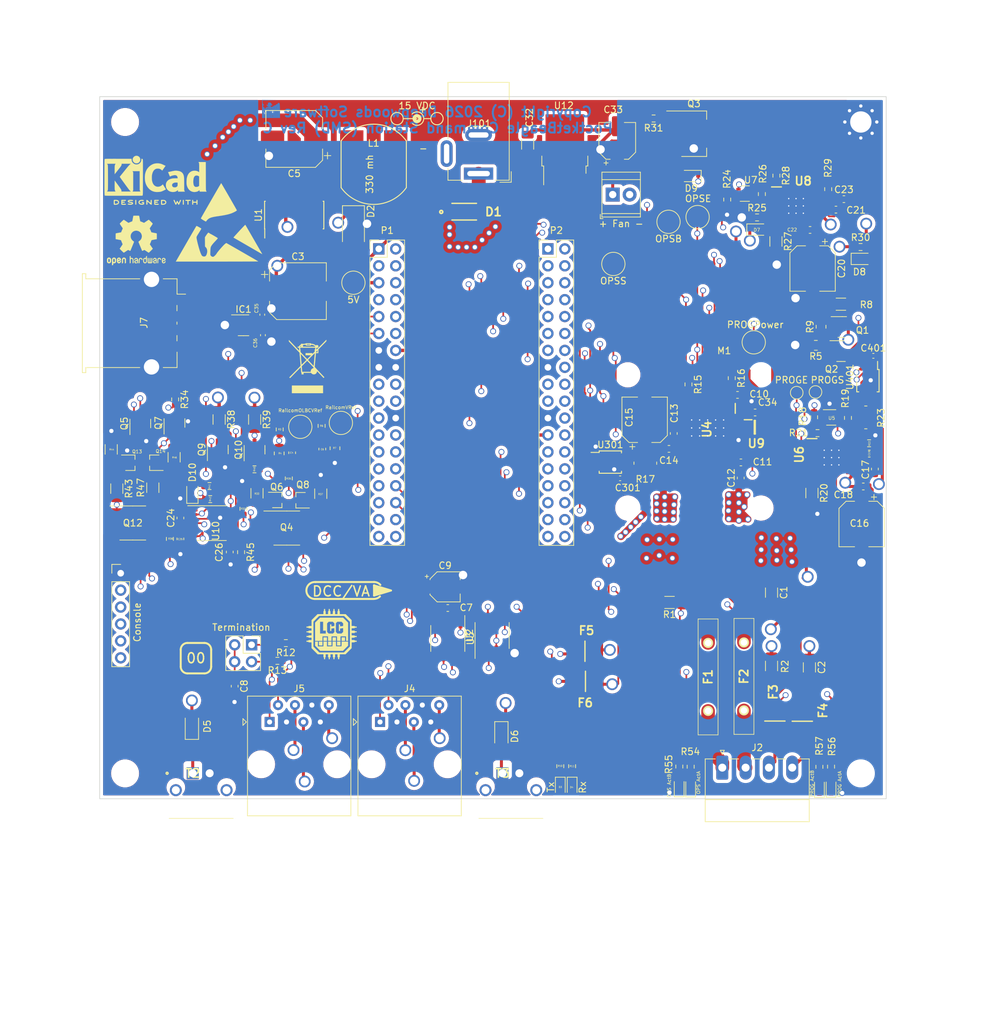
<source format=kicad_pcb>
(kicad_pcb (version 20211014) (generator pcbnew)
  (layers (0 "F.Cu" signal) (1 "In1.Cu" signal) (2 "In2.Cu" signal) (31 "B.Cu" signal) (34 "B.Paste" user) (35 "F.Paste" user) (36 "B.SilkS" user "B.Silkscreen") (37 "F.SilkS" user "F.Silkscreen") (38 "B.Mask" user) (39 "F.Mask" user) (44 "Edge.Cuts" user))
  (net 0 "")
  (net 1 "/OPS_A")
  (net 2 "/Prog and LCC Alt H/L Driver/1B")
  (net 3 "+5V")
  (net 4 "GND")
  (net 5 "/RAILCOM_OLBC_VREF")
  (net 6 "/DCC_VS")
  (net 7 "/RAILCOM_VREF")
  (net 8 "+3V3")
  (net 9 "/Operations Driver/Local_VDD")
  (net 10 "+12V")
  (net 11 "Net-(C35-Pad2)")
  (net 12 "Net-(C36-Pad1)")
  (net 13 "/OLBC_A")
  (net 14 "/OLBC_B")
  (net 15 "/RAILCOM-DIR")
  (net 16 "/RAILCOM-DATA")
  (net 17 "/OPS_B")
  (net 18 "/Prog and LCC Alt H/L Driver/1A")
  (net 19 "/CAN Transceiver/ALT_L")
  (net 20 "/CAN Transceiver/ALT_H")
  (net 21 "Net-(J1-Pad4)")
  (net 22 "Net-(J1-Pad5)")
  (net 23 "/PROG-ENABLE")
  (net 25 "/PROG-SIG")
  (net 26 "/SPI0.CS")
  (net 28 "/SPI0.CLK")
  (net 29 "/SPI0.MISO")
  (net 30 "/SPI0.MOSI")
  (net 36 "/TEMP-SENSE")
  (net 45 "/FAN-CONTROL")
  (net 53 "/OPS-BRAKE")
  (net 54 "/SCL")
  (net 56 "/SDA")
  (net 62 "/RAILCOM-ENABLE")
  (net 65 "/RAILCOM-SHORT")
  (net 66 "/OPS-SIG")
  (net 67 "/CAN1_RX")
  (net 69 "/CAN1_TX")
  (net 77 "/OPS-ENABLE")
  (net 79 "/PROG_DCC_VS")
  (net 80 "/Railcomm Interface/GATE-EN")
  (net 81 "Net-(C1-Pad1)")
  (net 82 "Net-(C2-Pad1)")
  (net 83 "Net-(C8-Pad1)")
  (net 84 "Net-(C10-Pad1)")
  (net 85 "Net-(C11-Pad1)")
  (net 86 "Net-(C11-Pad2)")
  (net 87 "Net-(C12-Pad2)")
  (net 88 "Net-(C16-Pad1)")
  (net 89 "Net-(C17-Pad1)")
  (net 90 "Net-(C17-Pad2)")
  (net 91 "Net-(C19-Pad1)")
  (net 92 "Net-(C21-Pad1)")
  (net 93 "Net-(C21-Pad2)")
  (net 94 "Net-(C23-Pad1)")
  (net 95 "Net-(C24-Pad1)")
  (net 96 "Net-(C25-Pad1)")
  (net 97 "Net-(C26-Pad1)")
  (net 98 "Net-(D1-Pad2)")
  (net 99 "Net-(D2-Pad1)")
  (net 100 "Net-(D3-Pad1)")
  (net 101 "Net-(D4-Pad1)")
  (net 102 "Net-(D5-Pad1)")
  (net 103 "Net-(D5-Pad2)")
  (net 104 "Net-(D6-Pad2)")
  (net 105 "Net-(D9-Pad1)")
  (net 106 "Net-(D11-Pad2)")
  (net 107 "Net-(D12-Pad2)")
  (net 108 "Net-(D13-Pad2)")
  (net 109 "Net-(D14-Pad2)")
  (net 110 "Net-(F1-Pad1)")
  (net 111 "Net-(F2-Pad1)")
  (net 112 "Net-(F3-Pad1)")
  (net 113 "Net-(F4-Pad1)")
  (net 114 "Net-(IC1-Pad1)")
  (net 115 "Net-(IC1-Pad3)")
  (net 119 "Net-(J3-Pad1)")
  (net 120 "Net-(J3-Pad2)")
  (net 121 "Net-(J4-Pad1)")
  (net 122 "Net-(J4-Pad2)")
  (net 124 "Net-(Q1-Pad1)")
  (net 125 "Net-(Q1-Pad2)")
  (net 126 "Net-(Q2-Pad2)")
  (net 127 "Net-(Q3-Pad1)")
  (net 128 "Net-(Q4-Pad1)")
  (net 129 "Net-(Q4-Pad3)")
  (net 130 "Net-(Q5-Pad1)")
  (net 131 "Net-(Q10-Pad3)")
  (net 132 "Net-(Q12-Pad1)")
  (net 133 "Net-(Q12-Pad3)")
  (net 134 "Net-(Q13-Pad1)")
  (net 135 "Net-(Q14-Pad1)")
  (net 136 "Net-(R10-Pad2)")
  (net 137 "Net-(R11-Pad2)")
  (net 138 "Net-(R15-Pad2)")
  (net 139 "Net-(R16-Pad2)")
  (net 140 "Net-(R19-Pad2)")
  (net 141 "Net-(R20-Pad1)")
  (net 142 "Net-(R21-Pad2)")
  (net 143 "Net-(R22-Pad2)")
  (net 144 "Net-(R26-Pad2)")
  (net 145 "Net-(R27-Pad1)")
  (net 146 "Net-(R28-Pad2)")
  (net 147 "Net-(R29-Pad2)")
  (footprint "0ZCG0035AF2C:FUSC4632X70N" (layer "F.Cu") (at 158.0388 146.2024 180)
    (fp_text reference "F6")
    (fp_text value "350ma" hide)
  )
  (footprint "Connector_RJ:RJ45_Amphenol_54602-x08_Horizontal" (layer "F.Cu") (at 127.1879 152.3038)
    (fp_text reference "J4")
    (fp_text value "RJ45")
  )
  (footprint "Resistor_SMD:R_1206_3216Metric" (layer "F.Cu") (at 108.3564 106.8939 -90)
    (fp_text reference "R39")
    (fp_text value "10K 1/4W")
  )
  (footprint "Connector_Phoenix_MC:PhoenixContact_MC_1,5_4-G-3.5_1x04_P3.50mm_Horizontal" (layer "F.Cu") (at 178.5874 159.1569)
    (fp_text reference "J2")
    (fp_text value "DCC Output to Tracks")
  )
  (footprint "Resistor_SMD:R_0603_1608Metric" (layer "F.Cu") (at 179.324 73.8764 -90)
    (fp_text reference "R24")
    (fp_text value "10K")
  )
  (footprint "Resistor_SMD:R_1206_3216Metric" (layer "F.Cu") (at 186.6392 80.1624 -90)
    (fp_text reference "R27")
    (fp_text value "1 1% 1/4W")
  )
  (footprint "Capacitor_SMD:C_0603_1608Metric" (layer "F.Cu") (at 191.77 78.4352 180)
    (fp_text reference "C22")
    (fp_text value "100 nf")
  )
  (footprint "Resistor_SMD:R_0603_1608Metric" (layer "F.Cu") (at 180.0098 100.6856 -90)
    (fp_text reference "R16")
    (fp_text value "10K")
  )
  (footprint "Resistor_SMD:R_1206_3216Metric" (layer "F.Cu") (at 108.712 117.9683 -90)
    (fp_text reference "R33")
    (fp_text value "2.4")
  )
  (footprint "Diode_SMD:D_PowerDI-123" (layer "F.Cu") (at 98.933 152.7184 90)
    (fp_text reference "D5")
    (fp_text value "DFLS240")
  )
  (footprint "Connector_PinHeader_2.54mm:PinHeader_1x06_P2.54mm_Vertical" (layer "F.Cu") (at 88.2396 129.9718)
    (fp_text reference "J1")
    (fp_text value "Console")
  )
  (footprint "TerminalBlock_TE-Connectivity:TerminalBlock_TE_282834-2_1x02_P2.54mm_Horizontal" (layer "F.Cu") (at 162.1282 73.1266)
    (fp_text reference "J6")
    (fp_text value "+ Fan -")
  )
  (footprint "Package_SO:MSOP-10_3x3mm_P0.5mm" (layer "F.Cu") (at 200.4568 101.0666 -90)
    (fp_text reference "U401")
    (fp_text value "ina220")
  )
  (footprint "Capacitor_SMD:CP_Elec_4x5.8" (layer "F.Cu") (at 136.9602 132.0165)
    (fp_text reference "C9")
    (fp_text value "15 uf 15V")
  )
  (footprint "Capacitor_SMD:C_0603_1608Metric" (layer "F.Cu") (at 181.356 115.6716 90)
    (fp_text reference "C12")
    (fp_text value "1 uf")
  )
  (footprint "Resistor_SMD:R_0603_1608Metric" (layer "F.Cu") (at 96.4184 103.8738 -90)
    (fp_text reference "R34")
    (fp_text value "10K")
  )
  (footprint "Package_SO:MSOP-10_3x3mm_P0.5mm" (layer "F.Cu") (at 161.7719 113.2833)
    (fp_text reference "U301")
    (fp_text value "ina220")
  )
  (footprint "Symbol:KiCad-Logo2_6mm_SilkScreen" (layer "F.Cu") (at 93.472 70.2818)
    (fp_text reference "REF**" hide)
    (fp_text value "KiCad-Logo2_6mm_SilkScreen" hide)
  )
  (footprint "Resistor_SMD:R_0603_1608Metric" (layer "F.Cu") (at 172.1358 158.9916 -90)
    (fp_text reference "R55")
    (fp_text value "3K")
  )
  (footprint "Resistor_SMD:R_0612_1632Metric" (layer "F.Cu") (at 167.0297 113.4491 90)
    (fp_text reference "R17")
    (fp_text value "0.005 1%")
  )
  (footprint "Diode_SMD:D_SOD-323" (layer "F.Cu") (at 183.769 78.3844)
    (fp_text reference "D7")
    (fp_text value "B5819W")
  )
  (footprint "TestPoint:TestPoint_Pad_D1.5mm" (layer "F.Cu") (at 192.5828 102.7684)
    (fp_text reference "TP8")
    (fp_text value "PROGS")
  )
  (footprint "Resistor_SMD:R_0603_1608Metric" (layer "F.Cu") (at 154.2542 158.94 90)
    (fp_text reference "R10")
    (fp_text value "160")
  )
  (footprint "SRN1060:SRN1060" (layer "F.Cu") (at 126.24 68.58)
    (fp_text reference "L1")
    (fp_text value "330 mh")
  )
  (footprint "Capacitor_SMD:C_1206_3216Metric" (layer "F.Cu") (at 185.9788 132.8821 -90)
    (fp_text reference "C1")
    (fp_text value "10 nf")
  )
  (footprint "MountingHole:MountingHole_3.2mm_M3" (layer "F.Cu") (at 199.39 160.02)
    (fp_text reference "MK4" hide)
    (fp_text value "Mounting_Hole" hide)
  )
  (footprint "Capacitor_SMD:C_0402_1005Metric" (layer "F.Cu") (at 163.2458 115.7224 180)
    (fp_text reference "C301")
    (fp_text value ".1 uf")
  )
  (footprint "TestPoint:TestPoint_Pad_D3.0mm" (layer "F.Cu") (at 162.2298 83.5406)
    (fp_text reference "TP6")
    (fp_text value "OPSS")
  )
  (footprint "Resistor_SMD:R_0603_1608Metric" (layer "F.Cu") (at 95.631 124.8156 -90)
    (fp_text reference "R36")
    (fp_text value "10K")
  )
  (footprint "DWSLogos:DWSLogoBCU" (layer "F.Cu") (at 110.8202 60.2742)
    (fp_text reference "")
    (fp_text value "")
  )
  (footprint "Connector_USB:USB_A_TE_292303-7_Horizontal" (layer "F.Cu") (at 90.17 92.428 -90)
    (fp_text reference "J7")
    (fp_text value "USB_A")
  )
  (footprint "Symbol:ESD-Logo_13.2x12mm_SilkScreen" (layer "F.Cu") (at 103.0224 77.2668)
    (fp_text reference "REF**" hide)
    (fp_text value "ESD-Logo_13.2x12mm_SilkScreen" hide)
  )
  (footprint "Capacitor_SMD:C_0603_1608Metric" (layer "F.Cu") (at 195.6562 75.3872)
    (fp_text reference "C21")
    (fp_text value "100 nf")
  )
  (footprint "Symbol:WEEE-Logo_5.6x8mm_SilkScreen" (layer "F.Cu") (at 116.3066 98.933)
    (fp_text reference "REF**" hide)
    (fp_text value "WEEE-Logo_5.6x8mm_SilkScreen" hide)
  )
  (footprint "RB080LAM-30TR:PMDTM" (layer "F.Cu") (at 139.8295 75.692 -90)
    (fp_text reference "D1")
    (fp_text value "RB080LAM-30TR" hide)
  )
  (footprint "Resistor_SMD:R_1206_3216Metric" (layer "F.Cu") (at 192.0494 117.9322 -90)
    (fp_text reference "R20")
    (fp_text value "1 1% 1/4W")
  )
  (footprint "Resistor_SMD:R_0603_1608Metric" (layer "F.Cu") (at 156.0322 158.94 90)
    (fp_text reference "R11")
    (fp_text value "160")
  )
  (footprint "Resistor_SMD:R_0603_1608Metric" (layer "F.Cu") (at 118.4148 107.8484 -90)
    (fp_text reference "R6")
    (fp_text value "3.24K, 1%")
  )
  (footprint "Capacitor_SMD:C_1206_3216Metric" (layer "F.Cu") (at 191.6684 144.1071 -90)
    (fp_text reference "C2")
    (fp_text value "10 nf")
  )
  (footprint "Resistor_SMD:R_0603_1608Metric" (layer "F.Cu") (at 113.0422 140.462 180)
    (fp_text reference "R12")
    (fp_text value "60")
  )
  (footprint "Resistor_SMD:R_0603_1608Metric" (layer "F.Cu") (at 106.68 120.2944 90)
    (fp_text reference "R32")
    (fp_text value "10K")
  )
  (footprint "Symbol:OSHW-Logo2_9.8x8mm_SilkScreen" (layer "F.Cu") (at 90.5764 80.01)
    (fp_text reference "REF**" hide)
    (fp_text value "OSHW-Logo2_9.8x8mm_SilkScreen" hide)
  )
  (footprint "PowerLabels:PowerLabel-00" (layer "F.Cu") (at 99.5426 142.7226)
    (fp_text reference "REF**" hide)
    (fp_text value "PowerLabel-00" hide)
  )
  (footprint "Diode_SMD:D_PowerDI-123" (layer "F.Cu") (at 145.415 154.4574 -90)
    (fp_text reference "D6")
    (fp_text value "DFLS240")
  )
  (footprint "Capacitor_SMD:C_0603_1608Metric" (layer "F.Cu") (at 183.515 105.8418 180)
    (fp_text reference "C34")
    (fp_text value "100 uf")
  )
  (footprint "Resistor_SMD:R_0805_2012Metric" (layer "F.Cu") (at 120.4214 111.2115 -90)
    (fp_text reference "R7")
    (fp_text value "19.1, 1%")
  )
  (footprint "Capacitor_SMD:C_0603_1608Metric" (layer "F.Cu") (at 170.574 111.3028 180)
    (fp_text reference "C14")
    (fp_text value "100 nf")
  )
  (footprint "TestPoint:TestPoint_Pad_D3.0mm" (layer "F.Cu") (at 174.879 76.5048)
    (fp_text reference "TP5")
    (fp_text value "OPSE")
  )
  (footprint "MountingHole:MountingHole_3.2mm_M3_Pad_Via" (layer "F.Cu") (at 199.39 62.23)
    (fp_text reference "MK2" hide)
    (fp_text value "Mounting_Hole_PAD" hide)
  )
  (footprint "Resistor_SMD:R_0603_1608Metric" (layer "F.Cu") (at 113.4872 115.7346 90)
    (fp_text reference "R35")
    (fp_text value "10K")
  )
  (footprint "Package_SO:SOIC-8_3.9x4.9mm_P1.27mm" (layer "F.Cu") (at 137.3632 139.7635 -90)
    (fp_text reference "U3")
    (fp_text value "TCAN332DR")
  )
  (footprint "Resistor_SMD:R_0603_1608Metric" (layer "F.Cu") (at 101.5746 116.8908 180)
    (fp_text reference "R41")
    (fp_text value "2.4K")
  )
  (footprint "Resistor_SMD:R_0805_2012Metric" (layer "F.Cu") (at 192.6355 95.758 180)
    (fp_text reference "R5")
    (fp_text value "4.7K")
  )
  (footprint "LED_SMD:LED_0603_1608Metric" (layer "F.Cu") (at 173.8376 162.0773 90)
    (fp_text reference "D11")
    (fp_text value "OPS ActA")
  )
  (footprint "Connector_PinHeader_2.54mm:PinHeader_2x02_P2.54mm_Vertical" (layer "F.Cu") (at 107.8992 140.716 -90)
    (fp_text reference "J3")
    (fp_text value "Termination")
  )
  (footprint "Capacitor_SMD:C_0603_1608Metric" (layer "F.Cu") (at 118.5164 111.3274 -90)
    (fp_text reference "C6")
    (fp_text value "1 uf")
  )
  (footprint "Diode_SMD:D_SOD-323" (layer "F.Cu") (at 173.9222 70.341 180)
    (fp_text reference "D9")
    (fp_text value "1SS352H3F")
  )
  (footprint "Resistor_SMD:R_0603_1608Metric" (layer "F.Cu") (at 173.5074 101.6254 -90)
    (fp_text reference "R15")
    (fp_text value "10K")
  )
  (footprint "LED_SMD:LED_0603_1608Metric" (layer "F.Cu") (at 154.2542 162.0775 -90)
    (fp_text reference "D3")
    (fp_text value "Tx")
  )
  (footprint "Resistor_SMD:R_0603_1608Metric" (layer "F.Cu") (at 111.7732 143.129 180)
    (fp_text reference "R13")
    (fp_text value "60")
  )
  (footprint "Package_TO_SOT_SMD:SOT-323_SC-70" (layer "F.Cu") (at 111.7252 118.9736)
    (fp_text reference "Q6")
    (fp_text value "DTC143T")
  )
  (footprint "Capacitor_SMD:CP_Elec_8x10" (layer "F.Cu") (at 114.86 87.63)
    (fp_text reference "C3")
    (fp_text value "220 uf 25V")
  )
  (footprint "Capacitor_SMD:C_0603_1608Metric" (layer "F.Cu") (at 97.2058 124.8156 -90)
    (fp_text reference "C25")
    (fp_text value "33 pf")
  )
  (footprint "Package_TO_SOT_SMD:SOT-23" (layer "F.Cu") (at 91.186 107.4928 90)
    (fp_text reference "Q5")
    (fp_text value "2N7002")
  )
  (footprint "Capacitor_SMD:CP_Elec_8x10" (layer "F.Cu") (at 114.3 64.77 180)
    (fp_text reference "C5")
    (fp_text value "22 uf 100V")
  )
  (footprint "Fiducial:Fiducial_0.5mm_Mask1mm" (layer "F.Cu") (at 152.781 134.7216)
    (fp_text reference "FID3" hide)
    (fp_text value "Fiducial" hide)
  )
  (footprint "SOP65P640X120:SOP65P640X120-17N" (layer "F.Cu") (at 194.9958 112.6099)
    (fp_text reference "U6")
    (fp_text value "DRV8801PWP" hide)
  )
  (footprint "Capacitor_SMD:C_0603_1608Metric" (layer "F.Cu") (at 196.85 73.8124)
    (fp_text reference "C23")
    (fp_text value "100 nf")
  )
  (footprint "Capacitor_SMD:C_0603_1608Metric" (layer "F.Cu") (at 105.3592 146.926 -90)
    (fp_text reference "C8")
    (fp_text value "47 nf")
  )
  (footprint "Capacitor_SMD:C_0603_1608Metric" (layer "F.Cu") (at 200.66 112.014)
    (fp_text reference "C19")
    (fp_text value "100 nf")
  )
  (footprint "SOP65P640X120:SOP65P640X120-17N" (layer "F.Cu") (at 189.6618 74.8284)
    (fp_text reference "U8")
    (fp_text value "DRV8801PWP" hide)
  )
  (footprint "Package_TO_SOT_SMD:SOT-223" (layer "F.Cu") (at 174.3282 63.991)
    (fp_text reference "Q3")
    (fp_text value "BSP52T3G")
  )
  (footprint "Package_TO_SOT_SMD:TO-252-2" (layer "F.Cu") (at 154.94 66.3702 90)
    (fp_text reference "U12")
    (fp_text value "LF120_TO220")
  )
  (footprint "Capacitor_SMD:CP_Elec_6.3x7.7" (layer "F.Cu") (at 192.151 84.2264 -90)
    (fp_text reference "C20")
    (fp_text value "100 uf")
  )
  (footprint "PowerLabels:DCC_Source_VA" (layer "F.Cu") (at 121.2088 132.5626)
    (fp_text reference "REF**" hide)
    (fp_text value "DCC_Source_VA" hide)
  )
  (footprint "MountingHole:MountingHole_3.2mm_M3" (layer "F.Cu") (at 88.9 62.23)
    (fp_text reference "MK3" hide)
    (fp_text value "Mounting_Hole" hide)
  )
  (footprint "Resistor_SMD:R_0603_1608Metric" (layer "F.Cu") (at 106.3244 126.809 -90)
    (fp_text reference "R45")
    (fp_text value "10K")
  )
  (footprint "FAN:25mmFanMount" (layer "F.Cu") (at 174.3964 110.1852)
    (fp_text reference "M1")
    (fp_text value "Fan_IEC60617")
  )
  (footprint "Capacitor_SMD:C_0603_1608Metric" (layer "F.Cu") (at 113.9952 111.8862 -90)
    (fp_text reference "C4")
    (fp_text value "1 uf")
  )
  (footprint "Diode_SMD:D_SOD-323" (layer "F.Cu") (at 99.0092 117.983 90)
    (fp_text reference "D10")
    (fp_text value "B5819W")
  )
  (footprint "1706207:1706207" (layer "F.Cu") (at 99.06 160)
    (fp_text reference "T2")
    (fp_text value "LCC Power Out" hide)
  )
  (footprint "Connector_PinSocket_2.54mm:PinSocket_2x18_P2.54mm_Vertical" (layer "F.Cu") (at 129.6 81.28)
    (fp_text reference "P1")
    (fp_text value "POCKETBEAGLE-P1")
  )
  (footprint "Resistor_SMD:R_0603_1608Metric" (layer "F.Cu") (at 173.8376 159.017 -90)
    (fp_text reference "R54")
    (fp_text value "3K")
  )
  (footprint "TestPoint:TestPoint_Pad_D3.0mm" (layer "F.Cu") (at 183.3118 95.3008)
    (fp_text reference "TP4")
    (fp_text value "PROGPower")
  )
  (footprint "TestPoint:TestPoint_Pad_D3.0mm" (layer "F.Cu") (at 123.19 86.36)
    (fp_text reference "TP1")
    (fp_text value "5V")
  )
  (footprint "Capacitor_SMD:C_0603_1608Metric" (layer "F.Cu") (at 199.75976 116.9482)
    (fp_text reference "C18")
    (fp_text value "100 nf")
  )
  (footprint "Diode_SMD:D_SMA" (layer "F.Cu") (at 123.19 78.2 -90)
    (fp_text reference "D2")
    (fp_text value "CMSH1-60")
  )
  (footprint "Resistor_SMD:R_0603_1608Metric" (layer "F.Cu") (at 200.6346 110.4646 180)
    (fp_text reference "R22")
    (fp_text value "10K")
  )
  (footprint "LED_SMD:LED_0603_1608Metric" (layer "F.Cu") (at 156.0322 162.0775 -90)
    (fp_text reference "D4")
    (fp_text value "Rx")
  )
  (footprint "Resistor_SMD:R_0603_1608Metric" (layer "F.Cu") (at 112.1156 108.3818 -90)
    (fp_text reference "R3")
    (fp_text value "3.24K, 1%")
  )
  (footprint "Resistor_SMD:R_0603_1608Metric" (layer "F.Cu") (at 199.3524 81.0006)
    (fp_text reference "R30")
    (fp_text value "10K")
  )
  (footprint "Package_SO:SOIC-8_3.9x4.9mm_P1.27mm" (layer "F.Cu") (at 90.0572 122.428)
    (fp_text reference "Q12")
    (fp_text value "DMNH6022SSDQ")
  )
  (footprint "Resistor_SMD:R_0805_2012Metric" (layer "F.Cu") (at 193.421 92.9659 90)
    (fp_text reference "R9")
    (fp_text value "4.7K")
  )
  (footprint "TestPoint:TestPoint_Pad_D1.5mm" (layer "F.Cu") (at 189.7634 102.87)
    (fp_text reference "TP9")
    (fp_text value "PROGE")
  )
  (footprint "Capacitor_SMD:C_0603_1608Metric" (layer "F.Cu") (at 201.4982 114.3254 -90)
    (fp_text reference "C17")
    (fp_text value "100 nf")
  )
  (footprint "Fiducial:Fiducial_0.5mm_Mask1mm" (layer "F.Cu") (at 108.1786 87.6808)
    (fp_text reference "FID1" hide)
    (fp_text value "Fiducial" hide)
  )
  (footprint "Resistor_SMD:R_0603_1608Metric" (layer "F.Cu") (at 184.531 73.0504 -90)
    (fp_text reference "R26")
    (fp_text value "10K")
  )
  (footprint "Capacitor_SMD:C_1206_3216Metric" (layer "F.Cu") (at 149.352 65.61 90)
    (fp_text reference "C32")
    (fp_text value "10 nf")
  )
  (footprint "Capacitor_SMD:C_0402_1005Metric" (layer "F.Cu") (at 109.503 91.158 -90)
    (fp_text reference "C35")
    (fp_text value "22pf")
  )
  (footprint "Resistor_SMD:R_1206_3216Metric" (layer "F.Cu") (at 185.9788 143.891 90)
    (fp_text reference "R2")
    (fp_text value "2.4")
  )
  (footprint "Resistor_SMD:R_1206_3216Metric" (layer "F.Cu") (at 170.6626 134.3553 180)
    (fp_text reference "R1")
    (fp_text value "2.4")
  )
  (footprint "Resistor_SMD:R_0603_1608Metric" (layer "F.Cu") (at 168.2702 61.705 180)
    (fp_text reference "R31")
    (fp_text value "1K")
  )
  (footprint "Package_TO_SOT_SMD:SOT-23" (layer "F.Cu") (at 96.3168 107.4143 90)
    (fp_text reference "Q7")
    (fp_text value "2N7002")
  )
  (footprint "Package_TO_SOT_SMD:SOT-23" (layer "F.Cu") (at 102.8192 111.4044 90)
    (fp_text reference "Q9")
    (fp_text value "2N7002")
  )
  (footprint "Resistor_SMD:R_0603_1608Metric" (layer "F.Cu") (at 193.167 159.0319 -90)
    (fp_text reference "R57")
    (fp_text value "3K")
  )
  (footprint "LCC_LOGO:LCC_LOGO_9x9" (layer "F.Cu") (at 119.955734 139.073467)
    (fp_text reference "G***" hide)
    (fp_text value "LCC" hide)
  )
  (footprint "Package_SO:SOIC-8_3.9x4.9mm_P1.27mm" (layer "F.Cu") (at 113.1824 123.19)
    (fp_text reference "Q4")
    (fp_text value "DMNH6022SSDQ")
  )
  (footprint "Package_TO_SOT_SMD:SOT-323_SC-70" (layer "F.Cu") (at 93.3196 113.3856 180)
    (fp_text reference "Q14")
    (fp_text value "DTC143T")
  )
  (footprint "Package_TO_SOT_SMD:SOT-23" (layer "F.Cu") (at 196.5983 93.0148)
    (fp_text reference "Q1")
    (fp_text value "MMBT3906")
  )
  (footprint "Resistor_SMD:R_1206_3216Metric" (layer "F.Cu") (at 96.266 112.5621 90)
    (fp_text reference "R46")
    (fp_text value "24.9")
  )
  (footprint "Resistor_SMD:R_0805_2012Metric" (layer "F.Cu") (at 112.0394 111.9773 -90)
    (fp_text reference "R4")
    (fp_text value "102, 1%")
  )
  (footprint "Capacitor_SMD:C_0603_1608Metric" (layer "F.Cu") (at 137.3632 135.1915)
    (fp_text reference "C7")
    (fp_text value "100 nf")
  )
  (footprint "LED_SMD:LED_0603_1608Metric" (layer "F.Cu") (at 172.1104 162.0519 90)
    (fp_text reference "D12")
    (fp_text value "OPS ActB")
  )
  (footprint "Capacitor_SMD:C_0402_1005Metric" (layer "F.Cu") (at 201.2722 97.3328)
    (fp_text reference "C401")
    (fp_text value ".1 uf")
  )
  (footprint "Package_TO_SOT_SMD:SOT-353_SC-70-5" (layer "F.Cu") (at 194.945 106.5784)
    (fp_text reference "U5")
    (fp_text value "74AHC1G08")
  )
  (footprint "TestPoint:TestPoint_Pad_D3.0mm" (layer "F.Cu") (at 170.5102 77.216)
    (fp_text reference "TP7")
    (fp_text value "OPSB")
  )
  (footprint "Package_SO:SOIC-8_3.9x4.9mm_P1.27mm" (layer "F.Cu") (at 144.018 139.319 90)
    (fp_text reference "U2")
    (fp_text value "LM358")
  )
  (footprint "Resistor_SMD:R_1206_3216Metric" (layer "F.Cu") (at 196.4035 89.5858)
    (fp_text reference "R8")
    (fp_text value "2.7")
  )
  (footprint "MF-R500:MFR500" (layer "F.Cu") (at 181.8386 150.5605 90)
    (fp_text reference "F2")
    (fp_text value "5A" hide)
  )
  (footprint "Resistor_SMD:R_1206_3216Metric" (layer "F.Cu") (at 86.8172 111.379 -90)
    (fp_text reference "R44")
    (fp_text value "24.9")
  )
  (footprint "Resistor_SMD:R_1206_3216Metric" (layer "F.Cu") (at 103.0224 106.8939 -90)
    (fp_text reference "R38")
    (fp_text value "1.5K 1/4W")
  )
  (footprint "Resistor_SMD:R_0603_1608Metric" (layer "F.Cu") (at 186.7154 70.2818 -90)
    (fp_text reference "R28")
    (fp_text value "10K")
  )
  (footprint "Capacitor_SMD:C_0402_1005Metric" (layer "F.Cu") (at 109.601 94.234 -90)
    (fp_text reference "C36")
    (fp_text value "22pf")
  )
  (footprint "1706207:1706207" (layer "F.Cu") (at 145.5708 160)
    (fp_text reference "T3")
    (fp_text value "LCC Power In" hide)
  )
  (footprint "Capacitor_SMD:C_0603_1608Metric" (layer "F.Cu") (at 97.2058 121.6784 90)
    (fp_text reference "C24")
    (fp_text value "33 pf")
  )
  (footprint "Resistor_SMD:R_0603_1608Metric" (layer "F.Cu") (at 108.331 114.3762)
    (fp_text reference "R40")
    (fp_text value "2.4K")
  )
  (footprint "0ZCG0035AF2C:FUSC4632X70N" (layer "F.Cu") (at 157.9626 141.6812 180)
    (fp_text reference "F5")
    (fp_text value "350ma" hide)
  )
  (footprint "Symbol:Symbol_Barrel_Polarity" (layer "F.Cu") (at 132.7404 61.7982 180)
    (fp_text reference "REF**" hide)
    (fp_text value "15 VDC")
  )
  (footprint "Capacitor_SMD:C_0603_1608Metric" (layer "F.Cu") (at 171.2976 108.9914 90)
    (fp_text reference "C13")
    (fp_text value "100 nf")
  )
  (footprint "SOP65P640X120:SOP65P640X120-25N" (layer "F.Cu") (at 176.384 108.1616 -90)
    (fp_text reference "U4")
    (fp_text value "DRV8873SPWPRQ1" hide)
  )
  (footprint "Capacitor_SMD:C_0603_1608Metric" (layer "F.Cu") (at 181.3814 113.3348 180)
    (fp_text reference "C11")
    (fp_text value "47 nf")
  )
  (footprint "Resistor_SMD:R_0603_1608Metric" (layer "F.Cu") (at 194.4878 72.3138 -90)
    (fp_text reference "R29")
    (fp_text value "10K")
  )
  (footprint "Resistor_SMD:R_1206_3216Metric" (layer "F.Cu") (at 87.6554 117.2718 -90)
    (fp_text reference "R43")
    (fp_text value "24.9")
  )
  (footprint "Capacitor_SMD:CP_Elec_5x5.3" (layer "F.Cu") (at 162.814 65.065 90)
    (fp_text reference "C33")
    (fp_text value "10 uf")
  )
  (footprint "Resistor_SMD:R_0603_1608Metric" (layer "F.Cu") (at 194.9196 159.0065 -90)
    (fp_text reference "R56")
    (fp_text value "3K")
  )
  (footprint "LED_SMD:LED_0603_1608Metric" (layer "F.Cu") (at 194.9196 162.1175 90)
    (fp_text reference "D13")
    (fp_text value "PROG ActA")
  )
  (footprint "Resistor_SMD:R_1206_3216Metric" (layer "F.Cu") (at 93.0656 117.1341 90)
    (fp_text reference "R47")
    (fp_text value "24.9")
  )
  (footprint "Connector_RJ:RJ45_Amphenol_54602-x08_Horizontal" (layer "F.Cu") (at 110.6017 152.3038)
    (fp_text reference "J5")
    (fp_text value "RJ45")
  )
  (footprint "Capacitor_SMD:CP_Elec_6.3x5.3" (layer "F.Cu") (at 166.9288 106.934 90)
    (fp_text reference "C15")
    (fp_text value "47 uf")
  )
  (footprint "Resistor_SMD:R_0603_1608Metric" (layer "F.Cu") (at 183.8076 76.5556)
    (fp_text reference "R25")
    (fp_text value "10K")
  )
  (footprint "Capacitor_SMD:C_0603_1608Metric" (layer "F.Cu") (at 180.8734 103.2002)
    (fp_text reference "C10")
    (fp_text value "1 uf")
  )
  (footprint "SOIC_Wide:SOIC-14_7.4x8.7mm_Pitch1.27mm" (layer "F.Cu") (at 114.3 76.2 90)
    (fp_text reference "U1")
    (fp_text value "LM2574HVM-5.0")
  )
  (footprint "Capacitor_SMD:C_0603_1608Metric" (layer "F.Cu") (at 104.6226 126.7844 -90)
    (fp_text reference "C26")
    (fp_text value "33 pf")
  )
  (footprint "SOT65P210X110-5N:SOT65P210X110-5N" (layer "F.Cu") (at 183.4642 108.0516)
    (fp_text reference "U9")
    (fp_text value "MCP9700T-E_LT" hide)
  )
  (footprint "MountingHole:MountingHole_3.2mm_M3" (layer "F.Cu") (at 88.9 160.02)
    (fp_text reference "MK1" hide)
    (fp_text value "Mounting_Hole" hide)
  )
  (footprint "TestPoint:TestPoint_Pad_D3.0mm" (layer "F.Cu") (at 121.3104 107.4034)
    (fp_text reference "TP3")
    (fp_text value "RailcomVRef")
  )
  (footprint "Package_TO_SOT_SMD:SOT-23" (layer "F.Cu") (at 196.4182 96.6216)
    (fp_text reference "Q2")
    (fp_text value "XP202A0003MR-G ")
  )
  (footprint "Package_TO_SOT_SMD:SOT-353_SC-70-5" (layer "F.Cu") (at 181.9656 72.9742)
    (fp_text reference "U7")
    (fp_text value "74AHC1G08")
  )
  (footprint "Package_TO_SOT_SMD:SOT-323_SC-70" (layer "F.Cu") (at 115.2812 119.014 180)
    (fp_text reference "Q8")
    (fp_text value "DTC143T")
  )
  (footprint "Package_TO_SOT_SMD:SOT-323_SC-70" (layer "F.Cu") (at 89.662 113.3856)
    (fp_text reference "Q13")
    (fp_text value "DTC143T")
  )
  (footprint "Resistor_SMD:R_0603_1608Metric" (layer "F.Cu") (at 197.4596 106.6546 -90)
    (fp_text reference "R19")
    (fp_text value "10K")
  )
  (footprint "MF-R500:MFR500" (layer "F.Cu") (at 176.4538 150.6367 90)
    (fp_text reference "F1")
    (fp_text value "5A" hide)
  )
  (footprint "Package_SO:TSSOP-14_4.4x5mm_P0.65mm" (layer "F.Cu") (at 101.9048 122.4534)
    (fp_text reference "U10")
    (fp_text value "LMV339")
  )
  (footprint "Connector_PinSocket_2.54mm:PinSocket_2x18_P2.54mm_Vertical" (layer "F.Cu") (at 155 81.28)
    (fp_text reference "P2")
    (fp_text value "POCKETBEAGLE-P2")
  )
  (footprint "Connector_BarrelJack:BarrelJack_Wuerth_6941xx301002" (layer "F.Cu") (at 141.986 69.977 180)
    (fp_text reference "J101")
    (fp_text value "Barrel_Jack")
  )
  (footprint "Resistor_SMD:R_0612_1632Metric" (layer "F.Cu") (at 200.1386 106.5784)
    (fp_text reference "R23")
    (fp_text value "0.005 1%")
  )
  (footprint "0ZCG0035AF2C:FUSC4632X70N" (layer "F.Cu") (at 186.4868 152.1633 90)
    (fp_text reference "F3")
    (fp_text value "350ma" hide)
  )
  (footprint "TestPoint:TestPoint_Pad_D3.0mm" (layer "F.Cu") (at 115.2144 107.9876)
    (fp_text reference "TP2")
    (fp_text value "RailcomOLBCVRef")
  )
  (footprint "Resistor_SMD:R_0603_1608Metric" (layer "F.Cu") (at 101.6884 118.8466 180)
    (fp_text reference "R42")
    (fp_text value "2.4K")
  )
  (footprint "LED_SMD:LED_0603_1608Metric" (layer "F.Cu") (at 193.167 162.143 90)
    (fp_text reference "D14")
    (fp_text value "PROG ActB")
  )
  (footprint "Fiducial:Fiducial_0.5mm_Mask1mm" (layer "F.Cu") (at 191.77 63.5)
    (fp_text reference "FID2" hide)
    (fp_text value "Fiducial" hide)
  )
  (footprint "Resistor_SMD:R_0603_1608Metric" (layer "F.Cu") (at 192.8876 108.9406 180)
    (fp_text reference "R21")
    (fp_text value "10K")
  )
  (footprint "Package_TO_SOT_SMD:SOT-23-6" (layer "F.Cu") (at 106.6855 92.748)
    (fp_text reference "IC1")
    (fp_text value "USBLC6-2SC6")
  )
  (footprint "Package_TO_SOT_SMD:SOT-23" (layer "F.Cu") (at 108.3412 111.4321 90)
    (fp_text reference "Q10")
    (fp_text value "2N7002")
  )
  (footprint "Diode_SMD:D_SOD-323" (layer "F.Cu") (at 199.4408 82.7786)
    (fp_text reference "D8")
    (fp_text value "B5819W")
  )
  (footprint "Resistor_SMD:R_0603_1608Metric" (layer "F.Cu") (at 192.3796 106.553 -90)
    (fp_text reference "R18")
    (fp_text value "10K")
  )
  (footprint "Capacitor_SMD:CP_Elec_6.3x7.7" (layer "F.Cu") (at 199.517 122.5804 -90)
    (fp_text reference "C16")
    (fp_text value "100 uf")
  )
  (footprint "0ZCG0035AF2C:FUSC4632X70N" (layer "F.Cu") (at 190.6016 152.1887 90)
    (fp_text reference "F4")
    (fp_text value "350ma" hide)
  )
  (footprint "Resistor_SMD:R_1206_3216Metric" (layer "F.Cu") (at 118.2878 118.0338 90)
    (fp_text reference "R37")
    (fp_text value "2.4")
  )
  (gr_rect (start 85.09 58.42) (end 203.2 163.83) (layer "Edge.Cuts") (width 0.1) (fill none))
  (gr_text "Copyright (C) 2026 Deepwoods Software\nPoctketBeagle Command Station (SMD) Rev C" (at 135.8392 61.9252) (layer "B.Cu") (effects (font (size 1.5 1.5) (thickness 0.3)) (justify mirror)))
  (gr_text "-" (at 133.6802 66.1924) (layer "F.SilkS") (effects (font (size 1 1))))
  (gr_text "+" (at 133.5786 60.325) (layer "F.SilkS") (effects (font (size 1 1))))
  (segment (start 176.3268 119.2022) (end 176.3268 113.2078) (width 2.032) (layer "F.Cu") (net 1))
  (segment (start 115.6574 122.555) (end 115.2398 122.555) (width 0.254) (layer "F.Cu") (net 1))
  (segment (start 114.2238 123.571) (end 114.2238 127.9398) (width 0.254) (layer "F.Cu") (net 1))
  (segment (start 176.5554 129.5654) (end 176.4792 129.4892) (width 2.032) (layer "F.Cu") (net 1))
  (segment (start 181.8386 134.6093) (end 176.6402 129.4109) (width 2.032) (layer "F.Cu") (net 1))
  (segment (start 185.9788 134.3571) (end 182.0908 134.3571) (width 2.032) (layer "F.Cu") (net 1))
  (segment (start 182.0908 134.3571) (end 181.8386 134.6093) (width 2.032) (layer "F.Cu") (net 1))
  (segment (start 173.8376 157.1628) (end 173.8376 158.192) (width 0.254) (layer "F.Cu") (net 1))
  (segment (start 179.3494 134.6454) (end 181.8386 137.1346) (width 0.254) (layer "F.Cu") (net 1))
  (segment (start 114.2238 127.9398) (end 115.697 129.413) (width 0.254) (layer "F.Cu") (net 1))
  (segment (start 115.6574 121.285) (end 115.6574 122.555) (width 0.254) (layer "F.Cu") (net 1))
  (segment (start 173.1879 157.5423) (end 173.8376 158.192) (width 0.254) (layer "F.Cu") (net 1))
  (segment (start 176.4792 129.4892) (end 176.4792 119.3546) (width 2.032) (layer "F.Cu") (net 1))
  (segment (start 176.709 111.0996) (end 176.709 112.8256) (width 0.45) (layer "F.Cu") (net 1))
  (segment (start 176.4792 119.3546) (end 176.3268 119.2022) (width 2.032) (layer "F.Cu") (net 1))
  (segment (start 173.1879 144.7947) (end 173.1879 157.5423) (width 0.254) (layer "F.Cu") (net 1))
  (segment (start 181.8386 137.1346) (end 181.8386 140.3605) (width 0.254) (layer "F.Cu") (net 1))
  (segment (start 176.059 111.0996) (end 176.059 112.94) (width 0.45) (layer "F.Cu") (net 1))
  (segment (start 181.8386 140.3605) (end 181.8386 134.6093) (width 2.032) (layer "F.Cu") (net 1))
  (segment (start 176.709 112.8256) (end 176.3268 113.2078) (width 0.45) (layer "F.Cu") (net 1))
  (segment (start 115.2398 122.555) (end 114.2238 123.571) (width 0.254) (layer "F.Cu") (net 1))
  (segment (start 176.059 112.94) (end 176.3268 113.2078) (width 0.45) (layer "F.Cu") (net 1))
  (via (at 115.697 129.413) (size 0.889) (drill 0.635) (layers "F.Cu" "B.Cu") (net 1))
  (via (at 173.1879 144.7947) (size 0.889) (drill 0.635) (layers "F.Cu" "B.Cu") (net 1))
  (via (at 179.3494 134.6454) (size 0.889) (drill 0.635) (layers "F.Cu" "B.Cu") (net 1))
  (segment (start 190.246 147.6903) (end 190.6016 148.0459) (width 0.508) (layer "F.Cu") (net 2))
  (segment (start 197.9338 114.2349) (end 196.9722 114.2349) (width 0.45) (layer "F.Cu") (net 2))
  (segment (start 195.58 129.8956) (end 195.58 130.683) (width 0.45) (layer "F.Cu") (net 2))
  (segment (start 195.4784 131.3688) (end 195.4784 130.6322) (width 0.45) (layer "F.Cu") (net 2))
  (segment (start 195.4784 130.6322) (end 195.5292 130.5814) (width 0.45) (layer "F.Cu") (net 2))
  (segment (start 190.6016 150.1287) (end 190.6016 148.0459) (width 0.508) (layer "F.Cu") (net 2))
  (segment (start 195.58 115.6271) (end 195.58 129.8956) (width 0.45) (layer "F.Cu") (net 2))
  (segment (start 190.5762 146.6743) (end 190.5762 148.0205) (width 0.508) (layer "F.Cu") (net 2))
  (segment (start 190.246 137.0076) (end 190.246 147.6903) (width 0.508) (layer "F.Cu") (net 2))
  (segment (start 190.5762 148.0205) (end 190.6016 148.0459) (width 0.508) (layer "F.Cu") (net 2))
  (segment (start 191.6684 145.5821) (end 190.5762 146.6743) (width 0.508) (layer "F.Cu") (net 2))
  (segment (start 196.9722 114.2349) (end 195.58 115.6271) (width 0.45) (layer "F.Cu") (net 2))
  (segment (start 195.4784 131.7752) (end 190.246 137.0076) (width 0.508) (layer "F.Cu") (net 2))
  (segment (start 193.167 152.6941) (end 190.6016 150.1287) (width 0.254) (layer "F.Cu") (net 2))
  (segment (start 193.167 158.2069) (end 193.167 152.6941) (width 0.254) (layer "F.Cu") (net 2))
  (segment (start 195.4784 131.3688) (end 195.4784 131.7752) (width 0.508) (layer "F.Cu") (net 2))
  (segment (start 127 86.36) (end 123.19 86.36) (width 0.508) (layer "F.Cu") (net 3))
  (segment (start 123.19 85.09) (end 123.19 86.36) (width 0.508) (layer "F.Cu") (net 3))
  (segment (start 129.54 78.74) (end 127 81.28) (width 0.508) (layer "F.Cu") (net 3))
  (segment (start 113.03 80.7) (end 113.03 82.55) (width 0.508) (layer "F.Cu") (net 3))
  (segment (start 106.68 88.9) (end 106.68 92.248053) (width 0.508) (layer "F.Cu") (net 3))
  (segment (start 96.55 88.928) (end 104.366 88.928) (width 0.508) (layer "F.Cu") (net 3))
  (segment (start 107.099 92.748) (end 107.823 92.748) (width 0.508) (layer "F.Cu") (net 3))
  (segment (start 111.61 87.63) (end 110.312 88.928) (width 0.508) (layer "F.Cu") (net 3))
  (segment (start 129.54 68.58) (end 129.54 78.74) (width 0.508) (layer "F.Cu") (net 3))
  (segment (start 110.312 88.928) (end 104.295 88.928) (width 0.508) (layer "F.Cu") (net 3))
  (segment (start 127 81.28) (end 123.19 85.09) (width 0.508) (layer "F.Cu") (net 3))
  (segment (start 111.61 87.63) (end 111.61 83.97) (width 0.508) (layer "F.Cu") (net 3))
  (segment (start 113.03 82.55) (end 111.76 83.82) (width 0.508) (layer "F.Cu") (net 3))
  (segment (start 106.68 92.248053) (end 107.099 92.667053) (width 0.508) (layer "F.Cu") (net 3))
  (segment (start 107.099 92.667053) (end 107.099 92.748) (width 0.508) (layer "F.Cu") (net 3))
  (via (at 111.76 83.82) (size 1.778) (drill 1.27) (layers "F.Cu" "B.Cu") (net 3))
  (segment (start 111.4552 117.8306) (end 110.1304 116.5058) (width 0.254) (layer "F.Cu") (net 4))
  (segment (start 109.601 94.714) (end 110.3895 94.714) (width 0.508) (layer "F.Cu") (net 4))
  (segment (start 199.9568 101.92036) (end 201.4568 100.42036) (width 0.254) (layer "F.Cu") (net 4))
  (segment (start 200.53476 116.9482) (end 200.6158 116.9482) (width 0.45) (layer "F.Cu") (net 4))
  (segment (start 194.8941 162.9305) (end 194.9196 162.905) (width 0.254) (layer "F.Cu") (net 4))
  (segment (start 171.1782 66.291) (end 171.1782 68.647) (width 0.508) (layer "F.Cu") (net 4))
  (segment (start 201.7522 98.5712) (end 201.4568 98.8666) (width 0.254) (layer "F.Cu") (net 4))
  (segment (start 118.2878 116.5713) (end 118.2878 115.2144) (width 0.254) (layer "F.Cu") (net 4))
  (segment (start 186.6392 83.5152) (end 186.7662 83.6422) (width 0.45) (layer "F.Cu") (net 4))
  (segment (start 162.9483 113.7833) (end 162.3561 114.3755) (width 0.254) (layer "F.Cu") (net 4))
  (segment (start 192.0494 119.3947) (end 192.0494 120.2436) (width 0.254) (layer "F.Cu") (net 4))
  (segment (start 186.6392 81.6249) (end 186.6392 83.5152) (width 0.45) (layer "F.Cu") (net 4))
  (segment (start 197.9338 112.2849) (end 196.516091 112.2849) (width 0.254) (layer "F.Cu") (net 4))
  (segment (start 182.976724 104.149) (end 182.5972 104.149) (width 0.254) (layer "F.Cu") (net 4))
  (segment (start 120.4214 112.124) (end 118.538 112.124) (width 0.254) (layer "F.Cu") (net 4))
  (segment (start 193.6644 71.4888) (end 192.5998 72.5534) (width 0.254) (layer "F.Cu") (net 4))
  (segment (start 201.7522 97.3328) (end 201.7522 98.5712) (width 0.254) (layer "F.Cu") (net 4))
  (segment (start 104.7673 121.8034) (end 104.7673 122.4534) (width 0.254) (layer "F.Cu") (net 4))
  (segment (start 89.339 111.670695) (end 89.339 113.3586) (width 0.254) (layer "F.Cu") (net 4))
  (segment (start 170.7896 106.5022) (end 171.2722 106.9848) (width 1.016) (layer "F.Cu") (net 4))
  (segment (start 193.677509 113.1369) (end 194.114091 113.1369) (width 0.254) (layer "F.Cu") (net 4))
  (segment (start 159.5719 112.2833) (end 159.5719 112.7833) (width 0.254) (layer "F.Cu") (net 4))
  (segment (start 189.3368 74.5034) (end 189.6618 74.8284) (width 0.45) (layer "F.Cu") (net 4))
  (segment (start 106.8538 116.5058) (end 106.4768 116.1288) (width 0.254) (layer "F.Cu") (net 4))
  (segment (start 194.4688 112.782191) (end 194.4688 112.6099) (width 0.254) (layer "F.Cu") (net 4))
  (segment (start 162.7658 115.7224) (end 162.7658 114.7852) (width 0.254) (layer "F.Cu") (net 4))
  (segment (start 147.2333 141.794) (end 145.923 141.794) (width 0.508) (layer "F.Cu") (net 4))
  (segment (start 194.9196 162.905) (end 196.5453 162.905) (width 0.254) (layer "F.Cu") (net 4))
  (segment (start 190.8368 72.5534) (end 189.6618 73.7284) (width 0.45) (layer "F.Cu") (net 4))
  (segment (start 181.5622 106.8496) (end 181.0258 107.386) (width 0.254) (layer "F.Cu") (net 4))
  (segment (start 150.0632 63.4238) (end 149.352 64.135) (width 0.508) (layer "F.Cu") (net 4))
  (segment (start 182.5752 105.8418) (end 181.5338 106.8832) (width 0.254) (layer "F.Cu") (net 4))
  (segment (start 181.0258 108.1786) (end 181.0258 109.982) (width 0.254) (layer "F.Cu") (net 4))
  (segment (start 97.2058 125.5906) (end 97.2058 127.1016) (width 0.254) (layer "F.Cu") (net 4))
  (segment (start 123.19 79.552503) (end 125.230836 77.511667) (width 0.508) (layer "F.Cu") (net 4))
  (segment (start 116.2812 118.364) (end 116.4951 118.364) (width 0.254) (layer "F.Cu") (net 4))
  (segment (start 182.4642 108.0516) (end 181.1528 108.0516) (width 0.45) (layer "F.Cu") (net 4))
  (segment (start 97.2668 108.3518) (end 97.2668 108.2446) (width 0.254) (layer "F.Cu") (net 4))
  (segment (start 193.3688 112.391609) (end 193.3688 112.828191) (width 0.254) (layer "F.Cu") (net 4))
  (segment (start 193.3688 111.728191) (end 193.677509 112.0369) (width 0.254) (layer "F.Cu") (net 4))
  (segment (start 94.63 112.7356) (end 96.266 111.0996) (width 0.254) (layer "F.Cu") (net 4))
  (segment (start 96.0706 95.928) (end 93.0006 98.998) (width 0.508) (layer "F.Cu") (net 4))
  (segment (start 167.0498 104.134) (end 169.799 106.8832) (width 1.016) (layer "F.Cu") (net 4))
  (segment (start 89.214 111.545695) (end 89.339 111.670695) (width 0.254) (layer "F.Cu") (net 4))
  (segment (start 104.6226 128.524) (end 104.7496 128.651) (width 0.254) (layer "F.Cu") (net 4))
  (segment (start 179.3366 109.3616) (end 178.784 109.3616) (width 0.45) (layer "F.Cu") (net 4))
  (segment (start 182.74 105.8418) (end 182.5752 105.8418) (width 0.254) (layer "F.Cu") (net 4))
  (segment (start 105.3592 149.2758) (end 105.3338 149.3012) (width 0.254) (layer "F.Cu") (net 4))
  (segment (start 92.136 110.0734) (end 92.075 110.1344) (width 0.254) (layer "F.Cu") (net 4))
  (segment (start 191.723 95.758) (end 189.5856 95.758) (width 0.45) (layer "F.Cu") (net 4))
  (segment (start 123.19 80.2) (end 123.19 82.55) (width 0.508) (layer "F.Cu") (net 4))
  (segment (start 199.517 125.2804) (end 199.517 128.3462) (width 0.45) (layer "F.Cu") (net 4))
  (segment (start 138.7602 131.1275) (end 139.6492 130.2385) (width 0.508) (layer "F.Cu") (net 4))
  (segment (start 193.062091 110.9849) (end 193.3688 111.291609) (width 0.254) (layer "F.Cu") (net 4))
  (segment (start 173.9292 108.2164) (end 173.984 108.1616) (width 1.016) (layer "F.Cu") (net 4))
  (segment (start 109.503 90.678) (end 110.4175 90.678) (width 0.508) (layer "F.Cu") (net 4))
  (segment (start 103.924 92.748) (end 103.886 92.71) (width 0.508) (layer "F.Cu") (net 4))
  (segment (start 193.3688 112.828191) (end 193.677509 113.1369) (width 0.254) (layer "F.Cu") (net 4))
  (segment (start 118.11 87.63) (end 116.84 86.36) (width 0.508) (layer "F.Cu") (net 4))
  (segment (start 163.9719 113.7833) (end 162.9483 113.7833) (width 0.254) (layer "F.Cu") (net 4))
  (segment (start 116.84 80.7) (end 115.57 80.7) (width 0.508) (layer "F.Cu") (net 4))
  (segment (start 159.5719 112.7833) (end 159.5719 110.9635) (width 0.254) (layer "F.Cu") (net 4))
  (segment (start 110.4175 90.678) (end 110.871 90.2245) (width 0.508) (layer "F.Cu") (net 4))
  (segment (start 190.995 76.1616) (end 189.6618 74.8284) (width 0.45) (layer "F.Cu") (net 4))
  (segment (start 189.5856 95.758) (end 189.5348 95.7072) (width 0.45) (layer "F.Cu") (net 4))
  (segment (start 110.3895 94.714) (end 110.871 95.1955) (width 0.508) (layer "F.Cu") (net 4))
  (segment (start 193.3688 111.291609) (end 193.3688 111.728191) (width 0.254) (layer "F.Cu") (net 4))
  (segment (start 116.4951 118.364) (end 118.2878 116.5713) (width 0.254) (layer "F.Cu") (net 4))
  (segment (start 181.0258 107.386) (end 181.0258 108.1786) (width 0.254) (layer "F.Cu") (net 4))
  (segment (start 105.3592 147.701) (end 105.3592 149.2758) (width 0.254) (layer "F.Cu") (net 4))
  (segment (start 181.1528 108.0516) (end 181.0258 108.1786) (width 0.45) (layer "F.Cu") (net 4))
  (segment (start 172.1104 162.8394) (end 170.7132 162.8394) (width 0.254) (layer "F.Cu") (net 4))
  (segment (start 193.167 162.9305) (end 194.8941 162.9305) (width 0.254) (layer "F.Cu") (net 4))
  (segment (start 103.1748 121.6406) (end 103.9876 122.4534) (width 0.254) (layer "F.Cu") (net 4))
  (segment (start 109.2912 114.241) (end 109.156 114.3762) (width 0.254) (layer "F.Cu") (net 4))
  (segment (start 194.4228 112.0369) (end 194.623155 112.237255) (width 0.254) (layer "F.Cu") (net 4))
  (segment (start 103.7692 112.3419) (end 103.7692 113.9292) (width 0.254) (layer "F.Cu") (net 4))
  (segment (start 162.814 62.865) (end 162.2552 63.4238) (width 0.508) (layer "F.Cu") (net 4))
  (segment (start 138.7602 132.0165) (end 138.7602 131.1275) (width 0.508) (layer "F.Cu") (net 4))
  (segment (start 201.0918 117.4242) (end 201.0918 123.7056) (width 0.45) (layer "F.Cu") (net 4))
  (segment (start 169.799 111.3028) (end 169.799 106.8832) (width 1.016) (layer "F.Cu") (net 4))
  (segment (start 192.0494 120.2436) (end 192.8622 121.0564) (width 0.254) (layer "F.Cu") (net 4))
  (segment (start 138.1382 135.1915) (end 138.1382 132.6385) (width 0.508) (layer "F.Cu") (net 4))
  (segment (start 190.995 78.4352) (end 190.995 76.1616) (width 0.45) (layer "F.Cu") (net 4))
  (segment (start 120.4214 113.3856) (end 120.396 113.411) (width 0.254) (layer "F.Cu") (net 4))
  (segment (start 92.136 108.4303) (end 92.136 110.0734) (width 0.254) (layer "F.Cu") (net 4))
  (segment (start 192.151 86.9264) (end 191.3306 86.9264) (width 0.45) (layer "F.Cu") (net 4))
  (segment (start 186.7238 73.2034) (end 188.0368 73.2034) (width 0.45) (layer "F.Cu") (net 4))
  (segment (start 97.2668 108.2446) (end 98.3488 107.1626) (width 0.254) (layer "F.Cu") (net 4))
  (segment (start 182.5972 104.149) (end 181.6484 103.2002) (width 0.254) (layer "F.Cu") (net 4))
  (segment (start 116.84 86.36) (end 116.84 80.7) (width 0.508) (layer "F.Cu") (net 4))
  (segment (start 201.4568 100.42036) (end 201.4568 98.8666) (width 0.254) (layer "F.Cu") (net 4))
  (segment (start 173.8376 162.8648) (end 172.1358 162.8648) (width 0.254) (layer "F.Cu") (net 4))
  (segment (start 199.517 128.3462) (end 199.4916 128.3716) (width 0.45) (layer "F.Cu") (net 4))
  (segment (start 137.9982 135.3315) (end 138.1382 135.1915) (width 0.508) (layer "F.Cu") (net 4))
  (segment (start 179.959 111.0996) (end 179.959 109.984) (width 0.45) (layer "F.Cu") (net 4))
  (segment (start 193.262091 112.2849) (end 193.3688 112.391609) (width 0.254) (layer "F.Cu") (net 4))
  (segment (start 191.3306 86.9264) (end 189.5856 88.6714) (width 0.45) (layer "F.Cu") (net 4))
  (segment (start 193.8454 107.378) (end 193.995 107.2284) (width 0.254) (layer "F.Cu") (net 4))
  (segment (start 109.156 114.3762) (end 109.156 116.0618) (width 0.254) (layer "F.Cu") (net 4))
  (segment (start 166.9288 104.134) (end 167.0498 104.134) (width 1.016) (layer "F.Cu") (net 4))
  (segment (start 96.266 111.0996) (end 96.266 109.3526) (width 0.254) (layer "F.Cu") (net 4))
  (segment (start 89.339 113.3586) (end 88.662 114.0356) (width 0.254) (layer "F.Cu") (net 4))
  (segment (start 186.7238 74.5034) (end 189.3368 74.5034) (width 0.45) (layer "F.Cu") (net 4))
  (segment (start 111.05 66.75) (end 110.49 67.31) (width 0.508) (layer "F.Cu") (net 4))
  (segment (start 197.9338 110.3349) (end 196.525509 110.3349) (width 0.254) (layer "F.Cu") (net 4))
  (segment (start 162.7658 114.7852) (end 162.3561 114.3755) (width 0.254) (layer "F.Cu") (net 4))
  (segment (start 171.2976 108.2164) (end 173.9292 108.2164) (width 1.016) (layer "F.Cu") (net 4))
  (segment (start 199.9568 103.2666) (end 199.9568 101.92036) (width 0.254) (layer "F.Cu") (net 4))
  (segment (start 162.2552 63.4238) (end 150.0632 63.4238) (width 0.508) (layer "F.Cu") (net 4))
  (segment (start 194.574 107.2284) (end 194.691 107.1114) (width 0.254) (layer "F.Cu") (net 4))
  (segment (start 112.0394 112.8898) (end 109.8114 112.8898) (width 0.254) (layer "F.Cu") (net 4))
  (segment (start 118.538 112.124) (end 118.5164 112.1024) (width 0.254) (layer "F.Cu") (net 4))
  (segment (start 115.57 80.7) (end 114.3 80.7) (width 0.508) (layer "F.Cu") (net 4))
  (segment (start 97.2058 120.9034) (end 97.2058 118.7704) (width 0.254) (layer "F.Cu") (net 4))
  (segment (start 94.3196 112.7356) (end 94.63 112.7356) (width 0.254) (layer "F.Cu") (net 4))
  (segment (start 201.0918 123.7056) (end 199.517 125.2804) (width 0.45) (layer "F.Cu") (net 4))
  (segment (start 194.4878 71.4888) (end 193.6644 71.4888) (width 0.254) (layer "F.Cu") (net 4))
  (segment (start 181.0156 73.6242) (end 180.4012 73.6242) (width 0.254) (layer "F.Cu") (net 4))
  (segment (start 109.156 116.0618) (end 108.712 116.5058) (width 0.254) (layer "F.Cu") (net 4))
  (segment (start 201.4596 109.3856) (end 201.5744 109.2708) (width 0.254) (layer "F.Cu") (net 4))
  (segment (start 179.959 109.984) (end 179.3366 109.3616) (width 0.45) (layer "F.Cu") (net 4))
  (segment (start 110.9044 119.3734) (end 111.4552 118.8226) (width 0.254) (layer "F.Cu") (net 4))
  (segment (start 179.324 76.1238) (end 179.2986 76.1492) (width 0.254) (layer "F.Cu") (net 4))
  (segment (start 174.3032 66.2008) (end 174.3032 68.91) (width 0.508) (layer "F.Cu") (net 4))
  (segment (start 189.9868 74.5034) (end 189.6618 74.8284) (width 0.45) (layer "F.Cu") (net 4))
  (segment (start 172.449 108.1616) (end 173.984 108.1616) (width 1.016) (layer "F.Cu") (net 4))
  (segment (start 174.759 109.7866) (end 175.184 109.3616) (width 0.45) (layer "F.Cu") (net 4))
  (segment (start 175.409 109.5866) (end 175.184 109.3616) (width 0.45) (layer "F.Cu") (net 4))
  (segment (start 147.3999 141.9606) (end 147.2333 141.794) (width 0.508) (layer "F.Cu") (net 4))
  (segment (start 175.409 111.0996) (end 175.409 109.5866) (width 0.45) (layer "F.Cu") (net 4))
  (segment (start 194.691 107.1114) (end 194.691 104.521) (width 0.254) (layer "F.Cu") (net 4))
  (segment (start 123.19 82.55) (end 118.11 87.63) (width 0.508) (layer "F.Cu") (net 4))
  (segment (start 196.516091 112.2849) (end 196.314091 112.0829) (width 0.254) (layer "F.Cu") (net 4))
  (segment (start 171.1782 68.647) (end 172.8722 70.341) (width 0.508) (layer "F.Cu") (net 4))
  (segment (start 179.324 74.7014) (end 179.324 76.1238) (width 0.254) (layer "F.Cu") (net 4))
  (segment (start 195.5688 112.0369) (end 195.368445 112.237255) (width 0.254) (layer "F.Cu") (net 4))
  (segment (start 109.8114 112.8898) (end 109.2912 112.3696) (width 0.254) (layer "F.Cu") (net 4))
  (segment (start 192.5998 74.5034) (end 189.9868 74.5034) (width 0.45) (layer "F.Cu") (net 4))
  (segment (start 182.9826 76.5556) (end 181.5084 76.5556) (width 0.45) (layer "F.Cu") (net 4))
  (segment (start 110.7252 119.3734) (end 110.9044 119.3734) (width 0.254) (layer "F.Cu") (net 4))
  (segment (start 96.55 95.928) (end 96.0706 95.928) (width 0.508) (layer "F.Cu") (net 4))
  (segment (start 160.2994 65.3796) (end 162.814 62.865) (width 0.508) (layer "F.Cu") (net 4))
  (segment (start 192.5998 72.5534) (end 190.8368 72.5534) (width 0.45) (layer "F.Cu") (net 4))
  (segment (start 111.05 64.77) (end 111.05 66.75) (width 0.508) (layer "F.Cu") (net 4))
  (segment (start 180.4012 73.6242) (end 179.324 74.7014) (width 0.254) (layer "F.Cu") (net 4))
  (segment (start 110.1304 116.5058) (end 108.712 116.5058) (width 0.254) (layer "F.Cu") (net 4))
  (segment (start 111.4552 118.8226) (end 111.4552 117.8306) (width 0.254) (layer "F.Cu") (net 4))
  (segment (start 174.3032 68.91) (end 172.8722 70.341) (width 0.508) (layer "F.Cu") (net 4))
  (segment (start 193.995 107.2284) (end 194.574 107.2284) (width 0.254) (layer "F.Cu") (net 4))
  (segment (start 105.548 92.748) (end 103.924 92.748) (width 0.508) (layer "F.Cu") (net 4))
  (segment (start 137.9982 137.2885) (end 137.9982 135.3315) (width 0.508) (layer "F.Cu") (net 4))
  (segment (start 188.0368 73.2034) (end 189.6618 74.8284) (width 0.45) (layer "F.Cu") (net 4))
  (segment (start 104.6226 127.5594) (end 104.6226 128.524) (width 0.254) (layer "F.Cu") (net 4))
  (segment (start 160.2994 66.3448) (end 160.2994 65.3796) (width 0.508) (layer "F.Cu") (net 4))
  (segment (start 113.9952 112.6612) (end 112.268 112.6612) (width 0.254) (layer "F.Cu") (net 4))
  (segment (start 192.0578 110.9849) (end 193.062091 110.9849) (width 0.254) (layer "F.Cu") (net 4))
  (segment (start 103.9876 122.4534) (end 104.7673 122.4534) (width 0.254) (layer "F.Cu") (net 4))
  (segment (start 138.1382 132.6385) (end 138.7602 132.0165) (width 0.508) (layer "F.Cu") (net 4))
  (segment (start 171.7548 107.4674) (end 172.449 108.1616) (width 1.016) (layer "F.Cu") (net 4))
  (segment (start 196.525509 110.3349) (end 195.5688 111.291609) (width 0.254) (layer "F.Cu") (net 4))
  (segment (start 109.2912 112.3696) (end 109.2912 114.241) (width 0.254) (layer "F.Cu") (net 4))
  (segment (start 103.7692 113.9292) (end 103.9114 114.0714) (width 0.254) (layer "F.Cu") (net 4))
  (segment (start 120.4214 112.124) (end 120.4214 113.3856) (width 0.254) (layer "F.Cu") (net 4))
  (segment (start 110.7252 119.6236) (end 110.7252 119.3734) (width 0.254) (layer "F.Cu") (net 4))
  (segment (start 195.522799 112.0829) (end 195.368445 112.237254) (width 0.254) (layer "F.Cu") (net 4))
  (segment (start 93.0006 98.998) (end 92.87 98.998) (width 0.508) (layer "F.Cu") (net 4))
  (segment (start 170.18 106.5022) (end 170.7896 106.5022) (width 1.016) (layer "F.Cu") (net 4))
  (segment (start 193.677509 112.0369) (end 194.4228 112.0369) (width 0.254) (layer "F.Cu") (net 4))
  (segment (start 200.6158 116.9482) (end 201.0918 117.4242) (width 0.45) (layer "F.Cu") (net 4))
  (segment (start 196.314091 112.0829) (end 195.522799 112.0829) (width 0.254) (layer "F.Cu") (net 4))
  (segment (start 174.759 111.0996) (end 174.759 109.7866) (width 0.45) (layer "F.Cu") (net 4))
  (segment (start 196.5453 162.905) (end 196.596 162.9557) (width 0.254) (layer "F.Cu") (net 4))
  (segment (start 201.4596 110.4646) (end 201.4596 109.3856) (width 0.254) (layer "F.Cu") (net 4))
  (segment (start 123.19 80.2) (end 123.19 79.552503) (width 0.508) (layer "F.Cu") (net 4))
  (segment (start 169.799 106.8832) (end 170.18 106.5022) (width 1.016) (layer "F.Cu") (net 4))
  (segment (start 194.114091 113.1369) (end 194.4688 112.782191) (width 0.254) (layer "F.Cu") (net 4))
  (segment (start 195.5688 111.291609) (end 195.5688 112.0369) (width 0.254) (layer "F.Cu") (net 4))
  (segment (start 108.712 116.5058) (end 106.8538 116.5058) (width 0.254) (layer "F.Cu") (net 4))
  (segment (start 192.0578 112.2849) (end 193.262091 112.2849) (width 0.254) (layer "F.Cu") (net 4))
  (segment (start 96.266 109.3526) (end 97.2668 108.3518) (width 0.254) (layer "F.Cu") (net 4))
  (segment (start 86.8172 109.9165) (end 86.8172 108.6358) (width 0.254) (layer "F.Cu") (net 4))
  (segment (start 192.3796 107.378) (end 193.8454 107.378) (width 0.254) (layer "F.Cu") (net 4))
  (segment (start 86.8172 108.6358) (end 86.8426 108.6104) (width 0.254) (layer "F.Cu") (net 4))
  (segment (start 112.268 112.6612) (end 112.0394 112.8898) (width 0.254) (layer "F.Cu") (net 4))
  (segment (start 171.2722 106.9848) (end 171.7548 107.4674) (width 1.016) (layer "F.Cu") (net 4))
  (via (at 103.9114 114.0714) (size 0.889) (drill 0.635) (layers "F.Cu" "B.Cu") (net 4))
  (via (at 196.596 162.9557) (size 0.889) (drill 0.635) (layers "F.Cu" "B.Cu") (net 4))
  (via (at 189.5856 88.6714) (size 1.778) (drill 1.27) (layers "F.Cu" "B.Cu") (net 4))
  (via (at 201.5744 109.2708) (size 0.889) (drill 0.635) (layers "F.Cu" "B.Cu") (net 4))
  (via (at 159.5719 110.9635) (size 0.889) (drill 0.635) (layers "F.Cu" "B.Cu") (net 4))
  (via (at 103.1748 121.6406) (size 0.889) (drill 0.635) (layers "F.Cu" "B.Cu") (net 4))
  (via (at 89.214 111.545695) (size 0.889) (drill 0.635) (layers "F.Cu" "B.Cu") (net 4))
  (via (at 139.6492 130.2385) (size 1.778) (drill 1.27) (layers "F.Cu" "B.Cu") (net 4))
  (via (at 174.3032 66.2008) (size 1.778) (drill 1.27) (layers "F.Cu" "B.Cu") (net 4))
  (via (at 97.1804 118.745) (size 0.889) (drill 0.635) (layers "F.Cu" "B.Cu") (net 4))
  (via (at 86.8426 108.6104) (size 0.889) (drill 0.635) (layers "F.Cu" "B.Cu") (net 4))
  (via (at 162.3561 114.3755) (size 0.889) (drill 0.635) (layers "F.Cu" "B.Cu") (net 4))
  (via (at 110.871 95.1955) (size 1.778) (drill 1.27) (layers "F.Cu" "B.Cu") (net 4))
  (via (at 160.2994 66.3448) (size 1.778) (drill 1.27) (layers "F.Cu" "B.Cu") (net 4))
  (via (at 98.3488 107.1626) (size 0.889) (drill 0.635) (layers "F.Cu" "B.Cu") (net 4))
  (via (at 103.886 92.71) (size 1.778) (drill 1.27) (layers "F.Cu" "B.Cu") (net 4))
  (via (at 181.5084 76.5556) (size 1.778) (drill 1.27) (layers "F.Cu" "B.Cu") (net 4))
  (via (at 170.6626 162.89) (size 0.889) (drill 0.635) (layers "F.Cu" "B.Cu") (net 4))
  (via (at 125.230836 77.511667) (size 1.778) (drill 1.27) (layers "F.Cu" "B.Cu") (net 4))
  (via (at 194.691 104.521) (size 0.889) (drill 0.635) (layers "F.Cu" "B.Cu") (net 4))
  (via (at 200.87498 101.00218) (size 0.889) (drill 0.635) (layers "F.Cu" "B.Cu") (net 4))
  (via (at 181.0258 109.982) (size 0.889) (drill 0.635) (layers "F.Cu" "B.Cu") (net 4))
  (via (at 110.49 67.31) (size 1.778) (drill 1.27) (layers "F.Cu" "B.Cu") (net 4))
  (via (at 199.4916 128.3716) (size 1.778) (drill 1.27) (layers "F.Cu" "B.Cu") (net 4))
  (via (at 104.7496 128.651) (size 0.889) (drill 0.635) (layers "F.Cu" "B.Cu") (net 4))
  (via (at 179.2986 76.1492) (size 0.889) (drill 0.635) (layers "F.Cu" "B.Cu") (net 4))
  (via (at 120.396 113.411) (size 0.889) (drill 0.635) (layers "F.Cu" "B.Cu") (net 4))
  (via (at 189.5348 95.7072) (size 1.778) (drill 1.27) (layers "F.Cu" "B.Cu") (net 4))
  (via (at 105.3338 149.3012) (size 0.889) (drill 0.635) (layers "F.Cu" "B.Cu") (net 4))
  (via (at 106.4768 116.1288) (size 0.889) (drill 0.635) (layers "F.Cu" "B.Cu") (net 4))
  (via (at 182.976724 104.149) (size 0.889) (drill 0.635) (layers "F.Cu" "B.Cu") (net 4))
  (via (at 118.2878 115.2144) (size 0.889) (drill 0.635) (layers "F.Cu" "B.Cu") (net 4))
  (via (at 186.7662 83.6422) (size 1.778) (drill 1.27) (layers "F.Cu" "B.Cu") (net 4))
  (via (at 147.3999 141.9606) (size 1.778) (drill 1.27) (layers "F.Cu" "B.Cu") (net 4))
  (via (at 92.075 110.1344) (size 0.889) (drill 0.635) (layers "F.Cu" "B.Cu") (net 4))
  (via (at 97.2058 127.1016) (size 0.889) (drill 0.635) (layers "F.Cu" "B.Cu") (net 4))
  (via (at 110.871 90.2245) (size 1.778) (drill 1.27) (layers "F.Cu" "B.Cu") (net 4))
  (via (at 192.8622 121.0564) (size 0.889) (drill 0.635) (layers "F.Cu" "B.Cu") (net 4))
  (segment (start 112.0858 111.1112) (end 112.0394 111.0648) (width 0.254) (layer "F.Cu") (net 5))
  (segment (start 113.9952 111.1112) (end 112.0858 111.1112) (width 0.254) (layer "F.Cu") (net 5))
  (segment (start 105.8418 119.990691) (end 105.8418 123.370269) (width 0.254) (layer "F.Cu") (net 5))
  (segment (start 105.537 108.6612) (end 105.537 119.685891) (width 0.254) (layer "F.Cu") (net 5))
  (segment (start 105.537 119.685891) (end 105.8418 119.990691) (width 0.254) (layer "F.Cu") (net 5))
  (segment (start 112.0394 109.283) (end 112.1156 109.2068) (width 0.254) (layer "F.Cu") (net 5))
  (segment (start 112.1156 109.2068) (end 113.9952 109.2068) (width 0.254) (layer "F.Cu") (net 5))
  (segment (start 105.8418 123.370269) (end 105.458669 123.7534) (width 0.254) (layer "F.Cu") (net 5))
  (segment (start 112.0394 111.0648) (end 112.0394 109.283) (width 0.254) (layer "F.Cu") (net 5))
  (segment (start 105.458669 123.7534) (end 104.7673 123.7534) (width 0.254) (layer "F.Cu") (net 5))
  (segment (start 113.9952 109.2068) (end 115.2144 107.9876) (width 0.254) (layer "F.Cu") (net 5))
  (via (at 112.0394 110.0836) (size 0.889) (drill 0.635) (layers "F.Cu" "B.Cu") (net 5))
  (via (at 105.537 108.6612) (size 0.889) (drill 0.635) (layers "F.Cu" "B.Cu") (net 5))
  (segment (start 137.6295 80.9375) (end 137.541 81.026) (width 2.032) (layer "F.Cu") (net 6))
  (segment (start 163.322 124.4092) (end 163.3728 124.46) (width 1.016) (layer "F.Cu") (net 6))
  (segment (start 103.5812 64.5414) (end 101.1428 66.9798) (width 2.032) (layer "F.Cu") (net 6))
  (segment (start 103.5812 64.5414) (end 106.1471 61.9755) (width 2.032) (layer "F.Cu") (net 6))
  (segment (start 115.57 66.75) (end 115.57 71.7) (width 0.508) (layer "F.Cu") (net 6))
  (segment (start 108.3564 105.4314) (end 108.3564 103.632) (width 0.508) (layer "F.Cu") (net 6))
  (segment (start 163.3728 124.4854) (end 167.0297 120.8285) (width 1.016) (layer "F.Cu") (net 6))
  (segment (start 101.1428 66.9798) (end 101.219 67.056) (width 2.032) (layer "F.Cu") (net 6))
  (segment (start 149.352 67.085) (end 152.66 70.393) (width 2.032) (layer "F.Cu") (net 6))
  (segment (start 163.9719 112.2833) (end 162.5179 112.2833) (width 0.254) (layer "F.Cu") (net 6))
  (segment (start 103.0224 105.4314) (end 103.0224 103.759) (width 0.508) (layer "F.Cu") (net 6))
  (segment (start 141.4272 81.026) (end 149.352 73.1012) (width 2.032) (layer "F.Cu") (net 6))
  (segment (start 165.7357 114.1991) (end 167.0297 114.1991) (width 0.254) (layer "F.Cu") (net 6))
  (segment (start 162.4831 113.2833) (end 163.9719 113.2833) (width 0.254) (layer "F.Cu") (net 6))
  (segment (start 197.5104 94.9198) (end 197.5104 93.0402) (width 0.45) (layer "F.Cu") (net 6))
  (segment (start 152.66 70.393) (end 152.66 70.5702) (width 2.032) (layer "F.Cu") (net 6))
  (segment (start 163.9719 113.2833) (end 164.8199 113.2833) (width 0.254) (layer "F.Cu") (net 6))
  (segment (start 103.5812 64.5414) (end 103.5558 64.516) (width 1.016) (layer "F.Cu") (net 6))
  (segment (start 162.5179 112.2833) (end 162.3815 112.4197) (width 0.254) (layer "F.Cu") (net 6))
  (segment (start 162.3815 113.1817) (end 162.4831 113.2833) (width 0.254) (layer "F.Cu") (net 6))
  (segment (start 197.866 89.5858) (end 197.866 92.6846) (width 0.45) (layer "F.Cu") (net 6))
  (segment (start 137.6295 75.692) (end 137.6295 80.9375) (width 2.032) (layer "F.Cu") (net 6))
  (segment (start 117.55 64.77) (end 115.57 66.75) (width 0.508) (layer "F.Cu") (net 6))
  (segment (start 162.3815 112.4197) (end 162.3815 113.1817) (width 0.254) (layer "F.Cu") (net 6))
  (segment (start 114.7555 61.9755) (end 117.55 64.77) (width 2.032) (layer "F.Cu") (net 6))
  (segment (start 167.0297 120.8285) (end 167.0297 114.1991) (width 1.016) (layer "F.Cu") (net 6))
  (segment (start 164.8199 113.2833) (end 165.7357 114.1991) (width 0.254) (layer "F.Cu") (net 6))
  (segment (start 197.5104 93.0402) (end 197.5358 93.0148) (width 0.45) (layer "F.Cu") (net 6))
  (segment (start 137.541 81.026) (end 141.4272 81.026) (width 2.032) (layer "F.Cu") (net 6))
  (segment (start 163.3728 124.46) (end 163.3728 124.4854) (width 1.016) (layer "F.Cu") (net 6))
  (segment (start 108.3564 103.632) (end 108.331 103.6066) (width 0.508) (layer "F.Cu") (net 6))
  (segment (start 106.1471 61.9755) (end 110.9975 61.9755) (width 2.032) (layer "F.Cu") (net 6))
  (segment (start 197.866 92.6846) (end 197.5358 93.0148) (width 0.45) (layer "F.Cu") (net 6))
  (segment (start 149.352 73.1012) (end 149.352 67.085) (width 2.032) (layer "F.Cu") (net 6))
  (segment (start 103.0224 103.759) (end 102.8446 103.5812) (width 0.508) (layer "F.Cu") (net 6))
  (segment (start 110.9975 61.9755) (end 114.7555 61.9755) (width 2.032) (layer "F.Cu") (net 6))
  (via (at 106.1471 61.9755) (size 0.889) (drill 0.635) (layers "F.Cu" "B.Cu") (net 6))
  (via (at 164.8333 123.0249) (size 0.889) (drill 0.635) (layers "F.Cu" "B.Cu") (net 6))
  (via (at 165.5699 122.2883) (size 0.889) (drill 0.635) (layers "F.Cu" "B.Cu") (net 6))
  (via (at 142.5067 79.9465) (size 0.889) (drill 0.635) (layers "F.Cu" "B.Cu") (net 6))
  (via (at 102.4128 65.8114) (size 0.889) (drill 0.635) (layers "F.Cu" "B.Cu") (net 6))
  (via (at 102.8446 103.5812) (size 1.778) (drill 1.27) (layers "F.Cu" "B.Cu") (net 6))
  (via (at 137.6295 79.1333) (size 0.889) (drill 0.635) (layers "F.Cu" "B.Cu") (net 6))
  (via (at 140.1826 81.026) (size 0.889) (drill 0.635) (layers "F.Cu" "B.Cu") (net 6))
  (via (at 138.9126 81.026) (size 0.889) (drill 0.635) (layers "F.Cu" "B.Cu") (net 6))
  (via (at 101.219 67.056) (size 0.889) (drill 0.635) (layers "F.Cu" "B.Cu") (net 6))
  (via (at 107.6955 61.9755) (size 0.889) (drill 0.635) (layers "F.Cu" "B.Cu") (net 6))
  (via (at 105.2068 62.9158) (size 0.889) (drill 0.635) (layers "F.Cu" "B.Cu") (net 6))
  (via (at 108.331 103.6066) (size 1.778) (drill 1.27) (layers "F.Cu" "B.Cu") (net 6))
  (via (at 104.4194 63.7032) (size 0.889) (drill 0.635) (layers "F.Cu" "B.Cu") (net 6))
  (via (at 197.5104 94.9198) (size 1.778) (drill 1.27) (layers "F.Cu" "B.Cu") (net 6))
  (via (at 163.322 124.4092) (size 0.889) (drill 0.635) (layers "F.Cu" "B.Cu") (net 6))
  (via (at 137.6295 78.0165) (size 0.889) (drill 0.635) (layers "F.Cu" "B.Cu") (net 6))
  (via (at 166.3573 121.5009) (size 0.889) (drill 0.635) (layers "F.Cu" "B.Cu") (net 6))
  (via (at 137.6295 80.9375) (size 0.889) (drill 0.635) (layers "F.Cu" "B.Cu") (net 6))
  (via (at 141.4272 81.026) (size 0.889) (drill 0.635) (layers "F.Cu" "B.Cu") (net 6))
  (via (at 164.0586 123.7996) (size 0.889) (drill 0.635) (layers "F.Cu" "B.Cu") (net 6))
  (via (at 144.5133 77.9399) (size 0.889) (drill 0.635) (layers "F.Cu" "B.Cu") (net 6))
  (via (at 143.5608 78.8924) (size 0.889) (drill 0.635) (layers "F.Cu" "B.Cu") (net 6))
  (via (at 103.5558 64.516) (size 0.889) (drill 0.635) (layers "F.Cu" "B.Cu") (net 6))
  (segment (start 119.507 123.9266) (end 118.7958 124.6378) (width 0.254) (layer "F.Cu") (net 7))
  (segment (start 120.4214 110.299) (end 118.7698 110.299) (width 0.254) (layer "F.Cu") (net 7))
  (segment (start 100.5586 123.8758) (end 100.5586 124.7394) (width 0.254) (layer "F.Cu") (net 7))
  (segment (start 117.7144 111.3544) (end 117.7144 113.549934) (width 0.254) (layer "F.Cu") (net 7))
  (segment (start 118.5164 108.775) (end 118.4148 108.6734) (width 0.254) (layer "F.Cu") (net 7))
  (segment (start 118.5164 110.5524) (end 118.5164 108.775) (width 0.254) (layer "F.Cu") (net 7))
  (segment (start 118.4148 108.6734) (end 120.0404 108.6734) (width 0.254) (layer "F.Cu") (net 7))
  (segment (start 100.031 124.4034) (end 99.0423 124.4034) (width 0.254) (layer "F.Cu") (net 7))
  (segment (start 99.0423 123.1034) (end 99.7862 123.1034) (width 0.254) (layer "F.Cu") (net 7))
  (segment (start 118.7698 110.299) (end 118.5164 110.5524) (width 0.254) (layer "F.Cu") (net 7))
  (segment (start 100.5586 123.8758) (end 100.031 124.4034) (width 0.254) (layer "F.Cu") (net 7))
  (segment (start 118.5164 110.5524) (end 117.7144 111.3544) (width 0.254) (layer "F.Cu") (net 7))
  (segment (start 117.7144 113.549934) (end 119.507 115.342534) (width 0.254) (layer "F.Cu") (net 7))
  (segment (start 120.0404 108.6734) (end 121.3104 107.4034) (width 0.254) (layer "F.Cu") (net 7))
  (segment (start 119.507 115.342534) (end 119.507 123.9266) (width 0.254) (layer "F.Cu") (net 7))
  (segment (start 99.7862 123.1034) (end 100.5586 123.8758) (width 0.254) (layer "F.Cu") (net 7))
  (via (at 100.5586 124.7394) (size 0.889) (drill 0.635) (layers "F.Cu" "B.Cu") (net 7))
  (via (at 118.7958 124.6378) (size 0.889) (drill 0.635) (layers "F.Cu" "B.Cu") (net 7))
  (segment (start 184.5564 105.8418) (end 186.1058 107.3912) (width 0.254) (layer "F.Cu") (net 8))
  (segment (start 200.5838 100.1268) (end 200.5838 100.203) (width 0.254) (layer "F.Cu") (net 8))
  (segment (start 184.29 105.8418) (end 184.5564 105.8418) (width 0.254) (layer "F.Cu") (net 8))
  (segment (start 104.7673 123.1034) (end 103.3272 123.1034) (width 0.254) (layer "F.Cu") (net 8))
  (segment (start 184.531 105.6008) (end 184.29 105.8418) (width 0.254) (layer "F.Cu") (net 8))
  (segment (start 200.9338 98.8878) (end 200.9338 99.8936) (width 0.254) (layer "F.Cu") (net 8))
  (segment (start 200.955 98.8666) (end 200.9338 98.8878) (width 0.254) (layer "F.Cu") (net 8))
  (segment (start 103.3272 123.1034) (end 102.0272 121.8034) (width 0.254) (layer "F.Cu") (net 8))
  (segment (start 199.4568 103.2666) (end 198.8722 103.2666) (width 0.254) (layer "F.Cu") (net 8))
  (segment (start 195.145 106.6784) (end 195.145 107.5082) (width 0.254) (layer "F.Cu") (net 8))
  (segment (start 199.4568 101.33) (end 199.4568 103.2666) (width 0.254) (layer "F.Cu") (net 8))
  (segment (start 200.5838 100.203) (end 199.4568 101.33) (width 0.254) (layer "F.Cu") (net 8))
  (segment (start 180.0098 99.8606) (end 180.0098 100.1522) (width 0.254) (layer "F.Cu") (net 8))
  (segment (start 186.1058 107.3912) (end 186.1058 107.569) (width 0.254) (layer "F.Cu") (net 8))
  (segment (start 200.9568 98.8666) (end 200.955 98.8666) (width 0.254) (layer "F.Cu") (net 8))
  (segment (start 163.7258 114.5294) (end 163.9719 114.2833) (width 0.254) (layer "F.Cu") (net 8))
  (segment (start 163.7258 115.7224) (end 163.7258 114.5294) (width 0.254) (layer "F.Cu") (net 8))
  (segment (start 181.8132 101.9556) (end 182.5244 101.9556) (width 0.254) (layer "F.Cu") (net 8))
  (segment (start 195.145 107.5082) (end 193.7126 108.9406) (width 0.254) (layer "F.Cu") (net 8))
  (segment (start 102.0272 121.8034) (end 99.0423 121.8034) (width 0.254) (layer "F.Cu") (net 8))
  (segment (start 182.5244 101.9556) (end 184.531 103.9622) (width 0.254) (layer "F.Cu") (net 8))
  (segment (start 195.895 105.9284) (end 195.145 106.6784) (width 0.254) (layer "F.Cu") (net 8))
  (segment (start 200.817 99.8936) (end 200.5838 100.1268) (width 0.254) (layer "F.Cu") (net 8))
  (segment (start 184.531 103.9622) (end 184.531 105.6008) (width 0.254) (layer "F.Cu") (net 8))
  (segment (start 180.0098 100.1522) (end 181.8132 101.9556) (width 0.254) (layer "F.Cu") (net 8))
  (segment (start 200.9338 99.8936) (end 200.817 99.8936) (width 0.254) (layer "F.Cu") (net 8))
  (segment (start 169.672 112.903) (end 169.672 116.09) (width 1.016) (layer "F.Cu") (net 9))
  (segment (start 181.0512 118.1608) (end 181.0512 119.38) (width 1.016) (layer "F.Cu") (net 9))
  (segment (start 179.5526 121.8184) (end 182.3974 121.8184) (width 1.016) (layer "F.Cu") (net 9))
  (segment (start 179.5272 118.1862) (end 179.5272 119.3292) (width 1.016) (layer "F.Cu") (net 9))
  (segment (start 179.5272 118.1862) (end 179.5272 120.5484) (width 1.016) (layer "F.Cu") (net 9))
  (segment (start 171.349 112.4452) (end 170.8912 112.903) (width 1.016) (layer "F.Cu") (net 9))
  (segment (start 170.8912 112.903) (end 169.672 112.903) (width 1.016) (layer "F.Cu") (net 9))
  (segment (start 181.864 119.9896) (end 181.0766 120.777) (width 1.016) (layer "F.Cu") (net 9))
  (segment (start 181.0512 119.38) (end 181.0766 119.4054) (width 1.016) (layer "F.Cu") (net 9))
  (segment (start 171.323 119.6848) (end 170.942 119.6848) (width 1.016) (layer "F.Cu") (net 9))
  (segment (start 180.7972 118.1608) (end 179.578 119.38) (width 1.016) (layer "F.Cu") (net 9))
  (segment (start 168.7068 119.507) (end 168.7322 119.5324) (width 1.016) (layer "F.Cu") (net 9))
  (segment (start 171.2468 120.8024) (end 171.2468 119.761) (width 1.016) (layer "F.Cu") (net 9))
  (segment (start 181.0766 118.1862) (end 181.0512 118.1608) (width 1.016) (layer "F.Cu") (net 9))
  (segment (start 171.2468 120.8024) (end 170.9928 120.8024) (width 1.016) (layer "F.Cu") (net 9))
  (segment (start 179.5272 120.5484) (end 179.5018 120.5738) (width 1.016) (layer "F.Cu") (net 9))
  (segment (start 181.0766 120.777) (end 181.356 120.777) (width 1.016) (layer "F.Cu") (net 9))
  (segment (start 168.7322 118.5164) (end 168.7068 118.5418) (width 1.016) (layer "F.Cu") (net 9))
  (segment (start 171.323 118.6434) (end 171.45 118.5164) (width 1.016) (layer "F.Cu") (net 9))
  (segment (start 179.5018 120.5738) (end 180.8734 120.5738) (width 1.016) (layer "F.Cu") (net 9))
  (segment (start 171.45 118.5164) (end 169.926 118.5164) (width 1.016) (layer "F.Cu") (net 9))
  (segment (start 170.9928 120.8024) (end 169.926 121.8692) (width 1.016) (layer "F.Cu") (net 9))
  (segment (start 168.7322 119.5324) (end 168.91 119.5324) (width 1.016) (layer "F.Cu") (net 9))
  (segment (start 179.5272 119.3292) (end 179.578 119.38) (width 1.016) (layer "F.Cu") (net 9))
  (segment (start 170.942 119.6848) (end 169.926 120.7008) (width 1.016) (layer "F.Cu") (net 9))
  (segment (start 179.5018 120.5738) (end 179.9082 120.5738) (width 1.016) (layer "F.Cu") (net 9))
  (segment (start 168.7576 121.793) (end 168.8338 121.793) (width 1.016) (layer "F.Cu") (net 9))
  (segment (start 169.926 114.3) (end 169.926 113.9826) (width 0.45) (layer "F.Cu") (net 9))
  (segment (start 163.9719 112.7833) (end 166.9455 112.7833) (width 0.254) (layer "F.Cu") (net 9))
  (segment (start 171.349 111.3028) (end 172.2882 111.3028) (width 1.016) (layer "F.Cu") (net 9))
  (segment (start 171.2214 120.8278) (end 171.2468 120.8024) (width 1.016) (layer "F.Cu") (net 9))
  (segment (start 168.91 119.5324) (end 169.926 118.5164) (width 1.016) (layer "F.Cu") (net 9))
  (segment (start 171.2976 109.7664) (end 171.2976 111.2514) (width 1.016) (layer "F.Cu") (net 9))
  (segment (start 169.926 121.8692) (end 171.2214 121.8692) (width 1.016) (layer "F.Cu") (net 9))
  (segment (start 171.2468 119.761) (end 171.323 119.6848) (width 1.016) (layer "F.Cu") (net 9))
  (segment (start 179.9082 120.5738) (end 181.0766 119.4054) (width 1.016) (layer "F.Cu") (net 9))
  (segment (start 167.0297 112.6991) (end 169.4681 112.6991) (width 1.016) (layer "F.Cu") (net 9))
  (segment (start 169.926 118.5164) (end 169.926 114.3) (width 0.45) (layer "F.Cu") (net 9))
  (segment (start 169.926 120.7008) (end 169.926 119.6848) (width 0.45) (layer "F.Cu") (net 9))
  (segment (start 169.4681 112.6991) (end 169.672 112.903) (width 1.016) (layer "F.Cu") (net 9))
  (segment (start 181.356 120.777) (end 182.4482 121.8692) (width 1.016) (layer "F.Cu") (net 9))
  (segment (start 168.7068 118.5418) (end 168.7068 119.507) (width 1.016) (layer "F.Cu") (net 9))
  (segment (start 181.2544 119.38) (end 181.864 119.9896) (width 1.016) (layer "F.Cu") (net 9))
  (segment (start 182.2958 118.1862) (end 181.0766 118.1862) (width 1.016) (layer "F.Cu") (net 9))
  (segment (start 171.45 118.5164) (end 171.0944 118.5164) (width 1.016) (layer "F.Cu") (net 9))
  (segment (start 181.0512 116.8146) (end 181.0512 118.1608) (width 1.016) (layer "F.Cu") (net 9))
  (segment (start 181.0766 119.4054) (end 181.0766 120.777) (width 1.016) (layer "F.Cu") (net 9))
  (segment (start 179.5018 120.5738) (end 179.5018 121.7676) (width 1.016) (layer "F.Cu") (net 9))
  (segment (start 181.864 118.618) (end 182.2958 118.1862) (width 1.016) (layer "F.Cu") (net 9))
  (segment (start 181.356 117.856) (end 181.0512 118.1608) (width 0.254) (layer "F.Cu") (net 9))
  (segment (start 181.356 116.4466) (end 181.356 117.856) (width 0.254) (layer "F.Cu") (net 9))
  (segment (start 180.8734 120.5738) (end 181.0766 120.777) (width 1.016) (layer "F.Cu") (net 9))
  (segment (start 181.864 119.9896) (end 181.864 118.618) (width 1.016) (layer "F.Cu") (net 9))
  (segment (start 169.672 116.09) (end 169.7482 116.1662) (width 1.016) (layer "F.Cu") (net 9))
  (segment (start 181.0766 120.777) (end 181.0766 122.047) (width 1.016) (layer "F.Cu") (net 9))
  (segment (start 172.2882 111.3028) (end 172.4914 111.0996) (width 1.016) (layer "F.Cu") (net 9))
  (segment (start 169.7482 120.8786) (end 169.7482 116.1662) (width 1.016) (layer "F.Cu") (net 9))
  (segment (start 168.8338 121.8692) (end 168.7576 121.793) (width 1.016) (layer "F.Cu") (net 9))
  (segment (start 171.2976 111.2514) (end 171.349 111.3028) (width 1.016) (layer "F.Cu") (net 9))
  (segment (start 168.7322 120.6246) (end 168.7322 121.7676) (width 1.016) (layer "F.Cu") (net 9))
  (segment (start 179.5526 118.1608) (end 179.5272 118.1862) (width 1.016) (layer "F.Cu") (net 9))
  (segment (start 179.5018 121.7676) (end 179.5526 121.8184) (width 1.016) (layer "F.Cu") (net 9))
  (segment (start 178.3588 114.1222) (end 181.0512 116.8146) (width 1.016) (layer "F.Cu") (net 9))
  (segment (start 169.926 118.5164) (end 169.926 119.6848) (width 1.016) (layer "F.Cu") (net 9))
  (segment (start 169.926 121.8692) (end 168.8338 121.8692) (width 1.016) (layer "F.Cu") (net 9))
  (segment (start 168.8338 121.793) (end 169.7482 120.8786) (width 1.016) (layer "F.Cu") (net 9))
  (segment (start 169.926 120.7008) (end 169.926 121.8692) (width 1.016) (layer "F.Cu") (net 9))
  (segment (start 179.5526 121.8184) (end 180.0352 121.8184) (width 1.016) (layer "F.Cu") (net 9))
  (segment (start 178.3588 113.201918) (end 178.3588 114.1222) (width 0.45) (layer "F.Cu") (net 9))
  (segment (start 181.0512 118.1608) (end 179.5526 118.1608) (width 1.016) (layer "F.Cu") (net 9))
  (segment (start 171.0944 118.5164) (end 169.926 119.6848) (width 1.016) (layer "F.Cu") (net 9))
  (segment (start 177.359 111.0996) (end 177.359 112.202118) (width 0.45) (layer "F.Cu") (net 9))
  (segment (start 172.4914 111.0996) (end 172.526 111.0996) (width 1.016) (layer "F.Cu") (net 9))
  (segment (start 166.9288 109.734) (end 166.9288 112.5982) (width 1.016) (layer "F.Cu") (net 9))
  (segment (start 168.7322 119.5324) (end 168.7322 120.6246) (width 1.016) (layer "F.Cu") (net 9))
  (segment (start 169.7482 120.8786) (end 169.926 120.7008) (width 0.45) (layer "F.Cu") (net 9))
  (segment (start 182.2958 118.1862) (end 181.0766 119.4054) (width 1.016) (layer "F.Cu") (net 9))
  (segment (start 171.2214 121.8692) (end 171.2214 120.8278) (width 1.016) (layer "F.Cu") (net 9))
  (segment (start 169.926 118.5164) (end 168.7322 118.5164) (width 1.016) (layer "F.Cu") (net 9))
  (segment (start 181.0512 118.1608) (end 180.7972 118.1608) (width 1.016) (layer "F.Cu") (net 9))
  (segment (start 177.359 112.202118) (end 178.3588 113.201918) (width 0.45) (layer "F.Cu") (net 9))
  (segment (start 168.7322 121.7676) (end 168.7576 121.793) (width 1.016) (layer "F.Cu") (net 9))
  (segment (start 180.0352 121.8184) (end 181.0766 120.777) (width 1.016) (layer "F.Cu") (net 9))
  (segment (start 182.3974 121.8184) (end 182.4482 121.8692) (width 1.016) (layer "F.Cu") (net 9))
  (segment (start 171.349 111.3028) (end 171.349 112.4452) (width 1.016) (layer "F.Cu") (net 9))
  (segment (start 171.323 119.6848) (end 171.323 118.6434) (width 1.016) (layer "F.Cu") (net 9))
  (segment (start 179.578 119.38) (end 181.2544 119.38) (width 1.016) (layer "F.Cu") (net 9))
  (via (at 169.926 119.6848) (size 0.889) (drill 0.635) (layers "F.Cu" "B.Cu") (net 9))
  (via (at 182.2958 118.1862) (size 0.889) (drill 0.635) (layers "F.Cu" "B.Cu") (net 9))
  (via (at 168.7576 121.793) (size 0.889) (drill 0.635) (layers "F.Cu" "B.Cu") (net 9))
  (via (at 171.323 119.6848) (size 0.889) (drill 0.635) (layers "F.Cu" "B.Cu") (net 9))
  (via (at 168.7322 119.5324) (size 0.889) (drill 0.635) (layers "F.Cu" "B.Cu") (net 9))
  (via (at 169.926 118.5164) (size 0.889) (drill 0.635) (layers "F.Cu" "B.Cu") (net 9))
  (via (at 182.4482 121.8692) (size 0.889) (drill 0.635) (layers "F.Cu" "B.Cu") (net 9))
  (via (at 171.45 118.5164) (size 0.889) (drill 0.635) (layers "F.Cu" "B.Cu") (net 9))
  (via (at 179.5272 118.1862) (size 0.889) (drill 0.635) (layers "F.Cu" "B.Cu") (net 9))
  (via (at 179.5526 121.8184) (size 0.889) (drill 0.635) (layers "F.Cu" "B.Cu") (net 9))
  (via (at 181.0766 122.047) (size 0.889) (drill 0.635) (layers "F.Cu" "B.Cu") (net 9))
  (via (at 171.2214 121.8692) (size 0.889) (drill 0.635) (layers "F.Cu" "B.Cu") (net 9))
  (via (at 171.2468 120.8024) (size 0.889) (drill 0.635) (layers "F.Cu" "B.Cu") (net 9))
  (via (at 179.578 119.38) (size 0.889) (drill 0.635) (layers "F.Cu" "B.Cu") (net 9))
  (via (at 168.7068 118.5418) (size 0.889) (drill 0.635) (layers "F.Cu" "B.Cu") (net 9))
  (via (at 181.0512 118.1608) (size 0.889) (drill 0.635) (layers "F.Cu" "B.Cu") (net 9))
  (via (at 179.5018 120.5738) (size 0.889) (drill 0.635) (layers "F.Cu" "B.Cu") (net 9))
  (via (at 169.926 120.7008) (size 0.889) (drill 0.635) (layers "F.Cu" "B.Cu") (net 9))
  (via (at 181.0766 119.4054) (size 0.889) (drill 0.635) (layers "F.Cu" "B.Cu") (net 9))
  (via (at 169.926 121.8692) (size 0.889) (drill 0.635) (layers "F.Cu" "B.Cu") (net 9))
  (via (at 181.0766 120.777) (size 0.889) (drill 0.635) (layers "F.Cu" "B.Cu") (net 9))
  (via (at 168.7322 120.6246) (size 0.889) (drill 0.635) (layers "F.Cu" "B.Cu") (net 9))
  (via (at 181.864 119.9896) (size 0.889) (drill 0.635) (layers "F.Cu" "B.Cu") (net 9))
  (segment (start 198.4766 80.9498) (end 198.5274 81.0006) (width 0.45) (layer "F.Cu") (net 10))
  (segment (start 198.4258 81.1022) (end 198.5274 81.0006) (width 0.45) (layer "F.Cu") (net 10))
  (segment (start 198.3908 82.7786) (end 198.3908 81.1372) (width 0.45) (layer "F.Cu") (net 10))
  (segment (start 198.5274 81.0006) (end 198.5772 80.9508) (width 0.45) (layer "F.Cu") (net 10))
  (segment (start 157.22 70.5702) (end 159.3282 68.462) (width 0.45) (layer "F.Cu") (net 10))
  (segment (start 192.5998 77.1034) (end 192.5998 78.3804) (width 0.45) (layer "F.Cu") (net 10))
  (segment (start 192.545 81.1324) (end 192.151 81.5264) (width 0.45) (layer "F.Cu") (net 10))
  (segment (start 196.1896 80.9498) (end 198.4766 80.9498) (width 0.45) (layer "F.Cu") (net 10))
  (segment (start 198.5772 80.9508) (end 198.5772 74.7646) (width 0.45) (layer "F.Cu") (net 10))
  (segment (start 198.3908 82.7786) (end 193.4032 82.7786) (width 0.45) (layer "F.Cu") (net 10))
  (segment (start 192.545 78.4352) (end 192.545 81.1324) (width 0.45) (layer "F.Cu") (net 10))
  (segment (start 198.3908 81.1372) (end 198.5274 81.0006) (width 0.45) (layer "F.Cu") (net 10))
  (segment (start 182.719 80.0268) (end 182.7276 80.0354) (width 0.45) (layer "F.Cu") (net 10))
  (segment (start 198.8566 81.6102) (end 198.7042 81.7626) (width 0.45) (layer "F.Cu") (net 10))
  (segment (start 198.5772 74.7646) (end 197.625 73.8124) (width 0.45) (layer "F.Cu") (net 10))
  (segment (start 182.719 78.3844) (end 182.719 80.0268) (width 0.45) (layer "F.Cu") (net 10))
  (segment (start 162.814 67.265) (end 162.1282 67.9508) (width 0.45) (layer "F.Cu") (net 10))
  (segment (start 192.5998 78.3804) (end 192.545 78.4352) (width 0.45) (layer "F.Cu") (net 10))
  (segment (start 193.4032 82.7786) (end 192.151 81.5264) (width 0.45) (layer "F.Cu") (net 10))
  (segment (start 159.3282 68.462) (end 161.617 68.462) (width 0.45) (layer "F.Cu") (net 10))
  (segment (start 161.617 68.462) (end 162.814 67.265) (width 0.45) (layer "F.Cu") (net 10))
  (segment (start 162.1282 67.9508) (end 162.1282 73.1266) (width 0.45) (layer "F.Cu") (net 10))
  (via (at 182.7276 80.0354) (size 1.778) (drill 1.27) (layers "F.Cu" "B.Cu") (net 10))
  (via (at 196.1896 80.9498) (size 1.778) (drill 1.27) (layers "F.Cu" "B.Cu") (net 10))
  (segment (start 127 91.44) (end 109.701 91.44) (width 0.254) (layer "F.Cu") (net 11))
  (segment (start 109.343 91.798) (end 109.503 91.638) (width 0.254) (layer "F.Cu") (net 11))
  (segment (start 109.701 91.44) (end 109.503 91.638) (width 0.254) (layer "F.Cu") (net 11))
  (segment (start 107.823 91.798) (end 109.343 91.798) (width 0.254) (layer "F.Cu") (net 11))
  (segment (start 127 93.98) (end 109.827 93.98) (width 0.254) (layer "F.Cu") (net 12))
  (segment (start 109.827 93.98) (end 109.601 93.754) (width 0.254) (layer "F.Cu") (net 12))
  (segment (start 109.545 93.698) (end 109.601 93.754) (width 0.254) (layer "F.Cu") (net 12))
  (segment (start 107.823 93.698) (end 109.545 93.698) (width 0.254) (layer "F.Cu") (net 12))
  (segment (start 184.819 76.742) (end 184.6326 76.5556) (width 0.45) (layer "F.Cu") (net 13))
  (segment (start 188.5884 118.6114) (end 193.2432 123.2662) (width 0.45) (layer "F.Cu") (net 13))
  (segment (start 186.7238 76.4534) (end 184.7348 76.4534) (width 0.45) (layer "F.Cu") (net 13))
  (segment (start 162.9664 133.0362) (end 162.9664 146.558) (width 0.254) (layer "F.Cu") (net 13))
  (segment (start 91.9734 121.793) (end 91.2302 122.5362) (width 0.254) (layer "F.Cu") (net 13))
  (segment (start 160.5306 146.6342) (end 160.0988 146.2024) (width 0.45) (layer "F.Cu") (net 13))
  (segment (start 185.3392 91.262162) (end 186.1566 92.079562) (width 0.45) (layer "F.Cu") (net 13))
  (segment (start 185.3392 81.203277) (end 185.3392 91.262162) (width 0.45) (layer "F.Cu") (net 13))
  (segment (start 186.1566 92.079562) (end 186.1566 104.9782) (width 0.45) (layer "F.Cu") (net 13))
  (segment (start 184.819 78.3844) (end 184.819 78.96) (width 0.45) (layer "F.Cu") (net 13))
  (segment (start 184.3786 79.4004) (end 184.3786 80.242677) (width 0.45) (layer "F.Cu") (net 13))
  (segment (start 162.9664 146.558) (end 162.8902 146.6342) (width 0.254) (layer "F.Cu") (net 13))
  (segment (start 193.2432 123.2662) (end 193.2432 131.0132) (width 0.45) (layer "F.Cu") (net 13))
  (segment (start 188.5884 107.41) (end 188.5884 118.6114) (width 0.45) (layer "F.Cu") (net 13))
  (segment (start 162.2896 132.3594) (end 162.9664 133.0362) (width 0.254) (layer "F.Cu") (net 13))
  (segment (start 184.3786 80.242677) (end 185.3392 81.203277) (width 0.45) (layer "F.Cu") (net 13))
  (segment (start 184.819 78.3844) (end 184.819 76.742) (width 0.45) (layer "F.Cu") (net 13))
  (segment (start 184.819 78.96) (end 184.3786 79.4004) (width 0.45) (layer "F.Cu") (net 13))
  (segment (start 162.8902 146.6342) (end 162.052 146.6342) (width 0.254) (layer "F.Cu") (net 13))
  (segment (start 186.1566 104.9782) (end 188.5884 107.41) (width 0.45) (layer "F.Cu") (net 13))
  (segment (start 193.2432 131.0132) (end 185.8772 138.3792) (width 0.45) (layer "F.Cu") (net 13))
  (segment (start 162.052 146.6342) (end 160.5306 146.6342) (width 0.45) (layer "F.Cu") (net 13))
  (segment (start 92.5322 121.793) (end 91.9734 121.793) (width 0.254) (layer "F.Cu") (net 13))
  (segment (start 184.7348 76.4534) (end 184.6326 76.5556) (width 0.45) (layer "F.Cu") (net 13))
  (segment (start 91.2302 122.5362) (end 91.2302 131.9464) (width 0.254) (layer "F.Cu") (net 13))
  (segment (start 92.5322 120.523) (end 92.5322 121.793) (width 0.254) (layer "F.Cu") (net 13))
  (via (at 162.052 146.6342) (size 1.778) (drill 1.27) (layers "F.Cu" "B.Cu") (net 13))
  (via (at 185.8772 138.3792) (size 1.778) (drill 1.27) (layers "F.Cu" "B.Cu") (net 13))
  (via (at 91.2302 131.9464) (size 0.889) (drill 0.635) (layers "F.Cu" "B.Cu") (net 13))
  (via (at 162.2896 132.3594) (size 0.889) (drill 0.635) (layers "F.Cu" "B.Cu") (net 13))
  (segment (start 182.6006 99.5426) (end 180.6448 97.5868) (width 0.45) (layer "F.Cu") (net 14))
  (segment (start 180.6448 97.5868) (end 180.6448 78.6638) (width 0.45) (layer "F.Cu") (net 14))
  (segment (start 161.6964 141.478) (end 160.2258 141.478) (width 0.45) (layer "F.Cu") (net 14))
  (segment (start 191.4144 130.5052) (end 191.2366 130.683) (width 0.45) (layer "F.Cu") (net 14))
  (segment (start 200.2028 80.9752) (end 200.1774 81.0006) (width 0.45) (layer "F.Cu") (net 14))
  (segment (start 185.5066 103.8202) (end 182.6006 100.9142) (width 0.45) (layer "F.Cu") (net 14))
  (segment (start 92.5322 130.3528) (end 92.9386 130.7592) (width 0.254) (layer "F.Cu") (net 14))
  (segment (start 187.7314 107.472238) (end 185.5066 105.247438) (width 0.45) (layer "F.Cu") (net 14))
  (segment (start 191.2112 130.2004) (end 191.2112 123.455041) (width 0.45) (layer "F.Cu") (net 14))
  (segment (start 187.7314 119.975241) (end 187.7314 107.472238) (width 0.45) (layer "F.Cu") (net 14))
  (segment (start 160.2258 141.478) (end 160.0226 141.6812) (width 0.45) (layer "F.Cu") (net 14))
  (segment (start 200.2028 77.4954) (end 200.2028 80.9752) (width 0.45) (layer "F.Cu") (net 14))
  (segment (start 200.1774 81.0006) (end 200.1774 82.4652) (width 0.45) (layer "F.Cu") (net 14))
  (segment (start 193.911108 76.659608) (end 194.8702 77.6187) (width 0.45) (layer "F.Cu") (net 14))
  (segment (start 191.2366 130.683) (end 190.7286 130.683) (width 0.45) (layer "F.Cu") (net 14))
  (segment (start 190.7286 130.683) (end 191.2112 130.2004) (width 0.45) (layer "F.Cu") (net 14))
  (segment (start 92.5322 123.063) (end 92.5322 124.333) (width 0.254) (layer "F.Cu") (net 14))
  (segment (start 200.1774 82.4652) (end 200.4908 82.7786) (width 0.45) (layer "F.Cu") (net 14))
  (segment (start 159.9184 131.572) (end 160.0226 131.6762) (width 0.254) (layer "F.Cu") (net 14))
  (segment (start 191.2112 123.455041) (end 187.7314 119.975241) (width 0.45) (layer "F.Cu") (net 14))
  (segment (start 185.5066 105.247438) (end 185.5066 103.8202) (width 0.45) (layer "F.Cu") (net 14))
  (segment (start 160.0226 131.6762) (end 160.0226 141.6812) (width 0.254) (layer "F.Cu") (net 14))
  (segment (start 92.5322 124.333) (end 92.5322 130.3528) (width 0.254) (layer "F.Cu") (net 14))
  (segment (start 192.5998 76.4534) (end 193.911108 76.4534) (width 0.45) (layer "F.Cu") (net 14))
  (segment (start 193.911108 76.4534) (end 193.911108 76.659608) (width 0.45) (layer "F.Cu") (net 14))
  (segment (start 182.6006 100.9142) (end 182.6006 99.5426) (width 0.45) (layer "F.Cu") (net 14))
  (via (at 159.9184 131.572) (size 0.889) (drill 0.635) (layers "F.Cu" "B.Cu") (net 14))
  (via (at 180.6448 78.6638) (size 1.778) (drill 1.27) (layers "F.Cu" "B.Cu") (net 14))
  (via (at 161.6964 141.478) (size 1.778) (drill 1.27) (layers "F.Cu" "B.Cu") (net 14))
  (via (at 194.8702 77.6187) (size 1.778) (drill 1.27) (layers "F.Cu" "B.Cu") (net 14))
  (via (at 92.9386 130.7592) (size 0.889) (drill 0.635) (layers "F.Cu" "B.Cu") (net 14))
  (via (at 200.2028 77.4954) (size 1.778) (drill 1.27) (layers "F.Cu" "B.Cu") (net 14))
  (via (at 191.4144 130.5052) (size 1.778) (drill 1.27) (layers "F.Cu" "B.Cu") (net 14))
  (segment (start 100.6991 118.8466) (end 99.0423 120.5034) (width 0.254) (layer "F.Cu") (net 15))
  (segment (start 148.0566 83.8708) (end 148.1074 83.82) (width 0.254) (layer "F.Cu") (net 15))
  (segment (start 100.207917 117.937544) (end 100.8634 118.593027) (width 0.254) (layer "F.Cu") (net 15))
  (segment (start 100.8634 118.593027) (end 100.8634 118.8466) (width 0.254) (layer "F.Cu") (net 15))
  (segment (start 148.0566 118.0338) (end 148.0566 83.8708) (width 0.254) (layer "F.Cu") (net 15))
  (segment (start 100.8634 118.8466) (end 100.6991 118.8466) (width 0.254) (layer "F.Cu") (net 15))
  (segment (start 99.1956 118.8466) (end 99.0092 119.033) (width 0.254) (layer "F.Cu") (net 15))
  (segment (start 100.8634 118.8466) (end 99.1956 118.8466) (width 0.254) (layer "F.Cu") (net 15))
  (via (at 148.0566 118.0338) (size 0.889) (drill 0.635) (layers "F.Cu" "B.Cu") (net 15))
  (via (at 148.1074 83.82) (size 0.889) (drill 0.635) (layers "F.Cu" "B.Cu") (net 15))
  (via (at 100.207917 117.937544) (size 0.889) (drill 0.635) (layers "F.Cu" "B.Cu") (net 15))
  (segment (start 104.6734 108.8898) (end 104.521 108.7374) (width 0.254) (layer "F.Cu") (net 16))
  (segment (start 104.7673 109.6949) (end 104.7673 109.2885) (width 0.254) (layer "F.Cu") (net 16))
  (segment (start 100.2838 121.1534) (end 100.4316 121.0056) (width 0.254) (layer "F.Cu") (net 16))
  (segment (start 100.7496 116.8908) (end 99.0514 116.8908) (width 0.254) (layer "F.Cu") (net 16))
  (segment (start 100.4316 121.0056) (end 101.5904 119.8468) (width 0.254) (layer "F.Cu") (net 16))
  (segment (start 149.352 86.5632) (end 149.4282 86.487) (width 0.254) (layer "F.Cu") (net 16))
  (segment (start 149.352 97.8408) (end 149.352 86.5632) (width 0.254) (layer "F.Cu") (net 16))
  (segment (start 104.7673 120.5034) (end 104.7673 109.6949) (width 0.254) (layer "F.Cu") (net 16))
  (segment (start 104.521 108.7374) (end 104.4448 108.6612) (width 0.254) (layer "F.Cu") (net 16))
  (segment (start 104.394 108.6104) (end 104.394 97.0534) (width 0.254) (layer "F.Cu") (net 16))
  (segment (start 104.7673 108.9837) (end 104.6734 108.8898) (width 0.254) (layer "F.Cu") (net 16))
  (segment (start 99.0423 121.1534) (end 100.2838 121.1534) (width 0.254) (layer "F.Cu") (net 16))
  (segment (start 101.5904 119.8468) (end 101.5904 117.7316) (width 0.254) (layer "F.Cu") (net 16))
  (segment (start 104.7673 109.2885) (end 104.7673 108.9837) (width 0.254) (layer "F.Cu") (net 16))
  (segment (start 104.4448 108.6612) (end 104.394 108.6104) (width 0.254) (layer "F.Cu") (net 16))
  (segment (start 99.0514 116.8908) (end 99.0092 116.933) (width 0.254) (layer "F.Cu") (net 16))
  (segment (start 101.5904 117.7316) (end 100.7496 116.8908) (width 0.254) (layer "F.Cu") (net 16))
  (via (at 104.766 119.1337) (size 0.889) (drill 0.635) (layers "F.Cu" "B.Cu") (net 16))
  (via (at 149.4282 86.487) (size 0.889) (drill 0.635) (layers "F.Cu" "B.Cu") (net 16))
  (via (at 149.352 97.8408) (size 0.889) (drill 0.635) (layers "F.Cu" "B.Cu") (net 16))
  (via (at 100.4316 121.0056) (size 0.889) (drill 0.635) (layers "F.Cu" "B.Cu") (net 16))
  (via (at 104.394 97.0534) (size 0.889) (drill 0.635) (layers "F.Cu" "B.Cu") (net 16))
  (segment (start 172.3644 135.9916) (end 172.3644 134.5946) (width 0.254) (layer "F.Cu") (net 17))
  (segment (start 115.6574 123.825) (end 115.6574 125.095) (width 0.254) (layer "F.Cu") (net 17))
  (segment (start 115.6574 128.0018) (end 115.7732 128.1176) (width 0.254) (layer "F.Cu") (net 17))
  (segment (start 161.5186 135.382) (end 161.8996 135.763) (width 0.254) (layer "F.Cu") (net 17))
  (segment (start 172.3644 134.5946) (end 172.1251 134.3553) (width 0.254) (layer "F.Cu") (net 17))
  (segment (start 172.212 136.144) (end 172.212 158.0904) (width 0.254) (layer "F.Cu") (net 17))
  (segment (start 172.3898 134.3847) (end 175.518 134.3847) (width 2.032) (layer "F.Cu") (net 17))
  (segment (start 173.459 111.0996) (end 173.459 113.0324) (width 0.45) (layer "F.Cu") (net 17))
  (segment (start 172.3644 135.9916) (end 172.212 136.144) (width 0.254) (layer "F.Cu") (net 17))
  (segment (start 173.8192 124.5579) (end 173.8192 132.6859) (width 2.032) (layer "F.Cu") (net 17))
  (segment (start 115.6574 125.095) (end 115.6574 128.0018) (width 0.254) (layer "F.Cu") (net 17))
  (segment (start 176.4538 140.4367) (end 176.4538 135.3205) (width 2.032) (layer "F.Cu") (net 17))
  (segment (start 173.6598 113.2332) (end 173.6598 124.587) (width 2.032) (layer "F.Cu") (net 17))
  (segment (start 161.5186 128.1176) (end 161.5186 135.382) (width 0.254) (layer "F.Cu") (net 17))
  (segment (start 172.212 158.0904) (end 172.1358 158.1666) (width 0.254) (layer "F.Cu") (net 17))
  (segment (start 175.518 134.3847) (end 176.4538 135.3205) (width 2.032) (layer "F.Cu") (net 17))
  (segment (start 173.8192 132.6859) (end 176.4538 135.3205) (width 2.032) (layer "F.Cu") (net 17))
  (segment (start 174.109 112.784) (end 173.6598 113.2332) (width 0.45) (layer "F.Cu") (net 17))
  (segment (start 173.459 113.0324) (end 173.6598 113.2332) (width 0.45) (layer "F.Cu") (net 17))
  (segment (start 174.109 111.0996) (end 174.109 112.784) (width 0.45) (layer "F.Cu") (net 17))
  (via (at 161.8996 135.763) (size 0.889) (drill 0.635) (layers "F.Cu" "B.Cu") (net 17))
  (via (at 115.7732 128.1176) (size 0.889) (drill 0.635) (layers "F.Cu" "B.Cu") (net 17))
  (via (at 172.3644 135.9916) (size 0.889) (drill 0.635) (layers "F.Cu" "B.Cu") (net 17))
  (via (at 161.5186 128.1176) (size 0.889) (drill 0.635) (layers "F.Cu" "B.Cu") (net 17))
  (segment (start 188.3664 146.5473) (end 187.9092 147.0045) (width 0.508) (layer "F.Cu") (net 18))
  (segment (start 188.3664 137.287) (end 188.3664 146.5473) (width 0.508) (layer "F.Cu") (net 18))
  (segment (start 186.4868 150.1033) (end 186.4868 149.8747) (width 0.254) (layer "F.Cu") (net 18))
  (segment (start 185.9788 145.3535) (end 186.5122 145.8869) (width 0.508) (layer "F.Cu") (net 18))
  (segment (start 193.0003 114.2349) (end 194.8688 116.1034) (width 0.45) (layer "F.Cu") (net 18))
  (segment (start 186.4868 150.1033) (end 186.4868 148.4269) (width 0.508) (layer "F.Cu") (net 18))
  (segment (start 192.8114 132.7912) (end 189.391 136.2116) (width 0.508) (layer "F.Cu") (net 18))
  (segment (start 194.9196 158.1815) (end 194.9196 148.7063) (width 0.254) (layer "F.Cu") (net 18))
  (segment (start 186.5122 148.4015) (end 187.9092 147.0045) (width 0.508) (layer "F.Cu") (net 18))
  (segment (start 186.5122 145.8869) (end 186.5122 148.4015) (width 0.508) (layer "F.Cu") (net 18))
  (segment (start 194.9196 148.7063) (end 194.3354 148.1221) (width 0.254) (layer "F.Cu") (net 18))
  (segment (start 194.9398 124.935237) (end 194.9398 129.5198) (width 0.45) (layer "F.Cu") (net 18))
  (segment (start 194.8688 124.864237) (end 194.9398 124.935237) (width 0.45) (layer "F.Cu") (net 18))
  (segment (start 194.9284 129.709) (end 194.9704 129.667) (width 0.45) (layer "F.Cu") (net 18))
  (segment (start 192.8114 132.7912) (end 194.7947 130.8079) (width 0.45) (layer "F.Cu") (net 18))
  (segment (start 194.7947 130.8079) (end 194.9284 130.8079) (width 0.45) (layer "F.Cu") (net 18))
  (segment (start 189.391 136.2116) (end 189.391 136.2624) (width 0.508) (layer "F.Cu") (net 18))
  (segment (start 186.4868 149.8747) (end 188.087 148.2745) (width 0.254) (layer "F.Cu") (net 18))
  (segment (start 186.4868 148.4269) (end 187.9092 147.0045) (width 0.508) (layer "F.Cu") (net 18))
  (segment (start 194.9284 130.8079) (end 194.9284 129.709) (width 0.45) (layer "F.Cu") (net 18))
  (segment (start 189.391 136.2624) (end 188.3664 137.287) (width 0.508) (layer "F.Cu") (net 18))
  (segment (start 194.8688 116.1034) (end 194.8688 124.864237) (width 0.45) (layer "F.Cu") (net 18))
  (segment (start 192.0578 114.2349) (end 193.0003 114.2349) (width 0.45) (layer "F.Cu") (net 18))
  (via (at 194.3354 148.1221) (size 0.889) (drill 0.635) (layers "F.Cu" "B.Cu") (net 18))
  (via (at 188.087 148.2745) (size 0.889) (drill 0.635) (layers "F.Cu" "B.Cu") (net 18))
  (segment (start 155.4962 142.0876) (end 155.9026 141.6812) (width 0.45) (layer "F.Cu") (net 19))
  (segment (start 130.9951 156.5402) (end 130.9878 156.5329) (width 0.45) (layer "F.Cu") (net 19))
  (segment (start 114.4117 156.3015) (end 114.4117 149.7638) (width 0.45) (layer "F.Cu") (net 19))
  (segment (start 154.2542 142.0876) (end 155.4962 142.0876) (width 0.45) (layer "F.Cu") (net 19))
  (segment (start 114.1984 156.5148) (end 114.4117 156.3015) (width 0.45) (layer "F.Cu") (net 19))
  (segment (start 130.9878 156.5329) (end 130.9878 149.7739) (width 0.45) (layer "F.Cu") (net 19))
  (segment (start 130.9878 149.7739) (end 130.9979 149.7638) (width 0.45) (layer "F.Cu") (net 19))
  (via (at 130.9951 156.5402) (size 1.778) (drill 1.27) (layers "F.Cu" "B.Cu") (net 19))
  (via (at 154.2542 142.0876) (size 0.889) (drill 0.635) (layers "F.Cu" "B.Cu") (net 19))
  (via (at 114.1984 156.5148) (size 1.778) (drill 1.27) (layers "F.Cu" "B.Cu") (net 19))
  (segment (start 132.3086 161.1376) (end 132.3086 154.939584) (width 0.45) (layer "F.Cu") (net 20))
  (segment (start 115.8748 161.2392) (end 115.6817 161.0461) (width 0.45) (layer "F.Cu") (net 20))
  (segment (start 132.3086 154.939584) (end 132.2679 154.898884) (width 0.45) (layer "F.Cu") (net 20))
  (segment (start 132.2679 154.898884) (end 132.2679 152.3038) (width 0.45) (layer "F.Cu") (net 20))
  (segment (start 154.0256 146.2024) (end 155.9788 146.2024) (width 0.45) (layer "F.Cu") (net 20))
  (segment (start 115.6817 161.0461) (end 115.6817 152.3038) (width 0.45) (layer "F.Cu") (net 20))
  (via (at 154.0256 146.2024) (size 0.889) (drill 0.635) (layers "F.Cu" "B.Cu") (net 20))
  (via (at 115.8748 161.2392) (size 1.778) (drill 1.27) (layers "F.Cu" "B.Cu") (net 20))
  (via (at 132.3086 161.1376) (size 1.778) (drill 1.27) (layers "F.Cu" "B.Cu") (net 20))
  (segment (start 131.191 136.1694) (end 131.191 121.031) (width 0.254) (layer "F.Cu") (net 21))
  (segment (start 131.191 121.031) (end 129.54 119.38) (width 0.254) (layer "F.Cu") (net 21))
  (via (at 131.191 136.1694) (size 0.889) (drill 0.635) (layers "F.Cu" "B.Cu") (net 21))
  (segment (start 131.9625 119.2625) (end 129.54 116.84) (width 0.254) (layer "F.Cu") (net 22))
  (segment (start 131.699 137.1346) (end 131.9625 136.8711) (width 0.254) (layer "F.Cu") (net 22))
  (segment (start 131.9625 136.8711) (end 131.9625 119.2625) (width 0.254) (layer "F.Cu") (net 22))
  (via (at 131.699 137.1346) (size 0.889) (drill 0.635) (layers "F.Cu" "B.Cu") (net 22))
  (segment (start 192.3796 104.8004) (end 192.4304 104.7496) (width 0.254) (layer "F.Cu") (net 23))
  (segment (start 193.23 106.5784) (end 192.3796 105.728) (width 0.254) (layer "F.Cu") (net 23))
  (segment (start 191.0913 113.5849) (end 192.0578 113.5849) (width 0.254) (layer "F.Cu") (net 23))
  (segment (start 189.6618 104.8258) (end 189.6618 112.1554) (width 0.254) (layer "F.Cu") (net 23))
  (segment (start 193.995 106.5784) (end 193.23 106.5784) (width 0.254) (layer "F.Cu") (net 23))
  (segment (start 189.7634 104.7242) (end 189.738 104.7496) (width 0.254) (layer "F.Cu") (net 23))
  (segment (start 189.7634 102.87) (end 189.7634 104.7242) (width 0.254) (layer "F.Cu") (net 23))
  (segment (start 189.738 104.7496) (end 189.6618 104.8258) (width 0.254) (layer "F.Cu") (net 23))
  (segment (start 189.6618 112.1554) (end 191.0913 113.5849) (width 0.254) (layer "F.Cu") (net 23))
  (segment (start 142.3924 102.6414) (end 142.3924 85.5218) (width 0.254) (layer "F.Cu") (net 23))
  (segment (start 192.3796 105.728) (end 192.3796 104.8004) (width 0.254) (layer "F.Cu") (net 23))
  (segment (start 142.3924 85.5218) (end 142.24 85.3694) (width 0.254) (layer "F.Cu") (net 23))
  (via (at 189.738 104.7496) (size 0.889) (drill 0.635) (layers "F.Cu" "B.Cu") (net 23))
  (via (at 192.4304 104.7496) (size 0.889) (drill 0.635) (layers "F.Cu" "B.Cu") (net 23))
  (via (at 142.24 85.3694) (size 0.889) (drill 0.635) (layers "F.Cu" "B.Cu") (net 23))
  (via (at 142.3924 102.6414) (size 0.889) (drill 0.635) (layers "F.Cu" "B.Cu") (net 23))
  (segment (start 193.9036 104.0892) (end 193.9036 105.6894) (width 0.254) (layer "F.Cu") (net 25))
  (segment (start 190.9318 104.4194) (end 190.9318 106.807) (width 0.254) (layer "F.Cu") (net 25))
  (segment (start 192.5828 102.7684) (end 193.9036 104.0892) (width 0.254) (layer "F.Cu") (net 25))
  (segment (start 140.6144 86.7156) (end 140.6144 107.442) (width 0.254) (layer "F.Cu") (net 25))
  (segment (start 192.5828 102.7684) (end 190.9318 104.4194) (width 0.254) (layer "F.Cu") (net 25))
  (segment (start 140.4874 86.5886) (end 140.6144 86.7156) (width 0.254) (layer "F.Cu") (net 25))
  (via (at 140.4874 86.5886) (size 0.889) (drill 0.635) (layers "F.Cu" "B.Cu") (net 25))
  (via (at 190.9318 106.807) (size 0.889) (drill 0.635) (layers "F.Cu" "B.Cu") (net 25))
  (via (at 140.6144 107.442) (size 0.889) (drill 0.635) (layers "F.Cu" "B.Cu") (net 25))
  (segment (start 175.6156 87.603466) (end 175.6156 99.5172) (width 0.254) (layer "F.Cu") (net 26))
  (segment (start 176.709 100.6106) (end 176.709 105.2236) (width 0.254) (layer "F.Cu") (net 26))
  (segment (start 175.6156 99.5172) (end 176.709 100.6106) (width 0.254) (layer "F.Cu") (net 26))
  (segment (start 175.7013 87.517766) (end 175.6156 87.603466) (width 0.254) (layer "F.Cu") (net 26))
  (via (at 175.7013 87.517766) (size 0.889) (drill 0.635) (layers "F.Cu" "B.Cu") (net 26))
  (segment (start 176.6316 90.1192) (end 176.6316 99.6442) (width 0.254) (layer "F.Cu") (net 28))
  (segment (start 177.457 105.1256) (end 177.359 105.2236) (width 0.254) (layer "F.Cu") (net 28))
  (segment (start 176.6316 99.6442) (end 177.457 100.4696) (width 0.254) (layer "F.Cu") (net 28))
  (segment (start 177.457 100.4696) (end 177.457 105.1256) (width 0.254) (layer "F.Cu") (net 28))
  (via (at 176.6316 90.1192) (size 0.889) (drill 0.635) (layers "F.Cu" "B.Cu") (net 28))
  (segment (start 178.659 100.343747) (end 178.2572 99.941947) (width 0.254) (layer "F.Cu") (net 29))
  (segment (start 178.2572 99.941947) (end 178.2572 83.185) (width 0.254) (layer "F.Cu") (net 29))
  (segment (start 145.6944 84.2518) (end 151.1046 78.8416) (width 0.254) (layer "F.Cu") (net 29))
  (segment (start 151.1046 78.8416) (end 151.5364 78.8416) (width 0.254) (layer "F.Cu") (net 29))
  (segment (start 178.2572 83.185) (end 178.181 83.1088) (width 0.254) (layer "F.Cu") (net 29))
  (segment (start 178.659 105.2236) (end 178.659 100.343747) (width 0.254) (layer "F.Cu") (net 29))
  (segment (start 145.6944 91.7702) (end 145.6944 84.2518) (width 0.254) (layer "F.Cu") (net 29))
  (via (at 145.6944 91.7702) (size 0.889) (drill 0.635) (layers "F.Cu" "B.Cu") (net 29))
  (via (at 178.181 83.1088) (size 0.889) (drill 0.635) (layers "F.Cu" "B.Cu") (net 29))
  (via (at 151.5364 78.8416) (size 0.889) (drill 0.635) (layers "F.Cu" "B.Cu") (net 29))
  (segment (start 151.7142 77.6224) (end 151.7396 77.6478) (width 0.254) (layer "F.Cu") (net 30))
  (segment (start 178.009 100.3358) (end 178.009 105.2236) (width 0.254) (layer "F.Cu") (net 30))
  (segment (start 177.419 83.437866) (end 177.419 99.7458) (width 0.254) (layer "F.Cu") (net 30))
  (segment (start 144.1704 93.6498) (end 144.1704 83.6676) (width 0.254) (layer "F.Cu") (net 30))
  (segment (start 177.3428 82.169) (end 177.3428 83.361666) (width 0.254) (layer "F.Cu") (net 30))
  (segment (start 177.3428 83.361666) (end 177.419 83.437866) (width 0.254) (layer "F.Cu") (net 30))
  (segment (start 144.1704 83.6676) (end 150.3172 77.5208) (width 0.254) (layer "F.Cu") (net 30))
  (segment (start 177.419 99.7458) (end 178.009 100.3358) (width 0.254) (layer "F.Cu") (net 30))
  (segment (start 151.7142 77.5208) (end 151.7142 77.6224) (width 0.254) (layer "F.Cu") (net 30))
  (segment (start 150.3172 77.5208) (end 151.7142 77.5208) (width 0.254) (layer "F.Cu") (net 30))
  (via (at 177.3428 82.169) (size 0.889) (drill 0.635) (layers "F.Cu" "B.Cu") (net 30))
  (via (at 151.7396 77.6478) (size 0.889) (drill 0.635) (layers "F.Cu" "B.Cu") (net 30))
  (via (at 144.1704 93.6498) (size 0.889) (drill 0.635) (layers "F.Cu" "B.Cu") (net 30))
  (segment (start 182.4642 108.7016) (end 182.4642 110.200066) (width 0.254) (layer "F.Cu") (net 36))
  (segment (start 182.4642 110.200066) (end 183.1086 110.844466) (width 0.254) (layer "F.Cu") (net 36))
  (segment (start 183.1086 110.844466) (end 183.1086 115.0112) (width 0.254) (layer "F.Cu") (net 36))
  (via (at 183.1086 115.0112) (size 0.889) (drill 0.635) (layers "F.Cu" "B.Cu") (net 36))
  (segment (start 157.192 120.557) (end 157.192 118.4996) (width 0.254) (layer "F.Cu") (net 45))
  (segment (start 157.192 118.4996) (end 157.2006 118.491) (width 0.254) (layer "F.Cu") (net 45))
  (segment (start 157.2006 118.491) (end 157.2006 83.0434) (width 0.254) (layer "F.Cu") (net 45))
  (segment (start 166.624 73.62) (end 166.624 62.5262) (width 0.254) (layer "F.Cu") (net 45))
  (segment (start 166.624 62.5262) (end 167.4452 61.705) (width 0.254) (layer "F.Cu") (net 45))
  (segment (start 157.2006 83.0434) (end 166.624 73.62) (width 0.254) (layer "F.Cu") (net 45))
  (via (at 157.192 120.557) (size 0.889) (drill 0.635) (layers "F.Cu" "B.Cu") (net 45))
  (segment (start 170.5102 86.2584) (end 173.1518 88.9) (width 0.254) (layer "F.Cu") (net 53))
  (segment (start 170.5102 77.216) (end 170.5102 86.2584) (width 0.254) (layer "F.Cu") (net 53))
  (segment (start 173.1264 88.9254) (end 173.1264 99.199109) (width 0.254) (layer "F.Cu") (net 53))
  (segment (start 173.1264 99.199109) (end 174.759 100.831709) (width 0.254) (layer "F.Cu") (net 53))
  (segment (start 173.1518 88.9) (end 173.1264 88.9254) (width 0.254) (layer "F.Cu") (net 53))
  (segment (start 174.759 100.831709) (end 174.759 105.2236) (width 0.254) (layer "F.Cu") (net 53))
  (via (at 173.1518 88.9) (size 0.889) (drill 0.635) (layers "F.Cu" "B.Cu") (net 53))
  (segment (start 158.3182 112.1111) (end 158.3182 114.1476) (width 0.254) (layer "F.Cu") (net 54))
  (segment (start 158.4539 114.2833) (end 159.5719 114.2833) (width 0.254) (layer "F.Cu") (net 54))
  (segment (start 158.496 93.2434) (end 158.7431 93.4905) (width 0.254) (layer "F.Cu") (net 54))
  (segment (start 198.724799 99.814018) (end 199.4568 99.082017) (width 0.254) (layer "F.Cu") (net 54))
  (segment (start 158.623 103.919266) (end 158.623 111.8063) (width 0.254) (layer "F.Cu") (net 54))
  (segment (start 158.496 92.7862) (end 158.496 93.2434) (width 0.254) (layer "F.Cu") (net 54))
  (segment (start 199.4568 99.082017) (end 199.4568 98.8666) (width 0.254) (layer "F.Cu") (net 54))
  (segment (start 158.623 111.8063) (end 158.3182 112.1111) (width 0.254) (layer "F.Cu") (net 54))
  (segment (start 158.7431 103.799166) (end 158.623 103.919266) (width 0.254) (layer "F.Cu") (net 54))
  (segment (start 158.7431 93.4905) (end 158.7431 103.799166) (width 0.254) (layer "F.Cu") (net 54))
  (segment (start 158.3182 114.1476) (end 158.4539 114.2833) (width 0.254) (layer "F.Cu") (net 54))
  (via (at 158.496 92.7862) (size 0.889) (drill 0.635) (layers "F.Cu" "B.Cu") (net 54))
  (via (at 158.7431 102.5329) (size 0.889) (drill 0.635) (layers "F.Cu" "B.Cu") (net 54))
  (via (at 198.724799 99.814018) (size 0.889) (drill 0.635) (layers "F.Cu" "B.Cu") (net 54))
  (segment (start 160.2232 102.87) (end 160.2232 95.5548) (width 0.254) (layer "F.Cu") (net 56))
  (segment (start 198.76349 100.901833) (end 198.76349 100.88031) (width 0.254) (layer "F.Cu") (net 56))
  (segment (start 160.3843 113.7833) (end 160.7312 113.4364) (width 0.254) (layer "F.Cu") (net 56))
  (segment (start 160.7312 103.378) (end 160.2232 102.87) (width 0.254) (layer "F.Cu") (net 56))
  (segment (start 160.7312 113.4364) (end 160.7312 103.378) (width 0.254) (layer "F.Cu") (net 56))
  (segment (start 198.76349 100.88031) (end 199.9568 99.687) (width 0.254) (layer "F.Cu") (net 56))
  (segment (start 159.5719 113.7833) (end 160.3843 113.7833) (width 0.254) (layer "F.Cu") (net 56))
  (segment (start 199.9568 99.687) (end 199.9568 98.8666) (width 0.254) (layer "F.Cu") (net 56))
  (via (at 160.2232 95.5548) (size 0.889) (drill 0.635) (layers "F.Cu" "B.Cu") (net 56))
  (via (at 160.7312 103.378) (size 0.889) (drill 0.635) (layers "F.Cu" "B.Cu") (net 56))
  (via (at 198.76349 100.901833) (size 0.889) (drill 0.635) (layers "F.Cu" "B.Cu") (net 56))
  (segment (start 107.3912 112.3696) (end 106.4006 111.379) (width 0.254) (layer "F.Cu") (net 62))
  (segment (start 106.4006 111.379) (end 106.4006 99.8982) (width 0.254) (layer "F.Cu") (net 62))
  (segment (start 107.3912 112.3696) (end 107.3912 114.2614) (width 0.254) (layer "F.Cu") (net 62))
  (segment (start 107.3912 114.2614) (end 107.506 114.3762) (width 0.254) (layer "F.Cu") (net 62))
  (via (at 106.4006 99.8982) (size 0.889) (drill 0.635) (layers "F.Cu" "B.Cu") (net 62))
  (segment (start 94.7293 110.4519) (end 92.3196 112.8616) (width 0.254) (layer "F.Cu") (net 65))
  (segment (start 90.662 113.3856) (end 92.3196 113.3856) (width 0.254) (layer "F.Cu") (net 65))
  (segment (start 123.825 105.6132) (end 123.825 117.348) (width 0.254) (layer "F.Cu") (net 65))
  (segment (start 114.2408 118.9736) (end 114.2812 119.014) (width 0.254) (layer "F.Cu") (net 65))
  (segment (start 92.3196 112.8616) (end 92.3196 113.3856) (width 0.254) (layer "F.Cu") (net 65))
  (segment (start 113.4872 117.9068) (end 113.4618 117.9322) (width 0.254) (layer "F.Cu") (net 65))
  (segment (start 123.825 117.348) (end 123.9266 117.4496) (width 0.254) (layer "F.Cu") (net 65))
  (segment (start 95.3668 108.3518) (end 95.3668 109.8144) (width 0.254) (layer "F.Cu") (net 65))
  (segment (start 112.7252 118.9736) (end 114.2408 118.9736) (width 0.254) (layer "F.Cu") (net 65))
  (segment (start 114.2812 117.3536) (end 114.2812 119.014) (width 0.254) (layer "F.Cu") (net 65))
  (segment (start 113.4872 116.5596) (end 114.2812 117.3536) (width 0.254) (layer "F.Cu") (net 65))
  (segment (start 95.3668 109.8144) (end 94.7293 110.4519) (width 0.254) (layer "F.Cu") (net 65))
  (segment (start 113.4872 116.5596) (end 113.4872 117.9068) (width 0.254) (layer "F.Cu") (net 65))
  (via (at 94.7293 110.4519) (size 0.889) (drill 0.635) (layers "F.Cu" "B.Cu") (net 65))
  (via (at 123.825 105.6132) (size 0.889) (drill 0.635) (layers "F.Cu" "B.Cu") (net 65))
  (via (at 123.9266 117.4496) (size 0.889) (drill 0.635) (layers "F.Cu" "B.Cu") (net 65))
  (via (at 113.4618 117.9322) (size 0.889) (drill 0.635) (layers "F.Cu" "B.Cu") (net 65))
  (segment (start 175.409 100.839657) (end 175.409 105.2236) (width 0.254) (layer "F.Cu") (net 66))
  (segment (start 162.5854 109.1184) (end 162.5854 97.8154) (width 0.254) (layer "F.Cu") (net 66))
  (segment (start 162.2298 83.5406) (end 162.2298 97.4598) (width 0.254) (layer "F.Cu") (net 66))
  (segment (start 181.0156 71.689) (end 181.102 71.6026) (width 0.254) (layer "F.Cu") (net 66))
  (segment (start 174.117 97.6974) (end 174.0572 97.6376) (width 0.254) (layer "F.Cu") (net 66))
  (segment (start 162.2298 97.4598) (end 162.433 97.663) (width 0.254) (layer "F.Cu") (net 66))
  (segment (start 174.117 99.547657) (end 174.117 97.6974) (width 0.254) (layer "F.Cu") (net 66))
  (segment (start 167.2844 74.676) (end 167.2844 78.486) (width 0.254) (layer "F.Cu") (net 66))
  (segment (start 174.117 99.547657) (end 175.409 100.839657) (width 0.254) (layer "F.Cu") (net 66))
  (segment (start 167.2844 78.486) (end 162.2298 83.5406) (width 0.254) (layer "F.Cu") (net 66))
  (segment (start 181.0156 72.3242) (end 181.0156 71.689) (width 0.254) (layer "F.Cu") (net 66))
  (segment (start 162.5854 97.8154) (end 162.433 97.663) (width 0.254) (layer "F.Cu") (net 66))
  (via (at 162.5854 109.1184) (size 0.889) (drill 0.635) (layers "F.Cu" "B.Cu") (net 66))
  (via (at 174.0572 97.6376) (size 0.889) (drill 0.635) (layers "F.Cu" "B.Cu") (net 66))
  (via (at 167.2844 74.676) (size 0.889) (drill 0.635) (layers "F.Cu" "B.Cu") (net 66))
  (via (at 162.433 97.663) (size 0.889) (drill 0.635) (layers "F.Cu" "B.Cu") (net 66))
  (via (at 181.102 71.6026) (size 0.889) (drill 0.635) (layers "F.Cu" "B.Cu") (net 66))
  (segment (start 135.4582 137.2885) (end 135.4582 140.0175) (width 0.254) (layer "F.Cu") (net 67))
  (segment (start 144.653 138.49358) (end 144.653 140.081) (width 0.254) (layer "F.Cu") (net 67))
  (segment (start 144.653 140.081) (end 144.653 141.794) (width 0.254) (layer "F.Cu") (net 67))
  (segment (start 145.288 137.85858) (end 144.653 138.49358) (width 0.254) (layer "F.Cu") (net 67))
  (segment (start 145.415 111.76) (end 145.288 111.887) (width 0.254) (layer "F.Cu") (net 67))
  (segment (start 145.288 111.887) (end 145.288 137.85858) (width 0.254) (layer "F.Cu") (net 67))
  (via (at 135.4582 140.0175) (size 0.889) (drill 0.635) (layers "F.Cu" "B.Cu") (net 67))
  (via (at 144.653 140.081) (size 0.889) (drill 0.635) (layers "F.Cu" "B.Cu") (net 67))
  (via (at 145.415 111.76) (size 0.889) (drill 0.635) (layers "F.Cu" "B.Cu") (net 67))
  (segment (start 145.923 136.844) (end 145.923 138.811) (width 0.254) (layer "F.Cu") (net 69))
  (segment (start 146.177 114.808) (end 145.923 115.062) (width 0.254) (layer "F.Cu") (net 69))
  (segment (start 139.2682 137.2885) (end 139.2682 138.8745) (width 0.254) (layer "F.Cu") (net 69))
  (segment (start 145.923 115.062) (end 145.923 136.844) (width 0.254) (layer "F.Cu") (net 69))
  (via (at 145.923 138.811) (size 0.889) (drill 0.635) (layers "F.Cu" "B.Cu") (net 69))
  (via (at 146.177 114.808) (size 0.889) (drill 0.635) (layers "F.Cu" "B.Cu") (net 69))
  (via (at 139.2682 138.8745) (size 0.889) (drill 0.635) (layers "F.Cu" "B.Cu") (net 69))
  (segment (start 158.0388 104.1146) (end 158.0388 102.919666) (width 0.254) (layer "F.Cu") (net 77))
  (segment (start 182.7884 74.676) (end 181.9148 73.8024) (width 0.254) (layer "F.Cu") (net 77))
  (segment (start 157.9118 96.892) (end 157.9716 96.9518) (width 0.254) (layer "F.Cu") (net 77))
  (segment (start 178.522 77.8618) (end 178.7144 78.0542) (width 0.254) (layer "F.Cu") (net 77))
  (segment (start 183.9468 74.676) (end 182.7884 74.676) (width 0.254) (layer "F.Cu") (net 77))
  (segment (start 157.9118 103.046666) (end 157.9118 96.8756) (width 0.254) (layer "F.Cu") (net 77))
  (segment (start 181.6354 72.9742) (end 181.0156 72.9742) (width 0.254) (layer "F.Cu") (net 77))
  (segment (start 174.8282 99.616805) (end 176.059 100.847605) (width 0.254) (layer "F.Cu") (net 77))
  (segment (start 157.6546 115.135) (end 157.6546 104.4988) (width 0.254) (layer "F.Cu") (net 77))
  (segment (start 179.324 73.0514) (end 178.522 73.8534) (width 0.254) (layer "F.Cu") (net 77))
  (segment (start 176.059 100.847605) (end 176.059 105.2236) (width 0.254) (layer "F.Cu") (net 77))
  (segment (start 181.9148 73.8024) (end 181.9148 73.2536) (width 0.254) (layer "F.Cu") (net 77))
  (segment (start 178.522 73.8534) (end 178.522 77.8618) (width 0.254) (layer "F.Cu") (net 77))
  (segment (start 158.369 115.8494) (end 157.6546 115.135) (width 0.254) (layer "F.Cu") (net 77))
  (segment (start 181.9148 73.2536) (end 181.6354 72.9742) (width 0.254) (layer "F.Cu") (net 77))
  (segment (start 158.369 123.1138) (end 158.369 115.8494) (width 0.254) (layer "F.Cu") (net 77))
  (segment (start 174.8282 76.5556) (end 174.8282 78.9686) (width 0.254) (layer "F.Cu") (net 77))
  (segment (start 185.0742 75.8034) (end 183.9468 74.676) (width 0.254) (layer "F.Cu") (net 77))
  (segment (start 181.0156 72.9742) (end 179.4012 72.9742) (width 0.254) (layer "F.Cu") (net 77))
  (segment (start 174.8282 96.393) (end 174.8282 99.616805) (width 0.254) (layer "F.Cu") (net 77))
  (segment (start 158.0388 102.919666) (end 157.9118 103.046666) (width 0.254) (layer "F.Cu") (net 77))
  (segment (start 174.879 76.5048) (end 174.8282 76.5556) (width 0.254) (layer "F.Cu") (net 77))
  (segment (start 157.9118 96.8756) (end 157.9118 96.892) (width 0.254) (layer "F.Cu") (net 77))
  (segment (start 174.8282 78.9686) (end 174.8282 96.393) (width 0.254) (layer "F.Cu") (net 77))
  (segment (start 157.6546 104.4988) (end 158.0388 104.1146) (width 0.254) (layer "F.Cu") (net 77))
  (segment (start 186.7238 75.8034) (end 185.0742 75.8034) (width 0.254) (layer "F.Cu") (net 77))
  (segment (start 179.4012 72.9742) (end 179.324 73.0514) (width 0.254) (layer "F.Cu") (net 77))
  (via (at 178.7144 78.0542) (size 0.889) (drill 0.635) (layers "F.Cu" "B.Cu") (net 77))
  (via (at 174.8282 96.393) (size 0.889) (drill 0.635) (layers "F.Cu" "B.Cu") (net 77))
  (via (at 158.369 123.1138) (size 0.889) (drill 0.635) (layers "F.Cu" "B.Cu") (net 77))
  (via (at 157.9716 96.9518) (size 0.889) (drill 0.635) (layers "F.Cu" "B.Cu") (net 77))
  (via (at 174.8282 78.9686) (size 0.889) (drill 0.635) (layers "F.Cu" "B.Cu") (net 77))
  (segment (start 199.3886 105.8658) (end 199.3886 106.5784) (width 0.45) (layer "F.Cu") (net 79))
  (segment (start 199.3886 105.3388) (end 199.3886 106.5784) (width 0.254) (layer "F.Cu") (net 79))
  (segment (start 200.5606 102.1588) (end 201.549 102.1588) (width 0.254) (layer "F.Cu") (net 79))
  (segment (start 196.3674 98.235573) (end 196.3674 102.8446) (width 0.45) (layer "F.Cu") (net 79))
  (segment (start 200.4568 104.2706) (end 199.3886 105.3388) (width 0.254) (layer "F.Cu") (net 79))
  (segment (start 197.6628 96.6216) (end 199.0344 95.25) (width 0.254) (layer "F.Cu") (net 79))
  (segment (start 201.4568 102.251) (end 201.4568 103.2666) (width 0.254) (layer "F.Cu") (net 79))
  (segment (start 183.3118 92.5576) (end 183.3118 95.3008) (width 0.254) (layer "F.Cu") (net 79))
  (segment (start 197.3557 96.6216) (end 197.6628 96.6216) (width 0.254) (layer "F.Cu") (net 79))
  (segment (start 200.4568 103.2666) (end 200.4568 104.2706) (width 0.254) (layer "F.Cu") (net 79))
  (segment (start 199.0344 95.25) (end 199.0344 91.6432) (width 0.254) (layer "F.Cu") (net 79))
  (segment (start 200.4568 102.2626) (end 200.5606 102.1588) (width 0.254) (layer "F.Cu") (net 79))
  (segment (start 197.3557 96.6216) (end 196.6432 97.3341) (width 0.45) (layer "F.Cu") (net 79))
  (segment (start 196.6432 97.3341) (end 196.6432 97.959773) (width 0.45) (layer "F.Cu") (net 79))
  (segment (start 200.4568 103.2666) (end 200.4568 102.2626) (width 0.254) (layer "F.Cu") (net 79))
  (segment (start 183.3372 92.5322) (end 183.3118 92.5576) (width 0.254) (layer "F.Cu") (net 79))
  (segment (start 196.3674 102.8446) (end 199.3886 105.8658) (width 0.45) (layer "F.Cu") (net 79))
  (segment (start 201.549 102.1588) (end 201.4568 102.251) (width 0.254) (layer "F.Cu") (net 79))
  (segment (start 196.6432 97.959773) (end 196.3674 98.235573) (width 0.45) (layer "F.Cu") (net 79))
  (via (at 199.0344 91.6432) (size 0.889) (drill 0.635) (layers "F.Cu" "B.Cu") (net 79))
  (via (at 183.3372 92.5322) (size 0.889) (drill 0.635) (layers "F.Cu" "B.Cu") (net 79))
  (segment (start 111.9092 120.47878) (end 112.0094 120.57898) (width 0.254) (layer "F.Cu") (net 80))
  (segment (start 86.9188 124.333) (end 87.5822 124.333) (width 0.254) (layer "F.Cu") (net 80))
  (segment (start 111.3028 122.555) (end 110.7074 122.555) (width 0.254) (layer "F.Cu") (net 80))
  (segment (start 86.5632 121.793) (end 86.0298 122.3264) (width 0.254) (layer "F.Cu") (net 80))
  (segment (start 91.186 109.379916) (end 89.985 110.580916) (width 0.254) (layer "F.Cu") (net 80))
  (segment (start 86.0298 123.444) (end 86.9188 124.333) (width 0.254) (layer "F.Cu") (net 80))
  (segment (start 112.0094 122.1278) (end 111.5822 122.555) (width 0.254) (layer "F.Cu") (net 80))
  (segment (start 111.9092 116.6082) (end 111.9092 120.47878) (width 0.254) (layer "F.Cu") (net 80))
  (segment (start 91.186 106.5553) (end 91.186 109.379916) (width 0.254) (layer "F.Cu") (net 80))
  (segment (start 110.3376 115.0366) (end 111.9092 116.6082) (width 0.254) (layer "F.Cu") (net 80))
  (segment (start 101.0412 106.1974) (end 101.0412 106.3752) (width 0.254) (layer "F.Cu") (net 80))
  (segment (start 112.1156 124.46) (end 112.1156 123.3678) (width 0.254) (layer "F.Cu") (net 80))
  (segment (start 111.5822 122.555) (end 110.7074 122.555) (width 0.254) (layer "F.Cu") (net 80))
  (segment (start 112.0094 120.57898) (end 112.0094 122.1278) (width 0.254) (layer "F.Cu") (net 80))
  (segment (start 89.985 120.0984) (end 88.2904 121.793) (width 0.254) (layer "F.Cu") (net 80))
  (segment (start 111.4806 125.095) (end 112.1156 124.46) (width 0.254) (layer "F.Cu") (net 80))
  (segment (start 110.7074 125.095) (end 111.4806 125.095) (width 0.254) (layer "F.Cu") (net 80))
  (segment (start 86.0298 122.3264) (end 86.0298 123.444) (width 0.254) (layer "F.Cu") (net 80))
  (segment (start 101.0412 106.1974) (end 101.0412 115.062) (width 0.254) (layer "F.Cu") (net 80))
  (segment (start 91.186 106.5553) (end 91.186 103.7336) (width 0.254) (layer "F.Cu") (net 80))
  (segment (start 88.2904 121.793) (end 87.5822 121.793) (width 0.254) (layer "F.Cu") (net 80))
  (segment (start 89.985 110.580916) (end 89.985 120.0984) (width 0.254) (layer "F.Cu") (net 80))
  (segment (start 103.0224 108.3564) (end 103.0224 110.2637) (width 0.254) (layer "F.Cu") (net 80))
  (segment (start 112.1156 123.3678) (end 111.3028 122.555) (width 0.254) (layer "F.Cu") (net 80))
  (segment (start 91.186 103.7336) (end 91.1606 103.7082) (width 0.254) (layer "F.Cu") (net 80))
  (segment (start 103.0224 110.2637) (end 102.8192 110.4669) (width 0.254) (layer "F.Cu") (net 80))
  (segment (start 101.0412 103.8098) (end 101.0412 106.1974) (width 0.254) (layer "F.Cu") (net 80))
  (segment (start 101.0412 106.3752) (end 103.0224 108.3564) (width 0.254) (layer "F.Cu") (net 80))
  (segment (start 87.5822 121.793) (end 86.5632 121.793) (width 0.254) (layer "F.Cu") (net 80))
  (via (at 110.3376 115.0366) (size 0.889) (drill 0.635) (layers "F.Cu" "B.Cu") (net 80))
  (via (at 101.0412 103.8098) (size 0.889) (drill 0.635) (layers "F.Cu" "B.Cu") (net 80))
  (via (at 91.1606 103.7082) (size 0.889) (drill 0.635) (layers "F.Cu" "B.Cu") (net 80))
  (via (at 101.0412 115.062) (size 0.889) (drill 0.635) (layers "F.Cu" "B.Cu") (net 80))
  (segment (start 186.7748 130.6111) (end 185.9788 131.4071) (width 2.032) (layer "F.Cu") (net 81))
  (segment (start 169.1472 127.2773) (end 169.1472 133.3987) (width 2.032) (layer "F.Cu") (net 81))
  (segment (start 169.1407 127.2773) (end 169.1132 127.3048) (width 2.032) (layer "F.Cu") (net 81))
  (segment (start 184.4548 124.6378) (end 188.6966 124.6378) (width 2.032) (layer "F.Cu") (net 81))
  (segment (start 188.722 124.7648) (end 188.7728 124.714) (width 2.032) (layer "F.Cu") (net 81))
  (segment (start 186.7662 126.5682) (end 186.7662 124.8156) (width 2.032) (layer "F.Cu") (net 81))
  (segment (start 167.2082 127.7112) (end 171.0944 127.7112) (width 2.032) (layer "F.Cu") (net 81))
  (segment (start 188.6966 124.6378) (end 188.7728 124.714) (width 2.032) (layer "F.Cu") (net 81))
  (segment (start 184.4548 128.016) (end 184.3786 128.0922) (width 2.032) (layer "F.Cu") (net 81))
  (segment (start 169.2001 134.3553) (end 169.2001 129.7031) (width 2.032) (layer "F.Cu") (net 81))
  (segment (start 188.7728 124.714) (end 188.7728 126.2888) (width 2.032) (layer "F.Cu") (net 81))
  (segment (start 167.2082 127.7112) (end 167.2082 125.0188) (width 2.032) (layer "F.Cu") (net 81))
  (segment (start 169.1472 133.3987) (end 169.2001 133.4516) (width 2.032) (layer "F.Cu") (net 81))
  (segment (start 188.9252 126.4412) (end 184.4294 126.4412) (width 2.032) (layer "F.Cu") (net 81))
  (segment (start 188.8998 128.0922) (end 189.0522 128.2446) (width 2.032) (layer "F.Cu") (net 81))
  (segment (start 184.3786 128.0922) (end 188.8998 128.0922) (width 2.032) (layer "F.Cu") (net 81))
  (segment (start 186.7748 128.0246) (end 186.7748 130.6111) (width 2.032) (layer "F.Cu") (net 81))
  (segment (start 171.1452 124.8918) (end 171.1452 127.6604) (width 2.032) (layer "F.Cu") (net 81))
  (segment (start 186.7154 127.9652) (end 186.7748 128.0246) (width 2.032) (layer "F.Cu") (net 81))
  (segment (start 186.7683 126.5661) (end 186.7662 126.5682) (width 2.032) (layer "F.Cu") (net 81))
  (segment (start 169.2001 133.4516) (end 169.2001 134.3553) (width 2.032) (layer "F.Cu") (net 81))
  (segment (start 186.7154 124.7648) (end 188.722 124.7648) (width 2.032) (layer "F.Cu") (net 81))
  (segment (start 186.7154 124.7648) (end 186.7154 127.9652) (width 2.032) (layer "F.Cu") (net 81))
  (segment (start 184.4548 124.6378) (end 184.4548 128.016) (width 2.032) (layer "F.Cu") (net 81))
  (segment (start 186.7662 124.8156) (end 186.7154 124.7648) (width 2.032) (layer "F.Cu") (net 81))
  (segment (start 169.1132 127.3048) (end 169.1132 124.8918) (width 2.032) (layer "F.Cu") (net 81))
  (segment (start 184.4294 124.6632) (end 184.4548 124.6378) (width 2.032) (layer "F.Cu") (net 81))
  (segment (start 167.2844 124.9426) (end 171.0944 124.9426) (width 2.032) (layer "F.Cu") (net 81))
  (segment (start 169.1132 124.8918) (end 169.1386 124.8664) (width 2.032) (layer "F.Cu") (net 81))
  (segment (start 186.7748 126.5661) (end 186.7748 128.0246) (width 2.032) (layer "F.Cu") (net 81))
  (segment (start 169.2001 129.7031) (end 167.2082 127.7112) (width 2.032) (layer "F.Cu") (net 81))
  (segment (start 184.4294 126.4412) (end 184.4294 124.6632) (width 2.032) (layer "F.Cu") (net 81))
  (segment (start 171.0944 124.9426) (end 171.1452 124.8918) (width 2.032) (layer "F.Cu") (net 81))
  (segment (start 188.7728 126.2888) (end 188.9252 126.4412) (width 2.032) (layer "F.Cu") (net 81))
  (segment (start 169.1472 127.2773) (end 169.1407 127.2773) (width 2.032) (layer "F.Cu") (net 81))
  (segment (start 186.7748 126.5661) (end 186.7683 126.5661) (width 2.032) (layer "F.Cu") (net 81))
  (segment (start 171.1452 127.6604) (end 171.0944 127.7112) (width 2.032) (layer "F.Cu") (net 81))
  (segment (start 167.2082 125.0188) (end 167.2844 124.9426) (width 2.032) (layer "F.Cu") (net 81))
  (via (at 184.4548 124.6378) (size 0.889) (drill 0.635) (layers "F.Cu" "B.Cu") (net 81))
  (via (at 171.0944 127.7112) (size 0.889) (drill 0.635) (layers "F.Cu" "B.Cu") (net 81))
  (via (at 186.7748 128.0246) (size 0.889) (drill 0.635) (layers "F.Cu" "B.Cu") (net 81))
  (via (at 188.9252 126.4412) (size 0.889) (drill 0.635) (layers "F.Cu" "B.Cu") (net 81))
  (via (at 167.2844 124.9426) (size 0.889) (drill 0.635) (layers "F.Cu" "B.Cu") (net 81))
  (via (at 188.7728 124.714) (size 0.889) (drill 0.635) (layers "F.Cu" "B.Cu") (net 81))
  (via (at 171.1452 124.8918) (size 0.889) (drill 0.635) (layers "F.Cu" "B.Cu") (net 81))
  (via (at 184.3786 128.0922) (size 0.889) (drill 0.635) (layers "F.Cu" "B.Cu") (net 81))
  (via (at 186.7154 124.7648) (size 0.889) (drill 0.635) (layers "F.Cu" "B.Cu") (net 81))
  (via (at 189.0522 128.2446) (size 0.889) (drill 0.635) (layers "F.Cu" "B.Cu") (net 81))
  (via (at 169.1386 124.8664) (size 0.889) (drill 0.635) (layers "F.Cu" "B.Cu") (net 81))
  (via (at 186.7662 126.5682) (size 0.889) (drill 0.635) (layers "F.Cu" "B.Cu") (net 81))
  (via (at 169.1132 127.3048) (size 0.889) (drill 0.635) (layers "F.Cu" "B.Cu") (net 81))
  (via (at 184.4294 126.4412) (size 0.889) (drill 0.635) (layers "F.Cu" "B.Cu") (net 81))
  (via (at 167.2082 127.7112) (size 0.889) (drill 0.635) (layers "F.Cu" "B.Cu") (net 81))
  (segment (start 191.6684 142.6321) (end 191.6684 140.9085) (width 0.508) (layer "F.Cu") (net 82))
  (segment (start 185.9788 142.4285) (end 185.9788 140.9085) (width 0.508) (layer "F.Cu") (net 82))
  (via (at 185.9788 140.9085) (size 1.778) (drill 1.27) (layers "F.Cu" "B.Cu") (net 82))
  (via (at 191.6684 140.9085) (size 1.778) (drill 1.27) (layers "F.Cu" "B.Cu") (net 82))
  (segment (start 105.3592 143.256) (end 105.3592 140.716) (width 0.254) (layer "F.Cu") (net 83))
  (segment (start 105.3592 146.151) (end 105.3592 143.256) (width 0.254) (layer "F.Cu") (net 83))
  (segment (start 179.959 103.3396) (end 180.0984 103.2002) (width 0.254) (layer "F.Cu") (net 84))
  (segment (start 179.959 105.2236) (end 179.959 103.3396) (width 0.254) (layer "F.Cu") (net 84))
  (segment (start 179.309 111.991948) (end 179.849852 112.5328) (width 0.254) (layer "F.Cu") (net 85))
  (segment (start 179.849852 112.5328) (end 181.3544 112.5328) (width 0.254) (layer "F.Cu") (net 85))
  (segment (start 179.309 111.0996) (end 179.309 111.991948) (width 0.254) (layer "F.Cu") (net 85))
  (segment (start 181.3544 112.5328) (end 182.1564 113.3348) (width 0.254) (layer "F.Cu") (net 85))
  (segment (start 178.659 111.984) (end 180.0098 113.3348) (width 0.254) (layer "F.Cu") (net 86))
  (segment (start 180.0098 113.3348) (end 180.6064 113.3348) (width 0.254) (layer "F.Cu") (net 86))
  (segment (start 178.659 111.0996) (end 178.659 111.984) (width 0.254) (layer "F.Cu") (net 86))
  (segment (start 180.834128 114.8966) (end 181.356 114.8966) (width 0.254) (layer "F.Cu") (net 87))
  (segment (start 178.009 111.0996) (end 178.009 112.071472) (width 0.254) (layer "F.Cu") (net 87))
  (segment (start 178.009 112.071472) (end 180.834128 114.8966) (width 0.254) (layer "F.Cu") (net 87))
  (segment (start 198.98476 116.9482) (end 197.6186 116.9482) (width 0.45) (layer "F.Cu") (net 88))
  (segment (start 197.6186 116.9482) (end 197.0532 116.3828) (width 0.45) (layer "F.Cu") (net 88))
  (segment (start 199.517 119.8804) (end 199.517 117.48044) (width 0.45) (layer "F.Cu") (net 88))
  (segment (start 200.9568 103.2666) (end 200.9568 106.5102) (width 0.254) (layer "F.Cu") (net 88))
  (segment (start 199.517 117.48044) (end 198.98476 116.9482) (width 0.45) (layer "F.Cu") (net 88))
  (segment (start 202.6158 116.079287) (end 202.105802 116.589285) (width 0.45) (layer "F.Cu") (net 88))
  (segment (start 202.6158 108.3056) (end 200.8886 106.5784) (width 0.45) (layer "F.Cu") (net 88))
  (segment (start 202.3364 112.014) (end 202.6158 112.2934) (width 0.45) (layer "F.Cu") (net 88))
  (segment (start 202.6158 112.2934) (end 202.6158 108.3056) (width 0.45) (layer "F.Cu") (net 88))
  (segment (start 200.9568 106.5102) (end 200.8886 106.5784) (width 0.254) (layer "F.Cu") (net 88))
  (segment (start 197.9338 114.8849) (end 197.9338 115.5022) (width 0.45) (layer "F.Cu") (net 88))
  (segment (start 197.9338 115.5022) (end 197.0532 116.3828) (width 0.45) (layer "F.Cu") (net 88))
  (segment (start 202.6158 112.2934) (end 202.6158 116.079287) (width 0.45) (layer "F.Cu") (net 88))
  (segment (start 201.435 112.014) (end 202.3364 112.014) (width 0.45) (layer "F.Cu") (net 88))
  (via (at 197.0532 116.3828) (size 1.778) (drill 1.27) (layers "F.Cu" "B.Cu") (net 88))
  (via (at 202.105802 116.589285) (size 1.778) (drill 1.27) (layers "F.Cu" "B.Cu") (net 88))
  (segment (start 200.8827 112.9349) (end 201.4982 113.5504) (width 0.254) (layer "F.Cu") (net 89))
  (segment (start 197.9338 112.9349) (end 200.8827 112.9349) (width 0.254) (layer "F.Cu") (net 89))
  (segment (start 198.9003 113.5849) (end 200.4158 115.1004) (width 0.254) (layer "F.Cu") (net 90))
  (segment (start 197.9338 113.5849) (end 198.9003 113.5849) (width 0.254) (layer "F.Cu") (net 90))
  (segment (start 200.4158 115.1004) (end 201.4982 115.1004) (width 0.254) (layer "F.Cu") (net 90))
  (segment (start 197.9338 111.6349) (end 199.5059 111.6349) (width 0.45) (layer "F.Cu") (net 91))
  (segment (start 199.5059 111.6349) (end 199.885 112.014) (width 0.45) (layer "F.Cu") (net 91))
  (segment (start 194.8812 75.3872) (end 194.7454 75.2514) (width 0.254) (layer "F.Cu") (net 92))
  (segment (start 194.7454 75.2514) (end 193.3956 75.2514) (width 0.254) (layer "F.Cu") (net 92))
  (segment (start 194.041754 75.8034) (end 194.641554 76.4032) (width 0.254) (layer "F.Cu") (net 93))
  (segment (start 192.5998 75.8034) (end 194.041754 75.8034) (width 0.254) (layer "F.Cu") (net 93))
  (segment (start 194.641554 76.4032) (end 195.4152 76.4032) (width 0.254) (layer "F.Cu") (net 93))
  (segment (start 195.4152 76.4032) (end 196.4312 75.3872) (width 0.254) (layer "F.Cu") (net 93))
  (segment (start 192.5998 73.8534) (end 192.6122 73.8658) (width 0.254) (layer "F.Cu") (net 94))
  (segment (start 196.0216 73.8658) (end 196.075 73.8124) (width 0.254) (layer "F.Cu") (net 94))
  (segment (start 192.6122 73.8658) (end 196.0216 73.8658) (width 0.254) (layer "F.Cu") (net 94))
  (segment (start 100.612884 122.4534) (end 100.78824 122.628756) (width 0.254) (layer "F.Cu") (net 95))
  (segment (start 106.68 122.6058) (end 106.7054 122.6312) (width 0.254) (layer "F.Cu") (net 95))
  (segment (start 97.2058 122.4534) (end 99.0423 122.4534) (width 0.254) (layer "F.Cu") (net 95))
  (segment (start 106.68 121.1194) (end 106.68 122.6058) (width 0.254) (layer "F.Cu") (net 95))
  (segment (start 99.0423 122.4534) (end 100.612884 122.4534) (width 0.254) (layer "F.Cu") (net 95))
  (via (at 100.78824 122.628756) (size 0.889) (drill 0.635) (layers "F.Cu" "B.Cu") (net 95))
  (via (at 106.7054 122.6312) (size 0.889) (drill 0.635) (layers "F.Cu" "B.Cu") (net 95))
  (segment (start 97.1558 123.9906) (end 97.2058 124.0406) (width 0.254) (layer "F.Cu") (net 96))
  (segment (start 97.2058 124.0406) (end 97.493 123.7534) (width 0.254) (layer "F.Cu") (net 96))
  (segment (start 95.631 123.9906) (end 97.1558 123.9906) (width 0.254) (layer "F.Cu") (net 96))
  (segment (start 97.493 123.7534) (end 99.0423 123.7534) (width 0.254) (layer "F.Cu") (net 96))
  (segment (start 106.3244 125.984) (end 104.648 125.984) (width 0.254) (layer "F.Cu") (net 97))
  (segment (start 104.6226 126.0094) (end 104.6226 124.5481) (width 0.254) (layer "F.Cu") (net 97))
  (segment (start 104.6226 124.5481) (end 104.7673 124.4034) (width 0.254) (layer "F.Cu") (net 97))
  (segment (start 104.648 125.984) (end 104.6226 126.0094) (width 0.254) (layer "F.Cu") (net 97))
  (segment (start 141.986 69.977) (end 141.986 72.517) (width 2.032) (layer "F.Cu") (net 98))
  (segment (start 142.0295 70.0205) (end 141.986 69.977) (width 2.032) (layer "F.Cu") (net 98))
  (segment (start 142.0295 75.692) (end 142.0295 70.0205) (width 2.032) (layer "F.Cu") (net 98))
  (segment (start 113.284 77.978) (end 113.03 77.724) (width 0.508) (layer "F.Cu") (net 99))
  (segment (start 122.94 68.58) (end 122.94 75.95) (width 0.508) (layer "F.Cu") (net 99))
  (segment (start 122.94 75.95) (end 123.19 76.2) (width 0.508) (layer "F.Cu") (net 99))
  (segment (start 123.19 76.2) (end 122.047 76.2) (width 0.508) (layer "F.Cu") (net 99))
  (segment (start 122.047 76.2) (end 120.904 77.343) (width 0.508) (layer "F.Cu") (net 99))
  (segment (start 113.03 77.724) (end 113.03 71.7) (width 0.508) (layer "F.Cu") (net 99))
  (via (at 120.904 77.343) (size 1.778) (drill 1.27) (layers "F.Cu" "B.Cu") (net 99))
  (via (at 113.284 77.978) (size 1.778) (drill 1.27) (layers "F.Cu" "B.Cu") (net 99))
  (segment (start 154.2542 159.765) (end 154.2542 161.29) (width 0.254) (layer "F.Cu") (net 100))
  (segment (start 156.0322 159.765) (end 156.0322 161.29) (width 0.254) (layer "F.Cu") (net 101))
  (segment (start 98.933 153.5684) (end 99.06 153.6954) (width 0.45) (layer "F.Cu") (net 102))
  (segment (start 99.06 153.6954) (end 99.06 159.4104) (width 0.45) (layer "F.Cu") (net 102))
  (segment (start 99.06 159.4104) (end 98.933 159.5374) (width 0.45) (layer "F.Cu") (net 102))
  (segment (start 98.933 151.1934) (end 98.933 149.0726) (width 0.45) (layer "F.Cu") (net 103))
  (segment (start 119.9896 154.7368) (end 119.4917 154.2389) (width 0.45) (layer "F.Cu") (net 103))
  (segment (start 146.05 149.4536) (end 146.05 152.9724) (width 0.45) (layer "F.Cu") (net 103))
  (segment (start 145.3388 153.0994) (end 144.7038 153.7344) (width 0.45) (layer "F.Cu") (net 103))
  (segment (start 119.4917 154.2389) (end 119.4917 149.7638) (width 0.45) (layer "F.Cu") (net 103))
  (segment (start 136.144 154.7368) (end 136.0779 154.6707) (width 0.45) (layer "F.Cu") (net 103))
  (segment (start 136.0779 154.6707) (end 136.0779 149.7638) (width 0.45) (layer "F.Cu") (net 103))
  (via (at 146.05 149.4536) (size 1.778) (drill 1.27) (layers "F.Cu" "B.Cu") (net 103))
  (via (at 119.9896 154.7368) (size 1.778) (drill 1.27) (layers "F.Cu" "B.Cu") (net 103))
  (via (at 136.144 154.7368) (size 1.778) (drill 1.27) (layers "F.Cu" "B.Cu") (net 103))
  (via (at 98.933 149.0726) (size 1.778) (drill 1.27) (layers "F.Cu" "B.Cu") (net 103))
  (segment (start 145.415 155.9824) (end 145.415 159.8442) (width 0.45) (layer "F.Cu") (net 104))
  (segment (start 145.415 159.8442) (end 145.5708 160) (width 0.45) (layer "F.Cu") (net 104))
  (segment (start 174.9722 71.137) (end 174.9722 70.341) (width 0.254) (layer "F.Cu") (net 105))
  (segment (start 177.4782 63.991) (end 171.1782 63.991) (width 0.254) (layer "F.Cu") (net 105))
  (segment (start 177.4782 63.991) (end 177.4782 67.835) (width 0.254) (layer "F.Cu") (net 105))
  (segment (start 177.4782 67.835) (end 174.9722 70.341) (width 0.254) (layer "F.Cu") (net 105))
  (via (at 174.9722 71.137) (size 0.889) (drill 0.635) (layers "F.Cu" "B.Cu") (net 105))
  (segment (start 173.8376 159.842) (end 173.8376 161.2898) (width 0.254) (layer "F.Cu") (net 106))
  (segment (start 172.1358 159.8166) (end 172.1358 161.239) (width 0.254) (layer "F.Cu") (net 107))
  (segment (start 194.9196 159.8315) (end 194.9196 161.33) (width 0.254) (layer "F.Cu") (net 108))
  (segment (start 193.167 159.8569) (end 193.167 161.3555) (width 0.254) (layer "F.Cu") (net 109))
  (segment (start 176.4538 156.3043) (end 178.5874 158.4379) (width 2.032) (layer "F.Cu") (net 110))
  (segment (start 176.4538 150.6367) (end 176.4538 156.3043) (width 2.032) (layer "F.Cu") (net 110))
  (segment (start 178.5874 158.4379) (end 178.5874 159.1569) (width 2.032) (layer "F.Cu") (net 110))
  (segment (start 181.8386 150.5605) (end 181.8386 158.9081) (width 2.032) (layer "F.Cu") (net 111))
  (segment (start 181.8386 158.9081) (end 182.0874 159.1569) (width 2.032) (layer "F.Cu") (net 111))
  (segment (start 186.4868 154.2233) (end 186.4868 158.2575) (width 0.45) (layer "F.Cu") (net 112))
  (segment (start 186.4868 158.2575) (end 185.5874 159.1569) (width 0.45) (layer "F.Cu") (net 112))
  (segment (start 190.6016 157.6427) (end 189.0874 159.1569) (width 0.508) (layer "F.Cu") (net 113))
  (segment (start 190.6016 154.2487) (end 190.6016 157.6427) (width 0.508) (layer "F.Cu") (net 113))
  (segment (start 105.178 91.428) (end 96.55 91.428) (width 0.254) (layer "F.Cu") (net 114))
  (segment (start 105.548 91.798) (end 105.178 91.428) (width 0.254) (layer "F.Cu") (net 114))
  (segment (start 97.102 93.98) (end 96.55 93.428) (width 0.254) (layer "F.Cu") (net 115))
  (segment (start 105.548 93.698) (end 105.266 93.98) (width 0.254) (layer "F.Cu") (net 115))
  (segment (start 105.266 93.98) (end 97.102 93.98) (width 0.254) (layer "F.Cu") (net 115))
  (segment (start 112.2172 140.462) (end 111.9632 140.716) (width 0.254) (layer "F.Cu") (net 119))
  (segment (start 111.9632 140.716) (end 107.8992 140.716) (width 0.254) (layer "F.Cu") (net 119))
  (segment (start 110.8212 143.256) (end 107.8992 143.256) (width 0.254) (layer "F.Cu") (net 120))
  (segment (start 110.9482 143.129) (end 110.8212 143.256) (width 0.254) (layer "F.Cu") (net 120))
  (segment (start 137.9982 142.2385) (end 137.9982 144.7238) (width 0.254) (layer "F.Cu") (net 121))
  (segment (start 127.2286 144.9578) (end 127.1879 144.9985) (width 0.254) (layer "F.Cu") (net 121))
  (segment (start 110.6017 146.2685) (end 110.6017 152.3038) (width 0.254) (layer "F.Cu") (net 121))
  (segment (start 137.9982 144.7238) (end 138.1252 144.8508) (width 0.254) (layer "F.Cu") (net 121))
  (segment (start 112.5982 143.129) (end 110.9472 144.78) (width 0.254) (layer "F.Cu") (net 121))
  (segment (start 110.9472 144.78) (end 110.9472 145.923) (width 0.254) (layer "F.Cu") (net 121))
  (segment (start 137.8712 142.3655) (end 137.9982 142.2385) (width 0.254) (layer "F.Cu") (net 121))
  (segment (start 111.169 152.3885) (end 111.0843 152.3038) (width 0.45) (layer "F.Cu") (net 121))
  (segment (start 127.1879 144.9985) (end 127.1879 152.3038) (width 0.254) (layer "F.Cu") (net 121))
  (segment (start 110.9472 145.923) (end 110.6017 146.2685) (width 0.254) (layer "F.Cu") (net 121))
  (via (at 138.1252 144.8508) (size 0.889) (drill 0.635) (layers "F.Cu" "B.Cu") (net 121))
  (via (at 110.9472 145.923) (size 0.889) (drill 0.635) (layers "F.Cu" "B.Cu") (net 121))
  (via (at 127.2286 144.9578) (size 0.889) (drill 0.635) (layers "F.Cu" "B.Cu") (net 121))
  (segment (start 136.7282 143.9672) (end 136.8044 144.0434) (width 0.254) (layer "F.Cu") (net 122))
  (segment (start 136.7282 142.2385) (end 136.7282 143.9672) (width 0.254) (layer "F.Cu") (net 122))
  (segment (start 128.4478 143.9418) (end 128.4579 143.9519) (width 0.254) (layer "F.Cu") (net 122))
  (segment (start 111.8717 145.7605) (end 111.8717 149.7638) (width 0.254) (layer "F.Cu") (net 122))
  (segment (start 113.8672 143.765) (end 113.6396 143.9926) (width 0.254) (layer "F.Cu") (net 122))
  (segment (start 113.8672 140.462) (end 113.8672 143.765) (width 0.254) (layer "F.Cu") (net 122))
  (segment (start 136.7282 142.2385) (end 136.5097 142.457) (width 0.254) (layer "F.Cu") (net 122))
  (segment (start 113.6396 143.9926) (end 111.8717 145.7605) (width 0.254) (layer "F.Cu") (net 122))
  (segment (start 128.4579 143.9519) (end 128.4579 149.7638) (width 0.254) (layer "F.Cu") (net 122))
  (via (at 113.6396 143.9926) (size 0.889) (drill 0.635) (layers "F.Cu" "B.Cu") (net 122))
  (via (at 128.4478 143.9418) (size 0.889) (drill 0.635) (layers "F.Cu" "B.Cu") (net 122))
  (via (at 136.8044 144.0434) (size 0.889) (drill 0.635) (layers "F.Cu" "B.Cu") (net 122))
  (segment (start 195.6494 92.0534) (end 195.6608 92.0648) (width 0.45) (layer "F.Cu") (net 124))
  (segment (start 193.421 92.0534) (end 195.6494 92.0534) (width 0.45) (layer "F.Cu") (net 124))
  (segment (start 195.4807 95.6716) (end 195.4807 94.1449) (width 0.45) (layer "F.Cu") (net 125))
  (segment (start 195.4807 94.1449) (end 195.6608 93.9648) (width 0.45) (layer "F.Cu") (net 125))
  (segment (start 193.548 95.758) (end 195.3943 95.758) (width 0.45) (layer "F.Cu") (net 125))
  (segment (start 195.3943 95.758) (end 195.4807 95.6716) (width 0.45) (layer "F.Cu") (net 125))
  (segment (start 188.2208 96.251477) (end 188.2208 95.162923) (width 0.45) (layer "F.Cu") (net 126))
  (segment (start 188.2208 95.162923) (end 189.505323 93.8784) (width 0.45) (layer "F.Cu") (net 126))
  (segment (start 190.9572 93.7768) (end 190.9572 90.7288) (width 0.45) (layer "F.Cu") (net 126))
  (segment (start 191.0588 93.8784) (end 190.9572 93.7768) (width 0.45) (layer "F.Cu") (net 126))
  (segment (start 195.4807 97.5716) (end 189.540923 97.5716) (width 0.45) (layer "F.Cu") (net 126))
  (segment (start 189.540923 97.5716) (end 188.2208 96.251477) (width 0.45) (layer "F.Cu") (net 126))
  (segment (start 192.1002 89.5858) (end 194.941 89.5858) (width 0.45) (layer "F.Cu") (net 126))
  (segment (start 189.505323 93.8784) (end 191.0588 93.8784) (width 0.45) (layer "F.Cu") (net 126))
  (segment (start 190.9572 90.7288) (end 192.1002 89.5858) (width 0.45) (layer "F.Cu") (net 126))
  (segment (start 191.0588 93.8784) (end 193.421 93.8784) (width 0.45) (layer "F.Cu") (net 126))
  (segment (start 169.0952 61.705) (end 171.1642 61.705) (width 0.254) (layer "F.Cu") (net 127))
  (segment (start 171.1642 61.705) (end 171.1782 61.691) (width 0.254) (layer "F.Cu") (net 127))
  (segment (start 110.7252 118.3236) (end 109.8192 118.3236) (width 0.254) (layer "F.Cu") (net 128))
  (segment (start 108.8532 119.4308) (end 110.7074 121.285) (width 0.254) (layer "F.Cu") (net 128))
  (segment (start 109.8192 118.3236) (end 108.712 119.4308) (width 0.254) (layer "F.Cu") (net 128))
  (segment (start 108.712 119.4308) (end 106.7186 119.4308) (width 0.254) (layer "F.Cu") (net 128))
  (segment (start 106.8578 119.4308) (end 106.68 119.6086) (width 0.254) (layer "F.Cu") (net 128))
  (segment (start 108.712 119.4308) (end 108.8532 119.4308) (width 0.254) (layer "F.Cu") (net 128))
  (segment (start 106.7186 119.4308) (end 106.68 119.4694) (width 0.254) (layer "F.Cu") (net 128))
  (segment (start 116.2812 119.664) (end 115.0828 119.664) (width 0.254) (layer "F.Cu") (net 129))
  (segment (start 118.2878 119.4963) (end 116.4489 119.4963) (width 0.254) (layer "F.Cu") (net 129))
  (segment (start 108.3564 129.4384) (end 108.7882 129.0066) (width 0.254) (layer "F.Cu") (net 129))
  (segment (start 109.22 123.825) (end 110.7074 123.825) (width 0.254) (layer "F.Cu") (net 129))
  (segment (start 108.7882 124.2568) (end 109.22 123.825) (width 0.254) (layer "F.Cu") (net 129))
  (segment (start 95.631 125.6406) (end 95.631 128.4986) (width 0.254) (layer "F.Cu") (net 129))
  (segment (start 95.631 128.4986) (end 95.7326 128.6002) (width 0.254) (layer "F.Cu") (net 129))
  (segment (start 116.4489 119.4963) (end 116.2812 119.664) (width 0.254) (layer "F.Cu") (net 129))
  (segment (start 113.4364 121.3104) (end 113.4364 129.286) (width 0.254) (layer "F.Cu") (net 129))
  (segment (start 108.7882 129.0066) (end 108.7882 124.2568) (width 0.254) (layer "F.Cu") (net 129))
  (segment (start 115.0828 119.664) (end 113.4364 121.3104) (width 0.254) (layer "F.Cu") (net 129))
  (via (at 95.7326 128.6002) (size 0.889) (drill 0.635) (layers "F.Cu" "B.Cu") (net 129))
  (via (at 113.4364 129.286) (size 0.889) (drill 0.635) (layers "F.Cu" "B.Cu") (net 129))
  (via (at 108.3564 129.4384) (size 0.889) (drill 0.635) (layers "F.Cu" "B.Cu") (net 129))
  (segment (start 90.236 108.4303) (end 90.236 104.841) (width 0.254) (layer "F.Cu") (net 130))
  (segment (start 95.4024 105.1052) (end 96.012 105.1052) (width 0.254) (layer "F.Cu") (net 130))
  (segment (start 96.4184 104.6988) (end 96.4184 106.3752) (width 0.254) (layer "F.Cu") (net 130))
  (segment (start 96.012 105.1052) (end 96.4184 104.6988) (width 0.254) (layer "F.Cu") (net 130))
  (segment (start 96.4184 106.3752) (end 96.3168 106.4768) (width 0.254) (layer "F.Cu") (net 130))
  (segment (start 90.236 104.6632) (end 90.2208 104.648) (width 0.254) (layer "F.Cu") (net 130))
  (segment (start 90.236 104.841) (end 90.236 104.6632) (width 0.254) (layer "F.Cu") (net 130))
  (via (at 90.2208 104.648) (size 0.889) (drill 0.635) (layers "F.Cu" "B.Cu") (net 130))
  (via (at 95.4024 105.1052) (size 0.889) (drill 0.635) (layers "F.Cu" "B.Cu") (net 130))
  (segment (start 101.8692 112.3419) (end 101.8692 110.1242) (width 0.254) (layer "F.Cu") (net 131))
  (segment (start 108.3412 108.3716) (end 108.3564 108.3564) (width 0.254) (layer "F.Cu") (net 131))
  (segment (start 108.3412 109.286) (end 108.3412 108.3716) (width 0.254) (layer "F.Cu") (net 131))
  (segment (start 108.3412 110.4946) (end 108.3412 109.286) (width 0.254) (layer "F.Cu") (net 131))
  (via (at 108.3412 109.286) (size 0.889) (drill 0.635) (layers "F.Cu" "B.Cu") (net 131))
  (via (at 101.8692 110.1242) (size 0.889) (drill 0.635) (layers "F.Cu" "B.Cu") (net 131))
  (segment (start 87.6554 120.4498) (end 87.5822 120.523) (width 0.254) (layer "F.Cu") (net 132))
  (segment (start 107.795145 120.838818) (end 107.7214 120.912563) (width 0.254) (layer "F.Cu") (net 132))
  (segment (start 87.6554 118.7343) (end 87.6554 120.4498) (width 0.254) (layer "F.Cu") (net 132))
  (segment (start 107.7214 126.237) (end 106.3244 127.634) (width 0.254) (layer "F.Cu") (net 132))
  (segment (start 107.7214 120.912563) (end 107.7214 126.237) (width 0.254) (layer "F.Cu") (net 132))
  (via (at 87.6554 119.6848) (size 0.889) (drill 0.635) (layers "F.Cu" "B.Cu") (net 132))
  (via (at 107.795145 120.838818) (size 0.889) (drill 0.635) (layers "F.Cu" "B.Cu") (net 132))
  (segment (start 93.0656 118.5966) (end 92.80902 118.5966) (width 0.254) (layer "F.Cu") (net 133))
  (segment (start 92.80902 118.5966) (end 88.34262 123.063) (width 0.254) (layer "F.Cu") (net 133))
  (segment (start 88.34262 123.063) (end 87.5822 123.063) (width 0.254) (layer "F.Cu") (net 133))
  (segment (start 86.8172 112.8415) (end 87.6554 113.6797) (width 0.254) (layer "F.Cu") (net 134))
  (segment (start 86.9231 112.7356) (end 86.8172 112.8415) (width 0.254) (layer "F.Cu") (net 134))
  (segment (start 87.6554 113.6797) (end 87.6554 115.8093) (width 0.254) (layer "F.Cu") (net 134))
  (segment (start 88.662 112.7356) (end 86.9231 112.7356) (width 0.254) (layer "F.Cu") (net 134))
  (segment (start 96.266 114.0246) (end 94.3306 114.0246) (width 0.254) (layer "F.Cu") (net 135))
  (segment (start 94.3196 114.4176) (end 93.0656 115.6716) (width 0.254) (layer "F.Cu") (net 135))
  (segment (start 94.3306 114.0246) (end 94.3196 114.0356) (width 0.254) (layer "F.Cu") (net 135))
  (segment (start 94.3196 114.0356) (end 94.3196 114.4176) (width 0.254) (layer "F.Cu") (net 135))
  (segment (start 148.5805 148.1741) (end 148.5805 145.095434) (width 0.254) (layer "F.Cu") (net 136))
  (segment (start 148.5805 145.095434) (end 148.6154 145.060534) (width 0.254) (layer "F.Cu") (net 136))
  (segment (start 143.383 136.844) (end 144.653 136.844) (width 0.254) (layer "F.Cu") (net 136))
  (segment (start 154.2542 158.115) (end 154.2542 153.0096) (width 0.254) (layer "F.Cu") (net 136))
  (segment (start 148.6154 135.9154) (end 147.701 135.001) (width 0.254) (layer "F.Cu") (net 136))
  (segment (start 148.6154 145.060534) (end 148.6154 135.9154) (width 0.254) (layer "F.Cu") (net 136))
  (segment (start 143.383 135.001) (end 143.383 136.844) (width 0.254) (layer "F.Cu") (net 136))
  (segment (start 153.543 153.1366) (end 148.5805 148.1741) (width 0.254) (layer "F.Cu") (net 136))
  (via (at 143.383 135.001) (size 0.889) (drill 0.635) (layers "F.Cu" "B.Cu") (net 136))
  (via (at 147.701 135.001) (size 0.889) (drill 0.635) (layers "F.Cu" "B.Cu") (net 136))
  (segment (start 143.51 144.1958) (end 143.51 141.921) (width 0.254) (layer "F.Cu") (net 137))
  (segment (start 143.383 141.794) (end 142.113 141.794) (width 0.254) (layer "F.Cu") (net 137))
  (segment (start 152.9842 151.7904) (end 155.321 154.1272) (width 0.254) (layer "F.Cu") (net 137))
  (segment (start 143.51 141.921) (end 143.383 141.794) (width 0.254) (layer "F.Cu") (net 137))
  (segment (start 152.7556 141.732) (end 152.9842 141.9606) (width 0.254) (layer "F.Cu") (net 137))
  (segment (start 156.0322 154.0002) (end 156.0322 158.115) (width 0.254) (layer "F.Cu") (net 137))
  (segment (start 152.9842 141.9606) (end 152.9842 151.7904) (width 0.254) (layer "F.Cu") (net 137))
  (via (at 152.7556 141.732) (size 0.889) (drill 0.635) (layers "F.Cu" "B.Cu") (net 137))
  (via (at 143.51 144.1958) (size 0.889) (drill 0.635) (layers "F.Cu" "B.Cu") (net 137))
  (segment (start 173.459 102.4988) (end 173.5074 102.4504) (width 0.254) (layer "F.Cu") (net 138))
  (segment (start 173.459 105.2236) (end 173.459 102.4988) (width 0.254) (layer "F.Cu") (net 138))
  (segment (start 179.309 102.2114) (end 180.0098 101.5106) (width 0.254) (layer "F.Cu") (net 139))
  (segment (start 179.309 105.2236) (end 179.309 102.2114) (width 0.254) (layer "F.Cu") (net 139))
  (segment (start 196.1462 107.4796) (end 195.895 107.2284) (width 0.254) (layer "F.Cu") (net 140))
  (segment (start 195.895 108.9) (end 195.9864 108.9914) (width 0.254) (layer "F.Cu") (net 140))
  (segment (start 191.2177 112.9349) (end 190.4492 112.1664) (width 0.254) (layer "F.Cu") (net 140))
  (segment (start 190.4492 112.1664) (end 190.4492 110.871) (width 0.254) (layer "F.Cu") (net 140))
  (segment (start 191.2131 111.6349) (end 192.0578 111.6349) (width 0.254) (layer "F.Cu") (net 140))
  (segment (start 190.4492 110.871) (end 191.2131 111.6349) (width 0.254) (layer "F.Cu") (net 140))
  (segment (start 192.0578 112.9349) (end 191.2177 112.9349) (width 0.254) (layer "F.Cu") (net 140))
  (segment (start 190.4492 109.0168) (end 190.4492 110.871) (width 0.254) (layer "F.Cu") (net 140))
  (segment (start 195.895 107.2284) (end 195.895 108.9) (width 0.254) (layer "F.Cu") (net 140))
  (segment (start 197.4596 107.4796) (end 196.1462 107.4796) (width 0.254) (layer "F.Cu") (net 140))
  (via (at 190.4492 109.0168) (size 0.889) (drill 0.635) (layers "F.Cu" "B.Cu") (net 140))
  (via (at 195.9864 108.9914) (size 0.889) (drill 0.635) (layers "F.Cu" "B.Cu") (net 140))
  (segment (start 192.0494 116.4697) (end 192.0494 114.8933) (width 0.254) (layer "F.Cu") (net 141))
  (segment (start 192.0494 114.8933) (end 192.0578 114.8849) (width 0.254) (layer "F.Cu") (net 141))
  (segment (start 192.0578 110.3349) (end 192.0578 108.9454) (width 0.254) (layer "F.Cu") (net 142))
  (segment (start 192.0578 108.9454) (end 192.0626 108.9406) (width 0.254) (layer "F.Cu") (net 142))
  (segment (start 197.9338 110.9849) (end 199.2893 110.9849) (width 0.254) (layer "F.Cu") (net 143))
  (segment (start 199.2893 110.9849) (end 199.8096 110.4646) (width 0.254) (layer "F.Cu") (net 143))
  (segment (start 184.2798 73.6242) (end 184.531 73.8754) (width 0.254) (layer "F.Cu") (net 144))
  (segment (start 186.7238 73.8534) (end 184.553 73.8534) (width 0.254) (layer "F.Cu") (net 144))
  (segment (start 184.553 73.8534) (end 184.531 73.8754) (width 0.254) (layer "F.Cu") (net 144))
  (segment (start 182.9156 73.6242) (end 184.2798 73.6242) (width 0.254) (layer "F.Cu") (net 144))
  (segment (start 185.809 75.1534) (end 184.531 73.8754) (width 0.254) (layer "F.Cu") (net 144))
  (segment (start 186.7238 75.1534) (end 185.809 75.1534) (width 0.254) (layer "F.Cu") (net 144))
  (segment (start 186.6392 78.6999) (end 186.6392 77.188) (width 0.254) (layer "F.Cu") (net 145))
  (segment (start 186.6392 77.188) (end 186.7238 77.1034) (width 0.254) (layer "F.Cu") (net 145))
  (segment (start 186.7154 72.545) (end 186.7238 72.5534) (width 0.254) (layer "F.Cu") (net 146))
  (segment (start 186.7154 71.1068) (end 186.7154 72.545) (width 0.254) (layer "F.Cu") (net 146))
  (segment (start 192.5998 73.2034) (end 194.4232 73.2034) (width 0.254) (layer "F.Cu") (net 147))
  (segment (start 194.4232 73.2034) (end 194.4878 73.1388) (width 0.254) (layer "F.Cu") (net 147))
  (zone (net 8) (net_name "+3V3") (layer "F.Cu") (connect_pads (clearance 0.508)) (min_thickness 0.254) (fill yes (thermal_gap 0.508) (thermal_bridge_width 0.508))
    (polygon (pts (xy 204.216 164.846) (xy 84.074 164.846) (xy 84.074 57.15) (xy 204.216 57.15)))
  )
  (zone (net 4) (net_name "GND") (layer "B.Cu") (connect_pads yes (clearance 0.508)) (min_thickness 0.254) (fill yes (thermal_gap 0.508) (thermal_bridge_width 0.508))
    (polygon (pts (xy 204.216 164.846) (xy 84.074 164.846) (xy 84.074 57.15) (xy 204.216 57.15)))
  )
)
</source>
